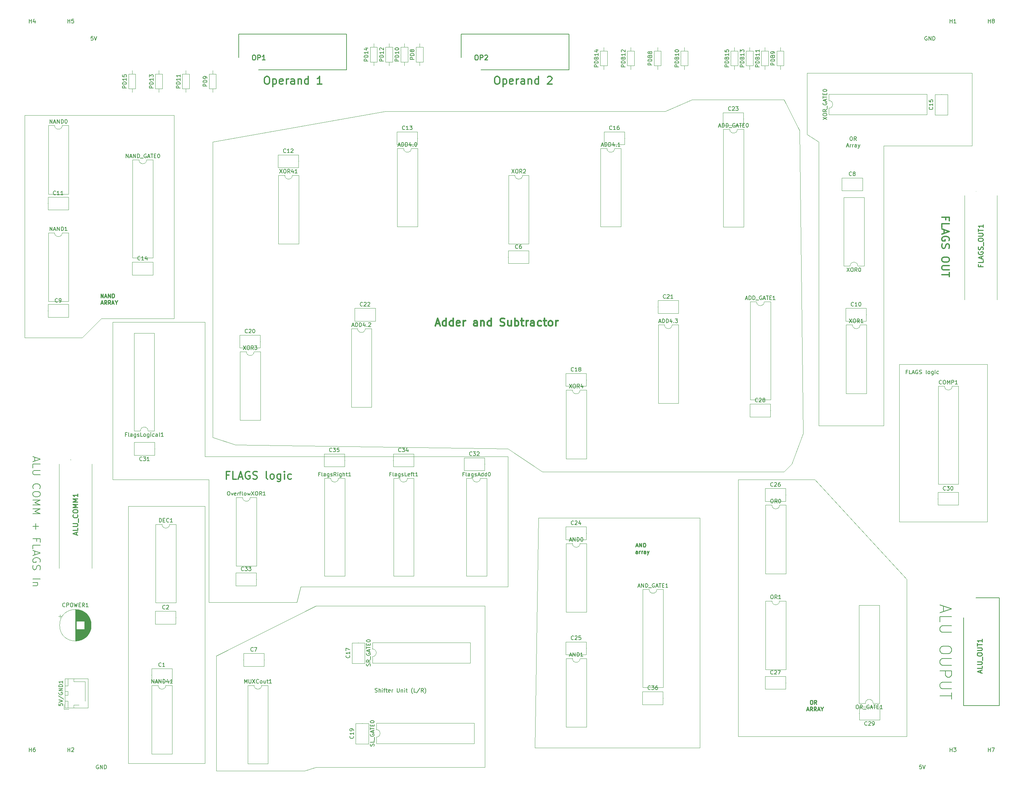
<source format=gbr>
%TF.GenerationSoftware,KiCad,Pcbnew,(5.1.10)-1*%
%TF.CreationDate,2021-10-27T21:30:29+02:00*%
%TF.ProjectId,ALU,414c552e-6b69-4636-9164-5f7063625858,rev1.0*%
%TF.SameCoordinates,Original*%
%TF.FileFunction,Legend,Top*%
%TF.FilePolarity,Positive*%
%FSLAX46Y46*%
G04 Gerber Fmt 4.6, Leading zero omitted, Abs format (unit mm)*
G04 Created by KiCad (PCBNEW (5.1.10)-1) date 2021-10-27 21:30:29*
%MOMM*%
%LPD*%
G01*
G04 APERTURE LIST*
%ADD10C,0.150000*%
%ADD11C,0.120000*%
%ADD12C,0.200000*%
%ADD13C,0.250000*%
%ADD14C,0.300000*%
%ADD15C,0.400000*%
%ADD16C,0.100000*%
%ADD17C,0.050000*%
%ADD18C,0.254000*%
G04 APERTURE END LIST*
D10*
X313119047Y-121928571D02*
X312785714Y-121928571D01*
X312785714Y-122452380D02*
X312785714Y-121452380D01*
X313261904Y-121452380D01*
X314119047Y-122452380D02*
X313642857Y-122452380D01*
X313642857Y-121452380D01*
X314404761Y-122166666D02*
X314880952Y-122166666D01*
X314309523Y-122452380D02*
X314642857Y-121452380D01*
X314976190Y-122452380D01*
X315833333Y-121500000D02*
X315738095Y-121452380D01*
X315595238Y-121452380D01*
X315452380Y-121500000D01*
X315357142Y-121595238D01*
X315309523Y-121690476D01*
X315261904Y-121880952D01*
X315261904Y-122023809D01*
X315309523Y-122214285D01*
X315357142Y-122309523D01*
X315452380Y-122404761D01*
X315595238Y-122452380D01*
X315690476Y-122452380D01*
X315833333Y-122404761D01*
X315880952Y-122357142D01*
X315880952Y-122023809D01*
X315690476Y-122023809D01*
X316261904Y-122404761D02*
X316404761Y-122452380D01*
X316642857Y-122452380D01*
X316738095Y-122404761D01*
X316785714Y-122357142D01*
X316833333Y-122261904D01*
X316833333Y-122166666D01*
X316785714Y-122071428D01*
X316738095Y-122023809D01*
X316642857Y-121976190D01*
X316452380Y-121928571D01*
X316357142Y-121880952D01*
X316309523Y-121833333D01*
X316261904Y-121738095D01*
X316261904Y-121642857D01*
X316309523Y-121547619D01*
X316357142Y-121500000D01*
X316452380Y-121452380D01*
X316690476Y-121452380D01*
X316833333Y-121500000D01*
X318166666Y-122452380D02*
X318071428Y-122404761D01*
X318023809Y-122309523D01*
X318023809Y-121452380D01*
X318690476Y-122452380D02*
X318595238Y-122404761D01*
X318547619Y-122357142D01*
X318500000Y-122261904D01*
X318500000Y-121976190D01*
X318547619Y-121880952D01*
X318595238Y-121833333D01*
X318690476Y-121785714D01*
X318833333Y-121785714D01*
X318928571Y-121833333D01*
X318976190Y-121880952D01*
X319023809Y-121976190D01*
X319023809Y-122261904D01*
X318976190Y-122357142D01*
X318928571Y-122404761D01*
X318833333Y-122452380D01*
X318690476Y-122452380D01*
X319880952Y-121785714D02*
X319880952Y-122595238D01*
X319833333Y-122690476D01*
X319785714Y-122738095D01*
X319690476Y-122785714D01*
X319547619Y-122785714D01*
X319452380Y-122738095D01*
X319880952Y-122404761D02*
X319785714Y-122452380D01*
X319595238Y-122452380D01*
X319500000Y-122404761D01*
X319452380Y-122357142D01*
X319404761Y-122261904D01*
X319404761Y-121976190D01*
X319452380Y-121880952D01*
X319500000Y-121833333D01*
X319595238Y-121785714D01*
X319785714Y-121785714D01*
X319880952Y-121833333D01*
X320357142Y-122452380D02*
X320357142Y-121785714D01*
X320357142Y-121452380D02*
X320309523Y-121500000D01*
X320357142Y-121547619D01*
X320404761Y-121500000D01*
X320357142Y-121452380D01*
X320357142Y-121547619D01*
X321261904Y-122404761D02*
X321166666Y-122452380D01*
X320976190Y-122452380D01*
X320880952Y-122404761D01*
X320833333Y-122357142D01*
X320785714Y-122261904D01*
X320785714Y-121976190D01*
X320833333Y-121880952D01*
X320880952Y-121833333D01*
X320976190Y-121785714D01*
X321166666Y-121785714D01*
X321261904Y-121833333D01*
D11*
X312000000Y-161000000D02*
X311000000Y-161000000D01*
X311000000Y-120000000D02*
X311000000Y-161000000D01*
X334000000Y-120000000D02*
X311000000Y-120000000D01*
X334000000Y-161000000D02*
X334000000Y-120000000D01*
X312000000Y-161000000D02*
X334000000Y-161000000D01*
D12*
X298404761Y-60602380D02*
X298595238Y-60602380D01*
X298690476Y-60650000D01*
X298785714Y-60745238D01*
X298833333Y-60935714D01*
X298833333Y-61269047D01*
X298785714Y-61459523D01*
X298690476Y-61554761D01*
X298595238Y-61602380D01*
X298404761Y-61602380D01*
X298309523Y-61554761D01*
X298214285Y-61459523D01*
X298166666Y-61269047D01*
X298166666Y-60935714D01*
X298214285Y-60745238D01*
X298309523Y-60650000D01*
X298404761Y-60602380D01*
X299833333Y-61602380D02*
X299500000Y-61126190D01*
X299261904Y-61602380D02*
X299261904Y-60602380D01*
X299642857Y-60602380D01*
X299738095Y-60650000D01*
X299785714Y-60697619D01*
X299833333Y-60792857D01*
X299833333Y-60935714D01*
X299785714Y-61030952D01*
X299738095Y-61078571D01*
X299642857Y-61126190D01*
X299261904Y-61126190D01*
X297309523Y-63016666D02*
X297785714Y-63016666D01*
X297214285Y-63302380D02*
X297547619Y-62302380D01*
X297880952Y-63302380D01*
X298214285Y-63302380D02*
X298214285Y-62635714D01*
X298214285Y-62826190D02*
X298261904Y-62730952D01*
X298309523Y-62683333D01*
X298404761Y-62635714D01*
X298500000Y-62635714D01*
X298833333Y-63302380D02*
X298833333Y-62635714D01*
X298833333Y-62826190D02*
X298880952Y-62730952D01*
X298928571Y-62683333D01*
X299023809Y-62635714D01*
X299119047Y-62635714D01*
X299880952Y-63302380D02*
X299880952Y-62778571D01*
X299833333Y-62683333D01*
X299738095Y-62635714D01*
X299547619Y-62635714D01*
X299452380Y-62683333D01*
X299880952Y-63254761D02*
X299785714Y-63302380D01*
X299547619Y-63302380D01*
X299452380Y-63254761D01*
X299404761Y-63159523D01*
X299404761Y-63064285D01*
X299452380Y-62969047D01*
X299547619Y-62921428D01*
X299785714Y-62921428D01*
X299880952Y-62873809D01*
X300261904Y-62635714D02*
X300500000Y-63302380D01*
X300738095Y-62635714D02*
X300500000Y-63302380D01*
X300404761Y-63540476D01*
X300357142Y-63588095D01*
X300261904Y-63635714D01*
D11*
X290000000Y-62000000D02*
X290000000Y-136000000D01*
X287000000Y-60000000D02*
X290000000Y-62000000D01*
X287000000Y-44000000D02*
X287000000Y-60000000D01*
X330000000Y-44000000D02*
X287000000Y-44000000D01*
X330000000Y-63000000D02*
X330000000Y-44000000D01*
X307000000Y-63000000D02*
X330000000Y-63000000D01*
X307000000Y-136000000D02*
X307000000Y-63000000D01*
X290000000Y-136000000D02*
X307000000Y-136000000D01*
D13*
X242357142Y-167291666D02*
X242833333Y-167291666D01*
X242261904Y-167577380D02*
X242595238Y-166577380D01*
X242928571Y-167577380D01*
X243261904Y-167577380D02*
X243261904Y-166577380D01*
X243833333Y-167577380D01*
X243833333Y-166577380D01*
X244309523Y-167577380D02*
X244309523Y-166577380D01*
X244547619Y-166577380D01*
X244690476Y-166625000D01*
X244785714Y-166720238D01*
X244833333Y-166815476D01*
X244880952Y-167005952D01*
X244880952Y-167148809D01*
X244833333Y-167339285D01*
X244785714Y-167434523D01*
X244690476Y-167529761D01*
X244547619Y-167577380D01*
X244309523Y-167577380D01*
X242761904Y-169327380D02*
X242761904Y-168803571D01*
X242714285Y-168708333D01*
X242619047Y-168660714D01*
X242428571Y-168660714D01*
X242333333Y-168708333D01*
X242761904Y-169279761D02*
X242666666Y-169327380D01*
X242428571Y-169327380D01*
X242333333Y-169279761D01*
X242285714Y-169184523D01*
X242285714Y-169089285D01*
X242333333Y-168994047D01*
X242428571Y-168946428D01*
X242666666Y-168946428D01*
X242761904Y-168898809D01*
X243238095Y-169327380D02*
X243238095Y-168660714D01*
X243238095Y-168851190D02*
X243285714Y-168755952D01*
X243333333Y-168708333D01*
X243428571Y-168660714D01*
X243523809Y-168660714D01*
X243857142Y-169327380D02*
X243857142Y-168660714D01*
X243857142Y-168851190D02*
X243904761Y-168755952D01*
X243952380Y-168708333D01*
X244047619Y-168660714D01*
X244142857Y-168660714D01*
X244904761Y-169327380D02*
X244904761Y-168803571D01*
X244857142Y-168708333D01*
X244761904Y-168660714D01*
X244571428Y-168660714D01*
X244476190Y-168708333D01*
X244904761Y-169279761D02*
X244809523Y-169327380D01*
X244571428Y-169327380D01*
X244476190Y-169279761D01*
X244428571Y-169184523D01*
X244428571Y-169089285D01*
X244476190Y-168994047D01*
X244571428Y-168946428D01*
X244809523Y-168946428D01*
X244904761Y-168898809D01*
X245285714Y-168660714D02*
X245523809Y-169327380D01*
X245761904Y-168660714D02*
X245523809Y-169327380D01*
X245428571Y-169565476D01*
X245380952Y-169613095D01*
X245285714Y-169660714D01*
D11*
X259000000Y-160000000D02*
X259000000Y-220000000D01*
X217000000Y-160000000D02*
X259000000Y-160000000D01*
X216000000Y-220000000D02*
X217000000Y-160000000D01*
X259000000Y-220000000D02*
X216000000Y-220000000D01*
D14*
X136238095Y-148857142D02*
X135571428Y-148857142D01*
X135571428Y-149904761D02*
X135571428Y-147904761D01*
X136523809Y-147904761D01*
X138238095Y-149904761D02*
X137285714Y-149904761D01*
X137285714Y-147904761D01*
X138809523Y-149333333D02*
X139761904Y-149333333D01*
X138619047Y-149904761D02*
X139285714Y-147904761D01*
X139952380Y-149904761D01*
X141666666Y-148000000D02*
X141476190Y-147904761D01*
X141190476Y-147904761D01*
X140904761Y-148000000D01*
X140714285Y-148190476D01*
X140619047Y-148380952D01*
X140523809Y-148761904D01*
X140523809Y-149047619D01*
X140619047Y-149428571D01*
X140714285Y-149619047D01*
X140904761Y-149809523D01*
X141190476Y-149904761D01*
X141380952Y-149904761D01*
X141666666Y-149809523D01*
X141761904Y-149714285D01*
X141761904Y-149047619D01*
X141380952Y-149047619D01*
X142523809Y-149809523D02*
X142809523Y-149904761D01*
X143285714Y-149904761D01*
X143476190Y-149809523D01*
X143571428Y-149714285D01*
X143666666Y-149523809D01*
X143666666Y-149333333D01*
X143571428Y-149142857D01*
X143476190Y-149047619D01*
X143285714Y-148952380D01*
X142904761Y-148857142D01*
X142714285Y-148761904D01*
X142619047Y-148666666D01*
X142523809Y-148476190D01*
X142523809Y-148285714D01*
X142619047Y-148095238D01*
X142714285Y-148000000D01*
X142904761Y-147904761D01*
X143380952Y-147904761D01*
X143666666Y-148000000D01*
X146333333Y-149904761D02*
X146142857Y-149809523D01*
X146047619Y-149619047D01*
X146047619Y-147904761D01*
X147380952Y-149904761D02*
X147190476Y-149809523D01*
X147095238Y-149714285D01*
X147000000Y-149523809D01*
X147000000Y-148952380D01*
X147095238Y-148761904D01*
X147190476Y-148666666D01*
X147380952Y-148571428D01*
X147666666Y-148571428D01*
X147857142Y-148666666D01*
X147952380Y-148761904D01*
X148047619Y-148952380D01*
X148047619Y-149523809D01*
X147952380Y-149714285D01*
X147857142Y-149809523D01*
X147666666Y-149904761D01*
X147380952Y-149904761D01*
X149761904Y-148571428D02*
X149761904Y-150190476D01*
X149666666Y-150380952D01*
X149571428Y-150476190D01*
X149380952Y-150571428D01*
X149095238Y-150571428D01*
X148904761Y-150476190D01*
X149761904Y-149809523D02*
X149571428Y-149904761D01*
X149190476Y-149904761D01*
X149000000Y-149809523D01*
X148904761Y-149714285D01*
X148809523Y-149523809D01*
X148809523Y-148952380D01*
X148904761Y-148761904D01*
X149000000Y-148666666D01*
X149190476Y-148571428D01*
X149571428Y-148571428D01*
X149761904Y-148666666D01*
X150714285Y-149904761D02*
X150714285Y-148571428D01*
X150714285Y-147904761D02*
X150619047Y-148000000D01*
X150714285Y-148095238D01*
X150809523Y-148000000D01*
X150714285Y-147904761D01*
X150714285Y-148095238D01*
X152523809Y-149809523D02*
X152333333Y-149904761D01*
X151952380Y-149904761D01*
X151761904Y-149809523D01*
X151666666Y-149714285D01*
X151571428Y-149523809D01*
X151571428Y-148952380D01*
X151666666Y-148761904D01*
X151761904Y-148666666D01*
X151952380Y-148571428D01*
X152333333Y-148571428D01*
X152523809Y-148666666D01*
D11*
X130000000Y-109000000D02*
X122000000Y-109000000D01*
X130000000Y-110000000D02*
X130000000Y-109000000D01*
X130000000Y-144000000D02*
X130000000Y-110000000D01*
X209000000Y-144000000D02*
X130000000Y-144000000D01*
X209000000Y-178000000D02*
X209000000Y-144000000D01*
X155000000Y-178000000D02*
X209000000Y-178000000D01*
X154000000Y-182000000D02*
X155000000Y-178000000D01*
X131000000Y-182000000D02*
X154000000Y-182000000D01*
X131000000Y-150000000D02*
X131000000Y-182000000D01*
X106000000Y-150000000D02*
X131000000Y-150000000D01*
X106000000Y-109000000D02*
X106000000Y-150000000D01*
X106000000Y-109000000D02*
X122000000Y-109000000D01*
X156000000Y-226000000D02*
X159000000Y-225000000D01*
X133000000Y-226000000D02*
X156000000Y-226000000D01*
X133000000Y-196000000D02*
X133000000Y-226000000D01*
X159000000Y-183000000D02*
X133000000Y-196000000D01*
X110000000Y-224000000D02*
X110000000Y-192000000D01*
X130000000Y-224000000D02*
X110000000Y-224000000D01*
X130000000Y-157000000D02*
X130000000Y-224000000D01*
X110000000Y-157000000D02*
X130000000Y-157000000D01*
X110000000Y-192000000D02*
X110000000Y-157000000D01*
D13*
X288023809Y-207577380D02*
X288214285Y-207577380D01*
X288309523Y-207625000D01*
X288404761Y-207720238D01*
X288452380Y-207910714D01*
X288452380Y-208244047D01*
X288404761Y-208434523D01*
X288309523Y-208529761D01*
X288214285Y-208577380D01*
X288023809Y-208577380D01*
X287928571Y-208529761D01*
X287833333Y-208434523D01*
X287785714Y-208244047D01*
X287785714Y-207910714D01*
X287833333Y-207720238D01*
X287928571Y-207625000D01*
X288023809Y-207577380D01*
X289452380Y-208577380D02*
X289119047Y-208101190D01*
X288880952Y-208577380D02*
X288880952Y-207577380D01*
X289261904Y-207577380D01*
X289357142Y-207625000D01*
X289404761Y-207672619D01*
X289452380Y-207767857D01*
X289452380Y-207910714D01*
X289404761Y-208005952D01*
X289357142Y-208053571D01*
X289261904Y-208101190D01*
X288880952Y-208101190D01*
X286904761Y-210041666D02*
X287380952Y-210041666D01*
X286809523Y-210327380D02*
X287142857Y-209327380D01*
X287476190Y-210327380D01*
X288380952Y-210327380D02*
X288047619Y-209851190D01*
X287809523Y-210327380D02*
X287809523Y-209327380D01*
X288190476Y-209327380D01*
X288285714Y-209375000D01*
X288333333Y-209422619D01*
X288380952Y-209517857D01*
X288380952Y-209660714D01*
X288333333Y-209755952D01*
X288285714Y-209803571D01*
X288190476Y-209851190D01*
X287809523Y-209851190D01*
X289380952Y-210327380D02*
X289047619Y-209851190D01*
X288809523Y-210327380D02*
X288809523Y-209327380D01*
X289190476Y-209327380D01*
X289285714Y-209375000D01*
X289333333Y-209422619D01*
X289380952Y-209517857D01*
X289380952Y-209660714D01*
X289333333Y-209755952D01*
X289285714Y-209803571D01*
X289190476Y-209851190D01*
X288809523Y-209851190D01*
X289761904Y-210041666D02*
X290238095Y-210041666D01*
X289666666Y-210327380D02*
X290000000Y-209327380D01*
X290333333Y-210327380D01*
X290857142Y-209851190D02*
X290857142Y-210327380D01*
X290523809Y-209327380D02*
X290857142Y-209851190D01*
X291190476Y-209327380D01*
D11*
X269000000Y-150000000D02*
X269000000Y-217000000D01*
X272000000Y-150000000D02*
X269000000Y-150000000D01*
X289000000Y-150000000D02*
X272000000Y-150000000D01*
X313000000Y-176000000D02*
X289000000Y-150000000D01*
X313000000Y-217000000D02*
X313000000Y-176000000D01*
X269000000Y-217000000D02*
X313000000Y-217000000D01*
D10*
X174357142Y-205404761D02*
X174500000Y-205452380D01*
X174738095Y-205452380D01*
X174833333Y-205404761D01*
X174880952Y-205357142D01*
X174928571Y-205261904D01*
X174928571Y-205166666D01*
X174880952Y-205071428D01*
X174833333Y-205023809D01*
X174738095Y-204976190D01*
X174547619Y-204928571D01*
X174452380Y-204880952D01*
X174404761Y-204833333D01*
X174357142Y-204738095D01*
X174357142Y-204642857D01*
X174404761Y-204547619D01*
X174452380Y-204500000D01*
X174547619Y-204452380D01*
X174785714Y-204452380D01*
X174928571Y-204500000D01*
X175357142Y-205452380D02*
X175357142Y-204452380D01*
X175785714Y-205452380D02*
X175785714Y-204928571D01*
X175738095Y-204833333D01*
X175642857Y-204785714D01*
X175500000Y-204785714D01*
X175404761Y-204833333D01*
X175357142Y-204880952D01*
X176261904Y-205452380D02*
X176261904Y-204785714D01*
X176261904Y-204452380D02*
X176214285Y-204500000D01*
X176261904Y-204547619D01*
X176309523Y-204500000D01*
X176261904Y-204452380D01*
X176261904Y-204547619D01*
X176595238Y-204785714D02*
X176976190Y-204785714D01*
X176738095Y-205452380D02*
X176738095Y-204595238D01*
X176785714Y-204500000D01*
X176880952Y-204452380D01*
X176976190Y-204452380D01*
X177166666Y-204785714D02*
X177547619Y-204785714D01*
X177309523Y-204452380D02*
X177309523Y-205309523D01*
X177357142Y-205404761D01*
X177452380Y-205452380D01*
X177547619Y-205452380D01*
X178261904Y-205404761D02*
X178166666Y-205452380D01*
X177976190Y-205452380D01*
X177880952Y-205404761D01*
X177833333Y-205309523D01*
X177833333Y-204928571D01*
X177880952Y-204833333D01*
X177976190Y-204785714D01*
X178166666Y-204785714D01*
X178261904Y-204833333D01*
X178309523Y-204928571D01*
X178309523Y-205023809D01*
X177833333Y-205119047D01*
X178738095Y-205452380D02*
X178738095Y-204785714D01*
X178738095Y-204976190D02*
X178785714Y-204880952D01*
X178833333Y-204833333D01*
X178928571Y-204785714D01*
X179023809Y-204785714D01*
X180119047Y-204452380D02*
X180119047Y-205261904D01*
X180166666Y-205357142D01*
X180214285Y-205404761D01*
X180309523Y-205452380D01*
X180500000Y-205452380D01*
X180595238Y-205404761D01*
X180642857Y-205357142D01*
X180690476Y-205261904D01*
X180690476Y-204452380D01*
X181166666Y-204785714D02*
X181166666Y-205452380D01*
X181166666Y-204880952D02*
X181214285Y-204833333D01*
X181309523Y-204785714D01*
X181452380Y-204785714D01*
X181547619Y-204833333D01*
X181595238Y-204928571D01*
X181595238Y-205452380D01*
X182071428Y-205452380D02*
X182071428Y-204785714D01*
X182071428Y-204452380D02*
X182023809Y-204500000D01*
X182071428Y-204547619D01*
X182119047Y-204500000D01*
X182071428Y-204452380D01*
X182071428Y-204547619D01*
X182404761Y-204785714D02*
X182785714Y-204785714D01*
X182547619Y-204452380D02*
X182547619Y-205309523D01*
X182595238Y-205404761D01*
X182690476Y-205452380D01*
X182785714Y-205452380D01*
X184166666Y-205833333D02*
X184119047Y-205785714D01*
X184023809Y-205642857D01*
X183976190Y-205547619D01*
X183928571Y-205404761D01*
X183880952Y-205166666D01*
X183880952Y-204976190D01*
X183928571Y-204738095D01*
X183976190Y-204595238D01*
X184023809Y-204500000D01*
X184119047Y-204357142D01*
X184166666Y-204309523D01*
X185023809Y-205452380D02*
X184547619Y-205452380D01*
X184547619Y-204452380D01*
X186071428Y-204404761D02*
X185214285Y-205690476D01*
X186976190Y-205452380D02*
X186642857Y-204976190D01*
X186404761Y-205452380D02*
X186404761Y-204452380D01*
X186785714Y-204452380D01*
X186880952Y-204500000D01*
X186928571Y-204547619D01*
X186976190Y-204642857D01*
X186976190Y-204785714D01*
X186928571Y-204880952D01*
X186880952Y-204928571D01*
X186785714Y-204976190D01*
X186404761Y-204976190D01*
X187309523Y-205833333D02*
X187357142Y-205785714D01*
X187452380Y-205642857D01*
X187500000Y-205547619D01*
X187547619Y-205404761D01*
X187595238Y-205166666D01*
X187595238Y-204976190D01*
X187547619Y-204738095D01*
X187500000Y-204595238D01*
X187452380Y-204500000D01*
X187357142Y-204357142D01*
X187309523Y-204309523D01*
D11*
X203000000Y-183000000D02*
X203000000Y-225000000D01*
X159000000Y-183000000D02*
X203000000Y-183000000D01*
X203000000Y-225000000D02*
X159000000Y-225000000D01*
X83000000Y-113000000D02*
X86000000Y-113000000D01*
X83000000Y-55000000D02*
X83000000Y-113000000D01*
X122000000Y-55000000D02*
X83000000Y-55000000D01*
X122000000Y-108000000D02*
X122000000Y-55000000D01*
X103000000Y-108000000D02*
X122000000Y-108000000D01*
X98000000Y-113000000D02*
X103000000Y-108000000D01*
X86000000Y-113000000D02*
X98000000Y-113000000D01*
D13*
X102880952Y-102577380D02*
X102880952Y-101577380D01*
X103452380Y-102577380D01*
X103452380Y-101577380D01*
X103880952Y-102291666D02*
X104357142Y-102291666D01*
X103785714Y-102577380D02*
X104119047Y-101577380D01*
X104452380Y-102577380D01*
X104785714Y-102577380D02*
X104785714Y-101577380D01*
X105357142Y-102577380D01*
X105357142Y-101577380D01*
X105833333Y-102577380D02*
X105833333Y-101577380D01*
X106071428Y-101577380D01*
X106214285Y-101625000D01*
X106309523Y-101720238D01*
X106357142Y-101815476D01*
X106404761Y-102005952D01*
X106404761Y-102148809D01*
X106357142Y-102339285D01*
X106309523Y-102434523D01*
X106214285Y-102529761D01*
X106071428Y-102577380D01*
X105833333Y-102577380D01*
X102904761Y-104041666D02*
X103380952Y-104041666D01*
X102809523Y-104327380D02*
X103142857Y-103327380D01*
X103476190Y-104327380D01*
X104380952Y-104327380D02*
X104047619Y-103851190D01*
X103809523Y-104327380D02*
X103809523Y-103327380D01*
X104190476Y-103327380D01*
X104285714Y-103375000D01*
X104333333Y-103422619D01*
X104380952Y-103517857D01*
X104380952Y-103660714D01*
X104333333Y-103755952D01*
X104285714Y-103803571D01*
X104190476Y-103851190D01*
X103809523Y-103851190D01*
X105380952Y-104327380D02*
X105047619Y-103851190D01*
X104809523Y-104327380D02*
X104809523Y-103327380D01*
X105190476Y-103327380D01*
X105285714Y-103375000D01*
X105333333Y-103422619D01*
X105380952Y-103517857D01*
X105380952Y-103660714D01*
X105333333Y-103755952D01*
X105285714Y-103803571D01*
X105190476Y-103851190D01*
X104809523Y-103851190D01*
X105761904Y-104041666D02*
X106238095Y-104041666D01*
X105666666Y-104327380D02*
X106000000Y-103327380D01*
X106333333Y-104327380D01*
X106857142Y-103851190D02*
X106857142Y-104327380D01*
X106523809Y-103327380D02*
X106857142Y-103851190D01*
X107190476Y-103327380D01*
D15*
X190190476Y-109333333D02*
X191142857Y-109333333D01*
X190000000Y-109904761D02*
X190666666Y-107904761D01*
X191333333Y-109904761D01*
X192857142Y-109904761D02*
X192857142Y-107904761D01*
X192857142Y-109809523D02*
X192666666Y-109904761D01*
X192285714Y-109904761D01*
X192095238Y-109809523D01*
X192000000Y-109714285D01*
X191904761Y-109523809D01*
X191904761Y-108952380D01*
X192000000Y-108761904D01*
X192095238Y-108666666D01*
X192285714Y-108571428D01*
X192666666Y-108571428D01*
X192857142Y-108666666D01*
X194666666Y-109904761D02*
X194666666Y-107904761D01*
X194666666Y-109809523D02*
X194476190Y-109904761D01*
X194095238Y-109904761D01*
X193904761Y-109809523D01*
X193809523Y-109714285D01*
X193714285Y-109523809D01*
X193714285Y-108952380D01*
X193809523Y-108761904D01*
X193904761Y-108666666D01*
X194095238Y-108571428D01*
X194476190Y-108571428D01*
X194666666Y-108666666D01*
X196380952Y-109809523D02*
X196190476Y-109904761D01*
X195809523Y-109904761D01*
X195619047Y-109809523D01*
X195523809Y-109619047D01*
X195523809Y-108857142D01*
X195619047Y-108666666D01*
X195809523Y-108571428D01*
X196190476Y-108571428D01*
X196380952Y-108666666D01*
X196476190Y-108857142D01*
X196476190Y-109047619D01*
X195523809Y-109238095D01*
X197333333Y-109904761D02*
X197333333Y-108571428D01*
X197333333Y-108952380D02*
X197428571Y-108761904D01*
X197523809Y-108666666D01*
X197714285Y-108571428D01*
X197904761Y-108571428D01*
X200952380Y-109904761D02*
X200952380Y-108857142D01*
X200857142Y-108666666D01*
X200666666Y-108571428D01*
X200285714Y-108571428D01*
X200095238Y-108666666D01*
X200952380Y-109809523D02*
X200761904Y-109904761D01*
X200285714Y-109904761D01*
X200095238Y-109809523D01*
X200000000Y-109619047D01*
X200000000Y-109428571D01*
X200095238Y-109238095D01*
X200285714Y-109142857D01*
X200761904Y-109142857D01*
X200952380Y-109047619D01*
X201904761Y-108571428D02*
X201904761Y-109904761D01*
X201904761Y-108761904D02*
X202000000Y-108666666D01*
X202190476Y-108571428D01*
X202476190Y-108571428D01*
X202666666Y-108666666D01*
X202761904Y-108857142D01*
X202761904Y-109904761D01*
X204571428Y-109904761D02*
X204571428Y-107904761D01*
X204571428Y-109809523D02*
X204380952Y-109904761D01*
X204000000Y-109904761D01*
X203809523Y-109809523D01*
X203714285Y-109714285D01*
X203619047Y-109523809D01*
X203619047Y-108952380D01*
X203714285Y-108761904D01*
X203809523Y-108666666D01*
X204000000Y-108571428D01*
X204380952Y-108571428D01*
X204571428Y-108666666D01*
X206952380Y-109809523D02*
X207238095Y-109904761D01*
X207714285Y-109904761D01*
X207904761Y-109809523D01*
X208000000Y-109714285D01*
X208095238Y-109523809D01*
X208095238Y-109333333D01*
X208000000Y-109142857D01*
X207904761Y-109047619D01*
X207714285Y-108952380D01*
X207333333Y-108857142D01*
X207142857Y-108761904D01*
X207047619Y-108666666D01*
X206952380Y-108476190D01*
X206952380Y-108285714D01*
X207047619Y-108095238D01*
X207142857Y-108000000D01*
X207333333Y-107904761D01*
X207809523Y-107904761D01*
X208095238Y-108000000D01*
X209809523Y-108571428D02*
X209809523Y-109904761D01*
X208952380Y-108571428D02*
X208952380Y-109619047D01*
X209047619Y-109809523D01*
X209238095Y-109904761D01*
X209523809Y-109904761D01*
X209714285Y-109809523D01*
X209809523Y-109714285D01*
X210761904Y-109904761D02*
X210761904Y-107904761D01*
X210761904Y-108666666D02*
X210952380Y-108571428D01*
X211333333Y-108571428D01*
X211523809Y-108666666D01*
X211619047Y-108761904D01*
X211714285Y-108952380D01*
X211714285Y-109523809D01*
X211619047Y-109714285D01*
X211523809Y-109809523D01*
X211333333Y-109904761D01*
X210952380Y-109904761D01*
X210761904Y-109809523D01*
X212285714Y-108571428D02*
X213047619Y-108571428D01*
X212571428Y-107904761D02*
X212571428Y-109619047D01*
X212666666Y-109809523D01*
X212857142Y-109904761D01*
X213047619Y-109904761D01*
X213714285Y-109904761D02*
X213714285Y-108571428D01*
X213714285Y-108952380D02*
X213809523Y-108761904D01*
X213904761Y-108666666D01*
X214095238Y-108571428D01*
X214285714Y-108571428D01*
X215809523Y-109904761D02*
X215809523Y-108857142D01*
X215714285Y-108666666D01*
X215523809Y-108571428D01*
X215142857Y-108571428D01*
X214952380Y-108666666D01*
X215809523Y-109809523D02*
X215619047Y-109904761D01*
X215142857Y-109904761D01*
X214952380Y-109809523D01*
X214857142Y-109619047D01*
X214857142Y-109428571D01*
X214952380Y-109238095D01*
X215142857Y-109142857D01*
X215619047Y-109142857D01*
X215809523Y-109047619D01*
X217619047Y-109809523D02*
X217428571Y-109904761D01*
X217047619Y-109904761D01*
X216857142Y-109809523D01*
X216761904Y-109714285D01*
X216666666Y-109523809D01*
X216666666Y-108952380D01*
X216761904Y-108761904D01*
X216857142Y-108666666D01*
X217047619Y-108571428D01*
X217428571Y-108571428D01*
X217619047Y-108666666D01*
X218190476Y-108571428D02*
X218952380Y-108571428D01*
X218476190Y-107904761D02*
X218476190Y-109619047D01*
X218571428Y-109809523D01*
X218761904Y-109904761D01*
X218952380Y-109904761D01*
X219904761Y-109904761D02*
X219714285Y-109809523D01*
X219619047Y-109714285D01*
X219523809Y-109523809D01*
X219523809Y-108952380D01*
X219619047Y-108761904D01*
X219714285Y-108666666D01*
X219904761Y-108571428D01*
X220190476Y-108571428D01*
X220380952Y-108666666D01*
X220476190Y-108761904D01*
X220571428Y-108952380D01*
X220571428Y-109523809D01*
X220476190Y-109714285D01*
X220380952Y-109809523D01*
X220190476Y-109904761D01*
X219904761Y-109904761D01*
X221428571Y-109904761D02*
X221428571Y-108571428D01*
X221428571Y-108952380D02*
X221523809Y-108761904D01*
X221619047Y-108666666D01*
X221809523Y-108571428D01*
X222000000Y-108571428D01*
D11*
X138000000Y-141000000D02*
X132000000Y-139000000D01*
X209000000Y-142000000D02*
X138000000Y-141000000D01*
X218000000Y-148000000D02*
X209000000Y-142000000D01*
X281000000Y-148000000D02*
X218000000Y-148000000D01*
X283000000Y-146000000D02*
X281000000Y-148000000D01*
X286000000Y-138000000D02*
X283000000Y-146000000D01*
X285000000Y-59000000D02*
X286000000Y-138000000D01*
X281000000Y-51000000D02*
X285000000Y-59000000D01*
X257000000Y-51000000D02*
X281000000Y-51000000D01*
X250000000Y-54000000D02*
X257000000Y-51000000D01*
X177000000Y-54000000D02*
X250000000Y-54000000D01*
X132000000Y-62000000D02*
X177000000Y-54000000D01*
X132000000Y-139000000D02*
X132000000Y-62000000D01*
D10*
X102238095Y-224500000D02*
X102142857Y-224452380D01*
X102000000Y-224452380D01*
X101857142Y-224500000D01*
X101761904Y-224595238D01*
X101714285Y-224690476D01*
X101666666Y-224880952D01*
X101666666Y-225023809D01*
X101714285Y-225214285D01*
X101761904Y-225309523D01*
X101857142Y-225404761D01*
X102000000Y-225452380D01*
X102095238Y-225452380D01*
X102238095Y-225404761D01*
X102285714Y-225357142D01*
X102285714Y-225023809D01*
X102095238Y-225023809D01*
X102714285Y-225452380D02*
X102714285Y-224452380D01*
X103285714Y-225452380D01*
X103285714Y-224452380D01*
X103761904Y-225452380D02*
X103761904Y-224452380D01*
X104000000Y-224452380D01*
X104142857Y-224500000D01*
X104238095Y-224595238D01*
X104285714Y-224690476D01*
X104333333Y-224880952D01*
X104333333Y-225023809D01*
X104285714Y-225214285D01*
X104238095Y-225309523D01*
X104142857Y-225404761D01*
X104000000Y-225452380D01*
X103761904Y-225452380D01*
X316809523Y-224452380D02*
X316333333Y-224452380D01*
X316285714Y-224928571D01*
X316333333Y-224880952D01*
X316428571Y-224833333D01*
X316666666Y-224833333D01*
X316761904Y-224880952D01*
X316809523Y-224928571D01*
X316857142Y-225023809D01*
X316857142Y-225261904D01*
X316809523Y-225357142D01*
X316761904Y-225404761D01*
X316666666Y-225452380D01*
X316428571Y-225452380D01*
X316333333Y-225404761D01*
X316285714Y-225357142D01*
X317142857Y-224452380D02*
X317476190Y-225452380D01*
X317809523Y-224452380D01*
X318238095Y-34500000D02*
X318142857Y-34452380D01*
X318000000Y-34452380D01*
X317857142Y-34500000D01*
X317761904Y-34595238D01*
X317714285Y-34690476D01*
X317666666Y-34880952D01*
X317666666Y-35023809D01*
X317714285Y-35214285D01*
X317761904Y-35309523D01*
X317857142Y-35404761D01*
X318000000Y-35452380D01*
X318095238Y-35452380D01*
X318238095Y-35404761D01*
X318285714Y-35357142D01*
X318285714Y-35023809D01*
X318095238Y-35023809D01*
X318714285Y-35452380D02*
X318714285Y-34452380D01*
X319285714Y-35452380D01*
X319285714Y-34452380D01*
X319761904Y-35452380D02*
X319761904Y-34452380D01*
X320000000Y-34452380D01*
X320142857Y-34500000D01*
X320238095Y-34595238D01*
X320285714Y-34690476D01*
X320333333Y-34880952D01*
X320333333Y-35023809D01*
X320285714Y-35214285D01*
X320238095Y-35309523D01*
X320142857Y-35404761D01*
X320000000Y-35452380D01*
X319761904Y-35452380D01*
X100809523Y-34452380D02*
X100333333Y-34452380D01*
X100285714Y-34928571D01*
X100333333Y-34880952D01*
X100428571Y-34833333D01*
X100666666Y-34833333D01*
X100761904Y-34880952D01*
X100809523Y-34928571D01*
X100857142Y-35023809D01*
X100857142Y-35261904D01*
X100809523Y-35357142D01*
X100761904Y-35404761D01*
X100666666Y-35452380D01*
X100428571Y-35452380D01*
X100333333Y-35404761D01*
X100285714Y-35357142D01*
X101142857Y-34452380D02*
X101476190Y-35452380D01*
X101809523Y-34452380D01*
D12*
X322500000Y-183000000D02*
X322500000Y-184428571D01*
X321642857Y-182714285D02*
X324642857Y-183714285D01*
X321642857Y-184714285D01*
X321642857Y-187142857D02*
X321642857Y-185714285D01*
X324642857Y-185714285D01*
X324642857Y-188142857D02*
X322214285Y-188142857D01*
X321928571Y-188285714D01*
X321785714Y-188428571D01*
X321642857Y-188714285D01*
X321642857Y-189285714D01*
X321785714Y-189571428D01*
X321928571Y-189714285D01*
X322214285Y-189857142D01*
X324642857Y-189857142D01*
X324642857Y-194142857D02*
X324642857Y-194714285D01*
X324500000Y-195000000D01*
X324214285Y-195285714D01*
X323642857Y-195428571D01*
X322642857Y-195428571D01*
X322071428Y-195285714D01*
X321785714Y-195000000D01*
X321642857Y-194714285D01*
X321642857Y-194142857D01*
X321785714Y-193857142D01*
X322071428Y-193571428D01*
X322642857Y-193428571D01*
X323642857Y-193428571D01*
X324214285Y-193571428D01*
X324500000Y-193857142D01*
X324642857Y-194142857D01*
X324642857Y-196714285D02*
X322214285Y-196714285D01*
X321928571Y-196857142D01*
X321785714Y-197000000D01*
X321642857Y-197285714D01*
X321642857Y-197857142D01*
X321785714Y-198142857D01*
X321928571Y-198285714D01*
X322214285Y-198428571D01*
X324642857Y-198428571D01*
X321642857Y-199857142D02*
X324642857Y-199857142D01*
X324642857Y-201000000D01*
X324500000Y-201285714D01*
X324357142Y-201428571D01*
X324071428Y-201571428D01*
X323642857Y-201571428D01*
X323357142Y-201428571D01*
X323214285Y-201285714D01*
X323071428Y-201000000D01*
X323071428Y-199857142D01*
X324642857Y-202857142D02*
X322214285Y-202857142D01*
X321928571Y-203000000D01*
X321785714Y-203142857D01*
X321642857Y-203428571D01*
X321642857Y-204000000D01*
X321785714Y-204285714D01*
X321928571Y-204428571D01*
X322214285Y-204571428D01*
X324642857Y-204571428D01*
X324642857Y-205571428D02*
X324642857Y-207285714D01*
X321642857Y-206428571D02*
X324642857Y-206428571D01*
X85666666Y-144190476D02*
X85666666Y-145142857D01*
X85095238Y-144000000D02*
X87095238Y-144666666D01*
X85095238Y-145333333D01*
X85095238Y-146952380D02*
X85095238Y-146000000D01*
X87095238Y-146000000D01*
X87095238Y-147619047D02*
X85476190Y-147619047D01*
X85285714Y-147714285D01*
X85190476Y-147809523D01*
X85095238Y-148000000D01*
X85095238Y-148380952D01*
X85190476Y-148571428D01*
X85285714Y-148666666D01*
X85476190Y-148761904D01*
X87095238Y-148761904D01*
X85285714Y-152380952D02*
X85190476Y-152285714D01*
X85095238Y-152000000D01*
X85095238Y-151809523D01*
X85190476Y-151523809D01*
X85380952Y-151333333D01*
X85571428Y-151238095D01*
X85952380Y-151142857D01*
X86238095Y-151142857D01*
X86619047Y-151238095D01*
X86809523Y-151333333D01*
X87000000Y-151523809D01*
X87095238Y-151809523D01*
X87095238Y-152000000D01*
X87000000Y-152285714D01*
X86904761Y-152380952D01*
X87095238Y-153619047D02*
X87095238Y-154000000D01*
X87000000Y-154190476D01*
X86809523Y-154380952D01*
X86428571Y-154476190D01*
X85761904Y-154476190D01*
X85380952Y-154380952D01*
X85190476Y-154190476D01*
X85095238Y-154000000D01*
X85095238Y-153619047D01*
X85190476Y-153428571D01*
X85380952Y-153238095D01*
X85761904Y-153142857D01*
X86428571Y-153142857D01*
X86809523Y-153238095D01*
X87000000Y-153428571D01*
X87095238Y-153619047D01*
X85095238Y-155333333D02*
X87095238Y-155333333D01*
X85666666Y-156000000D01*
X87095238Y-156666666D01*
X85095238Y-156666666D01*
X85095238Y-157619047D02*
X87095238Y-157619047D01*
X85666666Y-158285714D01*
X87095238Y-158952380D01*
X85095238Y-158952380D01*
X85857142Y-161428571D02*
X85857142Y-162952380D01*
X85095238Y-162190476D02*
X86619047Y-162190476D01*
X86142857Y-166095238D02*
X86142857Y-165428571D01*
X85095238Y-165428571D02*
X87095238Y-165428571D01*
X87095238Y-166380952D01*
X85095238Y-168095238D02*
X85095238Y-167142857D01*
X87095238Y-167142857D01*
X85666666Y-168666666D02*
X85666666Y-169619047D01*
X85095238Y-168476190D02*
X87095238Y-169142857D01*
X85095238Y-169809523D01*
X87000000Y-171523809D02*
X87095238Y-171333333D01*
X87095238Y-171047619D01*
X87000000Y-170761904D01*
X86809523Y-170571428D01*
X86619047Y-170476190D01*
X86238095Y-170380952D01*
X85952380Y-170380952D01*
X85571428Y-170476190D01*
X85380952Y-170571428D01*
X85190476Y-170761904D01*
X85095238Y-171047619D01*
X85095238Y-171238095D01*
X85190476Y-171523809D01*
X85285714Y-171619047D01*
X85952380Y-171619047D01*
X85952380Y-171238095D01*
X85190476Y-172380952D02*
X85095238Y-172666666D01*
X85095238Y-173142857D01*
X85190476Y-173333333D01*
X85285714Y-173428571D01*
X85476190Y-173523809D01*
X85666666Y-173523809D01*
X85857142Y-173428571D01*
X85952380Y-173333333D01*
X86047619Y-173142857D01*
X86142857Y-172761904D01*
X86238095Y-172571428D01*
X86333333Y-172476190D01*
X86523809Y-172380952D01*
X86714285Y-172380952D01*
X86904761Y-172476190D01*
X87000000Y-172571428D01*
X87095238Y-172761904D01*
X87095238Y-173238095D01*
X87000000Y-173523809D01*
X85095238Y-175904761D02*
X87095238Y-175904761D01*
X86428571Y-176857142D02*
X85095238Y-176857142D01*
X86238095Y-176857142D02*
X86333333Y-176952380D01*
X86428571Y-177142857D01*
X86428571Y-177428571D01*
X86333333Y-177619047D01*
X86142857Y-177714285D01*
X85095238Y-177714285D01*
D14*
X323142857Y-82285714D02*
X323142857Y-81619047D01*
X322095238Y-81619047D02*
X324095238Y-81619047D01*
X324095238Y-82571428D01*
X322095238Y-84285714D02*
X322095238Y-83333333D01*
X324095238Y-83333333D01*
X322666666Y-84857142D02*
X322666666Y-85809523D01*
X322095238Y-84666666D02*
X324095238Y-85333333D01*
X322095238Y-86000000D01*
X324000000Y-87714285D02*
X324095238Y-87523809D01*
X324095238Y-87238095D01*
X324000000Y-86952380D01*
X323809523Y-86761904D01*
X323619047Y-86666666D01*
X323238095Y-86571428D01*
X322952380Y-86571428D01*
X322571428Y-86666666D01*
X322380952Y-86761904D01*
X322190476Y-86952380D01*
X322095238Y-87238095D01*
X322095238Y-87428571D01*
X322190476Y-87714285D01*
X322285714Y-87809523D01*
X322952380Y-87809523D01*
X322952380Y-87428571D01*
X322190476Y-88571428D02*
X322095238Y-88857142D01*
X322095238Y-89333333D01*
X322190476Y-89523809D01*
X322285714Y-89619047D01*
X322476190Y-89714285D01*
X322666666Y-89714285D01*
X322857142Y-89619047D01*
X322952380Y-89523809D01*
X323047619Y-89333333D01*
X323142857Y-88952380D01*
X323238095Y-88761904D01*
X323333333Y-88666666D01*
X323523809Y-88571428D01*
X323714285Y-88571428D01*
X323904761Y-88666666D01*
X324000000Y-88761904D01*
X324095238Y-88952380D01*
X324095238Y-89428571D01*
X324000000Y-89714285D01*
X324095238Y-92476190D02*
X324095238Y-92857142D01*
X324000000Y-93047619D01*
X323809523Y-93238095D01*
X323428571Y-93333333D01*
X322761904Y-93333333D01*
X322380952Y-93238095D01*
X322190476Y-93047619D01*
X322095238Y-92857142D01*
X322095238Y-92476190D01*
X322190476Y-92285714D01*
X322380952Y-92095238D01*
X322761904Y-92000000D01*
X323428571Y-92000000D01*
X323809523Y-92095238D01*
X324000000Y-92285714D01*
X324095238Y-92476190D01*
X324095238Y-94190476D02*
X322476190Y-94190476D01*
X322285714Y-94285714D01*
X322190476Y-94380952D01*
X322095238Y-94571428D01*
X322095238Y-94952380D01*
X322190476Y-95142857D01*
X322285714Y-95238095D01*
X322476190Y-95333333D01*
X324095238Y-95333333D01*
X324095238Y-96000000D02*
X324095238Y-97142857D01*
X322095238Y-96571428D02*
X324095238Y-96571428D01*
X206000000Y-44904761D02*
X206380952Y-44904761D01*
X206571428Y-45000000D01*
X206761904Y-45190476D01*
X206857142Y-45571428D01*
X206857142Y-46238095D01*
X206761904Y-46619047D01*
X206571428Y-46809523D01*
X206380952Y-46904761D01*
X206000000Y-46904761D01*
X205809523Y-46809523D01*
X205619047Y-46619047D01*
X205523809Y-46238095D01*
X205523809Y-45571428D01*
X205619047Y-45190476D01*
X205809523Y-45000000D01*
X206000000Y-44904761D01*
X207714285Y-45571428D02*
X207714285Y-47571428D01*
X207714285Y-45666666D02*
X207904761Y-45571428D01*
X208285714Y-45571428D01*
X208476190Y-45666666D01*
X208571428Y-45761904D01*
X208666666Y-45952380D01*
X208666666Y-46523809D01*
X208571428Y-46714285D01*
X208476190Y-46809523D01*
X208285714Y-46904761D01*
X207904761Y-46904761D01*
X207714285Y-46809523D01*
X210285714Y-46809523D02*
X210095238Y-46904761D01*
X209714285Y-46904761D01*
X209523809Y-46809523D01*
X209428571Y-46619047D01*
X209428571Y-45857142D01*
X209523809Y-45666666D01*
X209714285Y-45571428D01*
X210095238Y-45571428D01*
X210285714Y-45666666D01*
X210380952Y-45857142D01*
X210380952Y-46047619D01*
X209428571Y-46238095D01*
X211238095Y-46904761D02*
X211238095Y-45571428D01*
X211238095Y-45952380D02*
X211333333Y-45761904D01*
X211428571Y-45666666D01*
X211619047Y-45571428D01*
X211809523Y-45571428D01*
X213333333Y-46904761D02*
X213333333Y-45857142D01*
X213238095Y-45666666D01*
X213047619Y-45571428D01*
X212666666Y-45571428D01*
X212476190Y-45666666D01*
X213333333Y-46809523D02*
X213142857Y-46904761D01*
X212666666Y-46904761D01*
X212476190Y-46809523D01*
X212380952Y-46619047D01*
X212380952Y-46428571D01*
X212476190Y-46238095D01*
X212666666Y-46142857D01*
X213142857Y-46142857D01*
X213333333Y-46047619D01*
X214285714Y-45571428D02*
X214285714Y-46904761D01*
X214285714Y-45761904D02*
X214380952Y-45666666D01*
X214571428Y-45571428D01*
X214857142Y-45571428D01*
X215047619Y-45666666D01*
X215142857Y-45857142D01*
X215142857Y-46904761D01*
X216952380Y-46904761D02*
X216952380Y-44904761D01*
X216952380Y-46809523D02*
X216761904Y-46904761D01*
X216380952Y-46904761D01*
X216190476Y-46809523D01*
X216095238Y-46714285D01*
X216000000Y-46523809D01*
X216000000Y-45952380D01*
X216095238Y-45761904D01*
X216190476Y-45666666D01*
X216380952Y-45571428D01*
X216761904Y-45571428D01*
X216952380Y-45666666D01*
X219333333Y-45095238D02*
X219428571Y-45000000D01*
X219619047Y-44904761D01*
X220095238Y-44904761D01*
X220285714Y-45000000D01*
X220380952Y-45095238D01*
X220476190Y-45285714D01*
X220476190Y-45476190D01*
X220380952Y-45761904D01*
X219238095Y-46904761D01*
X220476190Y-46904761D01*
X146000000Y-44904761D02*
X146380952Y-44904761D01*
X146571428Y-45000000D01*
X146761904Y-45190476D01*
X146857142Y-45571428D01*
X146857142Y-46238095D01*
X146761904Y-46619047D01*
X146571428Y-46809523D01*
X146380952Y-46904761D01*
X146000000Y-46904761D01*
X145809523Y-46809523D01*
X145619047Y-46619047D01*
X145523809Y-46238095D01*
X145523809Y-45571428D01*
X145619047Y-45190476D01*
X145809523Y-45000000D01*
X146000000Y-44904761D01*
X147714285Y-45571428D02*
X147714285Y-47571428D01*
X147714285Y-45666666D02*
X147904761Y-45571428D01*
X148285714Y-45571428D01*
X148476190Y-45666666D01*
X148571428Y-45761904D01*
X148666666Y-45952380D01*
X148666666Y-46523809D01*
X148571428Y-46714285D01*
X148476190Y-46809523D01*
X148285714Y-46904761D01*
X147904761Y-46904761D01*
X147714285Y-46809523D01*
X150285714Y-46809523D02*
X150095238Y-46904761D01*
X149714285Y-46904761D01*
X149523809Y-46809523D01*
X149428571Y-46619047D01*
X149428571Y-45857142D01*
X149523809Y-45666666D01*
X149714285Y-45571428D01*
X150095238Y-45571428D01*
X150285714Y-45666666D01*
X150380952Y-45857142D01*
X150380952Y-46047619D01*
X149428571Y-46238095D01*
X151238095Y-46904761D02*
X151238095Y-45571428D01*
X151238095Y-45952380D02*
X151333333Y-45761904D01*
X151428571Y-45666666D01*
X151619047Y-45571428D01*
X151809523Y-45571428D01*
X153333333Y-46904761D02*
X153333333Y-45857142D01*
X153238095Y-45666666D01*
X153047619Y-45571428D01*
X152666666Y-45571428D01*
X152476190Y-45666666D01*
X153333333Y-46809523D02*
X153142857Y-46904761D01*
X152666666Y-46904761D01*
X152476190Y-46809523D01*
X152380952Y-46619047D01*
X152380952Y-46428571D01*
X152476190Y-46238095D01*
X152666666Y-46142857D01*
X153142857Y-46142857D01*
X153333333Y-46047619D01*
X154285714Y-45571428D02*
X154285714Y-46904761D01*
X154285714Y-45761904D02*
X154380952Y-45666666D01*
X154571428Y-45571428D01*
X154857142Y-45571428D01*
X155047619Y-45666666D01*
X155142857Y-45857142D01*
X155142857Y-46904761D01*
X156952380Y-46904761D02*
X156952380Y-44904761D01*
X156952380Y-46809523D02*
X156761904Y-46904761D01*
X156380952Y-46904761D01*
X156190476Y-46809523D01*
X156095238Y-46714285D01*
X156000000Y-46523809D01*
X156000000Y-45952380D01*
X156095238Y-45761904D01*
X156190476Y-45666666D01*
X156380952Y-45571428D01*
X156761904Y-45571428D01*
X156952380Y-45666666D01*
X160476190Y-46904761D02*
X159333333Y-46904761D01*
X159904761Y-46904761D02*
X159904761Y-44904761D01*
X159714285Y-45190476D01*
X159523809Y-45380952D01*
X159333333Y-45476190D01*
D11*
%TO.C,5V/GND1*%
X93540000Y-209560000D02*
X99510000Y-209560000D01*
X99510000Y-209560000D02*
X99510000Y-201940000D01*
X99510000Y-201940000D02*
X93540000Y-201940000D01*
X93540000Y-201940000D02*
X93540000Y-209560000D01*
X93550000Y-206250000D02*
X94300000Y-206250000D01*
X94300000Y-206250000D02*
X94300000Y-205250000D01*
X94300000Y-205250000D02*
X93550000Y-205250000D01*
X93550000Y-205250000D02*
X93550000Y-206250000D01*
X93550000Y-209550000D02*
X94300000Y-209550000D01*
X94300000Y-209550000D02*
X94300000Y-207750000D01*
X94300000Y-207750000D02*
X93550000Y-207750000D01*
X93550000Y-207750000D02*
X93550000Y-209550000D01*
X93550000Y-203750000D02*
X94300000Y-203750000D01*
X94300000Y-203750000D02*
X94300000Y-201950000D01*
X94300000Y-201950000D02*
X93550000Y-201950000D01*
X93550000Y-201950000D02*
X93550000Y-203750000D01*
X95800000Y-209550000D02*
X95800000Y-208800000D01*
X95800000Y-208800000D02*
X97140000Y-208800000D01*
X98750000Y-205750000D02*
X98750000Y-207740000D01*
X95800000Y-201950000D02*
X95800000Y-202700000D01*
X95800000Y-202700000D02*
X98750000Y-202700000D01*
X98750000Y-202700000D02*
X98750000Y-205750000D01*
X93250000Y-208600000D02*
X93250000Y-209850000D01*
X93250000Y-209850000D02*
X94500000Y-209850000D01*
%TO.C,ADD4.3*%
X249810000Y-109670000D02*
X248160000Y-109670000D01*
X248160000Y-109670000D02*
X248160000Y-130110000D01*
X248160000Y-130110000D02*
X253460000Y-130110000D01*
X253460000Y-130110000D02*
X253460000Y-109670000D01*
X253460000Y-109670000D02*
X251810000Y-109670000D01*
X251810000Y-109670000D02*
G75*
G02*
X249810000Y-109670000I-1000000J0D01*
G01*
%TO.C,ADD4.2*%
X173460000Y-110670000D02*
X171810000Y-110670000D01*
X173460000Y-131110000D02*
X173460000Y-110670000D01*
X168160000Y-131110000D02*
X173460000Y-131110000D01*
X168160000Y-110670000D02*
X168160000Y-131110000D01*
X169810000Y-110670000D02*
X168160000Y-110670000D01*
X171810000Y-110670000D02*
G75*
G02*
X169810000Y-110670000I-1000000J0D01*
G01*
%TO.C,ADD4.1*%
X234810000Y-63670000D02*
X233160000Y-63670000D01*
X233160000Y-63670000D02*
X233160000Y-84110000D01*
X233160000Y-84110000D02*
X238460000Y-84110000D01*
X238460000Y-84110000D02*
X238460000Y-63670000D01*
X238460000Y-63670000D02*
X236810000Y-63670000D01*
X236810000Y-63670000D02*
G75*
G02*
X234810000Y-63670000I-1000000J0D01*
G01*
%TO.C,ADD4.0*%
X185460000Y-63670000D02*
X183810000Y-63670000D01*
X185460000Y-84110000D02*
X185460000Y-63670000D01*
X180160000Y-84110000D02*
X185460000Y-84110000D01*
X180160000Y-63670000D02*
X180160000Y-84110000D01*
X181810000Y-63670000D02*
X180160000Y-63670000D01*
X183810000Y-63670000D02*
G75*
G02*
X181810000Y-63670000I-1000000J0D01*
G01*
%TO.C,ADD_GATE0*%
X270460000Y-58670000D02*
X268810000Y-58670000D01*
X270460000Y-84190000D02*
X270460000Y-58670000D01*
X265160000Y-84190000D02*
X270460000Y-84190000D01*
X265160000Y-58670000D02*
X265160000Y-84190000D01*
X266810000Y-58670000D02*
X265160000Y-58670000D01*
X268810000Y-58670000D02*
G75*
G02*
X266810000Y-58670000I-1000000J0D01*
G01*
%TO.C,ADD_GATE1*%
X273810000Y-103670000D02*
X272160000Y-103670000D01*
X272160000Y-103670000D02*
X272160000Y-129190000D01*
X272160000Y-129190000D02*
X277460000Y-129190000D01*
X277460000Y-129190000D02*
X277460000Y-103670000D01*
X277460000Y-103670000D02*
X275810000Y-103670000D01*
X275810000Y-103670000D02*
G75*
G02*
X273810000Y-103670000I-1000000J0D01*
G01*
D16*
%TO.C,ALU_COMM1*%
X92020000Y-173140000D02*
X92020000Y-145940000D01*
X100520000Y-145940000D02*
X100520000Y-173140000D01*
D17*
X95000000Y-144875000D02*
X95000000Y-144875000D01*
X95000000Y-144825000D02*
X95000000Y-144825000D01*
X95000000Y-144825000D02*
G75*
G02*
X95000000Y-144875000I0J-25000D01*
G01*
X95000000Y-144875000D02*
G75*
G02*
X95000000Y-144825000I0J25000D01*
G01*
D12*
%TO.C,ALU_OUT1*%
X327820000Y-186000000D02*
X327820000Y-208940000D01*
X327820000Y-208940000D02*
X337120000Y-208940000D01*
X337120000Y-208940000D02*
X337120000Y-180840000D01*
X337120000Y-180840000D02*
X331000000Y-180840000D01*
D11*
%TO.C,AND0*%
X225810000Y-166670000D02*
X224160000Y-166670000D01*
X224160000Y-166670000D02*
X224160000Y-184570000D01*
X224160000Y-184570000D02*
X229460000Y-184570000D01*
X229460000Y-184570000D02*
X229460000Y-166670000D01*
X229460000Y-166670000D02*
X227810000Y-166670000D01*
X227810000Y-166670000D02*
G75*
G02*
X225810000Y-166670000I-1000000J0D01*
G01*
%TO.C,AND1*%
X229460000Y-196670000D02*
X227810000Y-196670000D01*
X229460000Y-214570000D02*
X229460000Y-196670000D01*
X224160000Y-214570000D02*
X229460000Y-214570000D01*
X224160000Y-196670000D02*
X224160000Y-214570000D01*
X225810000Y-196670000D02*
X224160000Y-196670000D01*
X227810000Y-196670000D02*
G75*
G02*
X225810000Y-196670000I-1000000J0D01*
G01*
%TO.C,AND_GATE1*%
X249460000Y-178670000D02*
X247810000Y-178670000D01*
X249460000Y-204190000D02*
X249460000Y-178670000D01*
X244160000Y-204190000D02*
X249460000Y-204190000D01*
X244160000Y-178670000D02*
X244160000Y-204190000D01*
X245810000Y-178670000D02*
X244160000Y-178670000D01*
X247810000Y-178670000D02*
G75*
G02*
X245810000Y-178670000I-1000000J0D01*
G01*
%TO.C,C1*%
X116080000Y-199330000D02*
X116080000Y-202670000D01*
X116080000Y-202670000D02*
X121420000Y-202670000D01*
X121420000Y-202670000D02*
X121420000Y-199330000D01*
X121420000Y-199330000D02*
X116080000Y-199330000D01*
X116040000Y-201000000D02*
X116080000Y-201000000D01*
X121460000Y-201000000D02*
X121420000Y-201000000D01*
%TO.C,C2*%
X122460000Y-186000000D02*
X122420000Y-186000000D01*
X117040000Y-186000000D02*
X117080000Y-186000000D01*
X122420000Y-184330000D02*
X117080000Y-184330000D01*
X122420000Y-187670000D02*
X122420000Y-184330000D01*
X117080000Y-187670000D02*
X122420000Y-187670000D01*
X117080000Y-184330000D02*
X117080000Y-187670000D01*
%TO.C,C6*%
X209080000Y-90330000D02*
X209080000Y-93670000D01*
X209080000Y-93670000D02*
X214420000Y-93670000D01*
X214420000Y-93670000D02*
X214420000Y-90330000D01*
X214420000Y-90330000D02*
X209080000Y-90330000D01*
X209040000Y-92000000D02*
X209080000Y-92000000D01*
X214460000Y-92000000D02*
X214420000Y-92000000D01*
%TO.C,C7*%
X145460000Y-197000000D02*
X145420000Y-197000000D01*
X140040000Y-197000000D02*
X140080000Y-197000000D01*
X145420000Y-195330000D02*
X140080000Y-195330000D01*
X145420000Y-198670000D02*
X145420000Y-195330000D01*
X140080000Y-198670000D02*
X145420000Y-198670000D01*
X140080000Y-195330000D02*
X140080000Y-198670000D01*
%TO.C,C8*%
X296080000Y-71330000D02*
X296080000Y-74670000D01*
X296080000Y-74670000D02*
X301420000Y-74670000D01*
X301420000Y-74670000D02*
X301420000Y-71330000D01*
X301420000Y-71330000D02*
X296080000Y-71330000D01*
X296040000Y-73000000D02*
X296080000Y-73000000D01*
X301460000Y-73000000D02*
X301420000Y-73000000D01*
%TO.C,C9*%
X89080000Y-104330000D02*
X89080000Y-107670000D01*
X89080000Y-107670000D02*
X94420000Y-107670000D01*
X94420000Y-107670000D02*
X94420000Y-104330000D01*
X94420000Y-104330000D02*
X89080000Y-104330000D01*
X89040000Y-106000000D02*
X89080000Y-106000000D01*
X94460000Y-106000000D02*
X94420000Y-106000000D01*
%TO.C,C10*%
X302460000Y-107000000D02*
X302420000Y-107000000D01*
X297040000Y-107000000D02*
X297080000Y-107000000D01*
X302420000Y-105330000D02*
X297080000Y-105330000D01*
X302420000Y-108670000D02*
X302420000Y-105330000D01*
X297080000Y-108670000D02*
X302420000Y-108670000D01*
X297080000Y-105330000D02*
X297080000Y-108670000D01*
%TO.C,C11*%
X94460000Y-78000000D02*
X94420000Y-78000000D01*
X89040000Y-78000000D02*
X89080000Y-78000000D01*
X94420000Y-76330000D02*
X89080000Y-76330000D01*
X94420000Y-79670000D02*
X94420000Y-76330000D01*
X89080000Y-79670000D02*
X94420000Y-79670000D01*
X89080000Y-76330000D02*
X89080000Y-79670000D01*
%TO.C,C12*%
X149080000Y-65330000D02*
X149080000Y-68670000D01*
X149080000Y-68670000D02*
X154420000Y-68670000D01*
X154420000Y-68670000D02*
X154420000Y-65330000D01*
X154420000Y-65330000D02*
X149080000Y-65330000D01*
X149040000Y-67000000D02*
X149080000Y-67000000D01*
X154460000Y-67000000D02*
X154420000Y-67000000D01*
%TO.C,C13*%
X180080000Y-59330000D02*
X180080000Y-62670000D01*
X180080000Y-62670000D02*
X185420000Y-62670000D01*
X185420000Y-62670000D02*
X185420000Y-59330000D01*
X185420000Y-59330000D02*
X180080000Y-59330000D01*
X180040000Y-61000000D02*
X180080000Y-61000000D01*
X185460000Y-61000000D02*
X185420000Y-61000000D01*
%TO.C,C14*%
X111080000Y-93330000D02*
X111080000Y-96670000D01*
X111080000Y-96670000D02*
X116420000Y-96670000D01*
X116420000Y-96670000D02*
X116420000Y-93330000D01*
X116420000Y-93330000D02*
X111080000Y-93330000D01*
X111040000Y-95000000D02*
X111080000Y-95000000D01*
X116460000Y-95000000D02*
X116420000Y-95000000D01*
%TO.C,C15*%
X322000000Y-49540000D02*
X322000000Y-49580000D01*
X322000000Y-54960000D02*
X322000000Y-54920000D01*
X320330000Y-49580000D02*
X320330000Y-54920000D01*
X323670000Y-49580000D02*
X320330000Y-49580000D01*
X323670000Y-54920000D02*
X323670000Y-49580000D01*
X320330000Y-54920000D02*
X323670000Y-54920000D01*
%TO.C,C16*%
X239460000Y-61000000D02*
X239420000Y-61000000D01*
X234040000Y-61000000D02*
X234080000Y-61000000D01*
X239420000Y-59330000D02*
X234080000Y-59330000D01*
X239420000Y-62670000D02*
X239420000Y-59330000D01*
X234080000Y-62670000D02*
X239420000Y-62670000D01*
X234080000Y-59330000D02*
X234080000Y-62670000D01*
%TO.C,C17*%
X168330000Y-197920000D02*
X171670000Y-197920000D01*
X171670000Y-197920000D02*
X171670000Y-192580000D01*
X171670000Y-192580000D02*
X168330000Y-192580000D01*
X168330000Y-192580000D02*
X168330000Y-197920000D01*
X170000000Y-197960000D02*
X170000000Y-197920000D01*
X170000000Y-192540000D02*
X170000000Y-192580000D01*
%TO.C,C18*%
X229460000Y-124000000D02*
X229420000Y-124000000D01*
X224040000Y-124000000D02*
X224080000Y-124000000D01*
X229420000Y-122330000D02*
X224080000Y-122330000D01*
X229420000Y-125670000D02*
X229420000Y-122330000D01*
X224080000Y-125670000D02*
X229420000Y-125670000D01*
X224080000Y-122330000D02*
X224080000Y-125670000D01*
%TO.C,C19*%
X169330000Y-218920000D02*
X172670000Y-218920000D01*
X172670000Y-218920000D02*
X172670000Y-213580000D01*
X172670000Y-213580000D02*
X169330000Y-213580000D01*
X169330000Y-213580000D02*
X169330000Y-218920000D01*
X171000000Y-218960000D02*
X171000000Y-218920000D01*
X171000000Y-213540000D02*
X171000000Y-213580000D01*
%TO.C,C20*%
X144460000Y-114000000D02*
X144420000Y-114000000D01*
X139040000Y-114000000D02*
X139080000Y-114000000D01*
X144420000Y-112330000D02*
X139080000Y-112330000D01*
X144420000Y-115670000D02*
X144420000Y-112330000D01*
X139080000Y-115670000D02*
X144420000Y-115670000D01*
X139080000Y-112330000D02*
X139080000Y-115670000D01*
%TO.C,C21*%
X248080000Y-103330000D02*
X248080000Y-106670000D01*
X248080000Y-106670000D02*
X253420000Y-106670000D01*
X253420000Y-106670000D02*
X253420000Y-103330000D01*
X253420000Y-103330000D02*
X248080000Y-103330000D01*
X248040000Y-105000000D02*
X248080000Y-105000000D01*
X253460000Y-105000000D02*
X253420000Y-105000000D01*
%TO.C,C22*%
X174460000Y-107000000D02*
X174420000Y-107000000D01*
X169040000Y-107000000D02*
X169080000Y-107000000D01*
X174420000Y-105330000D02*
X169080000Y-105330000D01*
X174420000Y-108670000D02*
X174420000Y-105330000D01*
X169080000Y-108670000D02*
X174420000Y-108670000D01*
X169080000Y-105330000D02*
X169080000Y-108670000D01*
%TO.C,C23*%
X270460000Y-56000000D02*
X270420000Y-56000000D01*
X265040000Y-56000000D02*
X265080000Y-56000000D01*
X270420000Y-54330000D02*
X265080000Y-54330000D01*
X270420000Y-57670000D02*
X270420000Y-54330000D01*
X265080000Y-57670000D02*
X270420000Y-57670000D01*
X265080000Y-54330000D02*
X265080000Y-57670000D01*
%TO.C,C24*%
X224080000Y-162330000D02*
X224080000Y-165670000D01*
X224080000Y-165670000D02*
X229420000Y-165670000D01*
X229420000Y-165670000D02*
X229420000Y-162330000D01*
X229420000Y-162330000D02*
X224080000Y-162330000D01*
X224040000Y-164000000D02*
X224080000Y-164000000D01*
X229460000Y-164000000D02*
X229420000Y-164000000D01*
%TO.C,C25*%
X229460000Y-194000000D02*
X229420000Y-194000000D01*
X224040000Y-194000000D02*
X224080000Y-194000000D01*
X229420000Y-192330000D02*
X224080000Y-192330000D01*
X229420000Y-195670000D02*
X229420000Y-192330000D01*
X224080000Y-195670000D02*
X229420000Y-195670000D01*
X224080000Y-192330000D02*
X224080000Y-195670000D01*
%TO.C,C26*%
X281460000Y-154000000D02*
X281420000Y-154000000D01*
X276040000Y-154000000D02*
X276080000Y-154000000D01*
X281420000Y-152330000D02*
X276080000Y-152330000D01*
X281420000Y-155670000D02*
X281420000Y-152330000D01*
X276080000Y-155670000D02*
X281420000Y-155670000D01*
X276080000Y-152330000D02*
X276080000Y-155670000D01*
%TO.C,C27*%
X281460000Y-203000000D02*
X281420000Y-203000000D01*
X276040000Y-203000000D02*
X276080000Y-203000000D01*
X281420000Y-201330000D02*
X276080000Y-201330000D01*
X281420000Y-204670000D02*
X281420000Y-201330000D01*
X276080000Y-204670000D02*
X281420000Y-204670000D01*
X276080000Y-201330000D02*
X276080000Y-204670000D01*
%TO.C,C28*%
X272080000Y-130330000D02*
X272080000Y-133670000D01*
X272080000Y-133670000D02*
X277420000Y-133670000D01*
X277420000Y-133670000D02*
X277420000Y-130330000D01*
X277420000Y-130330000D02*
X272080000Y-130330000D01*
X272040000Y-132000000D02*
X272080000Y-132000000D01*
X277460000Y-132000000D02*
X277420000Y-132000000D01*
%TO.C,C29*%
X305920000Y-212670000D02*
X305920000Y-209330000D01*
X305920000Y-209330000D02*
X300580000Y-209330000D01*
X300580000Y-209330000D02*
X300580000Y-212670000D01*
X300580000Y-212670000D02*
X305920000Y-212670000D01*
X305960000Y-211000000D02*
X305920000Y-211000000D01*
X300540000Y-211000000D02*
X300580000Y-211000000D01*
%TO.C,C30*%
X321080000Y-153330000D02*
X321080000Y-156670000D01*
X321080000Y-156670000D02*
X326420000Y-156670000D01*
X326420000Y-156670000D02*
X326420000Y-153330000D01*
X326420000Y-153330000D02*
X321080000Y-153330000D01*
X321040000Y-155000000D02*
X321080000Y-155000000D01*
X326460000Y-155000000D02*
X326420000Y-155000000D01*
%TO.C,C31*%
X116920000Y-143670000D02*
X116920000Y-140330000D01*
X116920000Y-140330000D02*
X111580000Y-140330000D01*
X111580000Y-140330000D02*
X111580000Y-143670000D01*
X111580000Y-143670000D02*
X116920000Y-143670000D01*
X116960000Y-142000000D02*
X116920000Y-142000000D01*
X111540000Y-142000000D02*
X111580000Y-142000000D01*
%TO.C,C32*%
X202960000Y-146000000D02*
X202920000Y-146000000D01*
X197540000Y-146000000D02*
X197580000Y-146000000D01*
X202920000Y-144330000D02*
X197580000Y-144330000D01*
X202920000Y-147670000D02*
X202920000Y-144330000D01*
X197580000Y-147670000D02*
X202920000Y-147670000D01*
X197580000Y-144330000D02*
X197580000Y-147670000D01*
%TO.C,C33*%
X138080000Y-174330000D02*
X138080000Y-177670000D01*
X138080000Y-177670000D02*
X143420000Y-177670000D01*
X143420000Y-177670000D02*
X143420000Y-174330000D01*
X143420000Y-174330000D02*
X138080000Y-174330000D01*
X138040000Y-176000000D02*
X138080000Y-176000000D01*
X143460000Y-176000000D02*
X143420000Y-176000000D01*
%TO.C,C34*%
X179080000Y-143330000D02*
X179080000Y-146670000D01*
X179080000Y-146670000D02*
X184420000Y-146670000D01*
X184420000Y-146670000D02*
X184420000Y-143330000D01*
X184420000Y-143330000D02*
X179080000Y-143330000D01*
X179040000Y-145000000D02*
X179080000Y-145000000D01*
X184460000Y-145000000D02*
X184420000Y-145000000D01*
%TO.C,C35*%
X166460000Y-145000000D02*
X166420000Y-145000000D01*
X161040000Y-145000000D02*
X161080000Y-145000000D01*
X166420000Y-143330000D02*
X161080000Y-143330000D01*
X166420000Y-146670000D02*
X166420000Y-143330000D01*
X161080000Y-146670000D02*
X166420000Y-146670000D01*
X161080000Y-143330000D02*
X161080000Y-146670000D01*
%TO.C,C36*%
X249460000Y-207000000D02*
X249420000Y-207000000D01*
X244040000Y-207000000D02*
X244080000Y-207000000D01*
X249420000Y-205330000D02*
X244080000Y-205330000D01*
X249420000Y-208670000D02*
X249420000Y-205330000D01*
X244080000Y-208670000D02*
X249420000Y-208670000D01*
X244080000Y-205330000D02*
X244080000Y-208670000D01*
%TO.C,COMP1*%
X322810000Y-125670000D02*
X321160000Y-125670000D01*
X321160000Y-125670000D02*
X321160000Y-151190000D01*
X321160000Y-151190000D02*
X326460000Y-151190000D01*
X326460000Y-151190000D02*
X326460000Y-125670000D01*
X326460000Y-125670000D02*
X324810000Y-125670000D01*
X324810000Y-125670000D02*
G75*
G02*
X322810000Y-125670000I-1000000J0D01*
G01*
%TO.C,CPOWER1*%
X100370000Y-188000000D02*
G75*
G03*
X100370000Y-188000000I-4120000J0D01*
G01*
X96250000Y-183920000D02*
X96250000Y-192080000D01*
X96290000Y-183920000D02*
X96290000Y-192080000D01*
X96330000Y-183920000D02*
X96330000Y-192080000D01*
X96370000Y-183921000D02*
X96370000Y-192079000D01*
X96410000Y-183923000D02*
X96410000Y-192077000D01*
X96450000Y-183924000D02*
X96450000Y-192076000D01*
X96490000Y-183926000D02*
X96490000Y-186960000D01*
X96490000Y-189040000D02*
X96490000Y-192074000D01*
X96530000Y-183929000D02*
X96530000Y-186960000D01*
X96530000Y-189040000D02*
X96530000Y-192071000D01*
X96570000Y-183932000D02*
X96570000Y-186960000D01*
X96570000Y-189040000D02*
X96570000Y-192068000D01*
X96610000Y-183935000D02*
X96610000Y-186960000D01*
X96610000Y-189040000D02*
X96610000Y-192065000D01*
X96650000Y-183939000D02*
X96650000Y-186960000D01*
X96650000Y-189040000D02*
X96650000Y-192061000D01*
X96690000Y-183943000D02*
X96690000Y-186960000D01*
X96690000Y-189040000D02*
X96690000Y-192057000D01*
X96730000Y-183948000D02*
X96730000Y-186960000D01*
X96730000Y-189040000D02*
X96730000Y-192052000D01*
X96770000Y-183952000D02*
X96770000Y-186960000D01*
X96770000Y-189040000D02*
X96770000Y-192048000D01*
X96810000Y-183958000D02*
X96810000Y-186960000D01*
X96810000Y-189040000D02*
X96810000Y-192042000D01*
X96850000Y-183963000D02*
X96850000Y-186960000D01*
X96850000Y-189040000D02*
X96850000Y-192037000D01*
X96890000Y-183970000D02*
X96890000Y-186960000D01*
X96890000Y-189040000D02*
X96890000Y-192030000D01*
X96930000Y-183976000D02*
X96930000Y-186960000D01*
X96930000Y-189040000D02*
X96930000Y-192024000D01*
X96971000Y-183983000D02*
X96971000Y-186960000D01*
X96971000Y-189040000D02*
X96971000Y-192017000D01*
X97011000Y-183990000D02*
X97011000Y-186960000D01*
X97011000Y-189040000D02*
X97011000Y-192010000D01*
X97051000Y-183998000D02*
X97051000Y-186960000D01*
X97051000Y-189040000D02*
X97051000Y-192002000D01*
X97091000Y-184006000D02*
X97091000Y-186960000D01*
X97091000Y-189040000D02*
X97091000Y-191994000D01*
X97131000Y-184015000D02*
X97131000Y-186960000D01*
X97131000Y-189040000D02*
X97131000Y-191985000D01*
X97171000Y-184024000D02*
X97171000Y-186960000D01*
X97171000Y-189040000D02*
X97171000Y-191976000D01*
X97211000Y-184033000D02*
X97211000Y-186960000D01*
X97211000Y-189040000D02*
X97211000Y-191967000D01*
X97251000Y-184043000D02*
X97251000Y-186960000D01*
X97251000Y-189040000D02*
X97251000Y-191957000D01*
X97291000Y-184053000D02*
X97291000Y-186960000D01*
X97291000Y-189040000D02*
X97291000Y-191947000D01*
X97331000Y-184064000D02*
X97331000Y-186960000D01*
X97331000Y-189040000D02*
X97331000Y-191936000D01*
X97371000Y-184075000D02*
X97371000Y-186960000D01*
X97371000Y-189040000D02*
X97371000Y-191925000D01*
X97411000Y-184086000D02*
X97411000Y-186960000D01*
X97411000Y-189040000D02*
X97411000Y-191914000D01*
X97451000Y-184098000D02*
X97451000Y-186960000D01*
X97451000Y-189040000D02*
X97451000Y-191902000D01*
X97491000Y-184111000D02*
X97491000Y-186960000D01*
X97491000Y-189040000D02*
X97491000Y-191889000D01*
X97531000Y-184123000D02*
X97531000Y-186960000D01*
X97531000Y-189040000D02*
X97531000Y-191877000D01*
X97571000Y-184137000D02*
X97571000Y-186960000D01*
X97571000Y-189040000D02*
X97571000Y-191863000D01*
X97611000Y-184150000D02*
X97611000Y-186960000D01*
X97611000Y-189040000D02*
X97611000Y-191850000D01*
X97651000Y-184165000D02*
X97651000Y-186960000D01*
X97651000Y-189040000D02*
X97651000Y-191835000D01*
X97691000Y-184179000D02*
X97691000Y-186960000D01*
X97691000Y-189040000D02*
X97691000Y-191821000D01*
X97731000Y-184195000D02*
X97731000Y-186960000D01*
X97731000Y-189040000D02*
X97731000Y-191805000D01*
X97771000Y-184210000D02*
X97771000Y-186960000D01*
X97771000Y-189040000D02*
X97771000Y-191790000D01*
X97811000Y-184226000D02*
X97811000Y-186960000D01*
X97811000Y-189040000D02*
X97811000Y-191774000D01*
X97851000Y-184243000D02*
X97851000Y-186960000D01*
X97851000Y-189040000D02*
X97851000Y-191757000D01*
X97891000Y-184260000D02*
X97891000Y-186960000D01*
X97891000Y-189040000D02*
X97891000Y-191740000D01*
X97931000Y-184278000D02*
X97931000Y-186960000D01*
X97931000Y-189040000D02*
X97931000Y-191722000D01*
X97971000Y-184296000D02*
X97971000Y-186960000D01*
X97971000Y-189040000D02*
X97971000Y-191704000D01*
X98011000Y-184314000D02*
X98011000Y-186960000D01*
X98011000Y-189040000D02*
X98011000Y-191686000D01*
X98051000Y-184334000D02*
X98051000Y-186960000D01*
X98051000Y-189040000D02*
X98051000Y-191666000D01*
X98091000Y-184353000D02*
X98091000Y-186960000D01*
X98091000Y-189040000D02*
X98091000Y-191647000D01*
X98131000Y-184373000D02*
X98131000Y-186960000D01*
X98131000Y-189040000D02*
X98131000Y-191627000D01*
X98171000Y-184394000D02*
X98171000Y-186960000D01*
X98171000Y-189040000D02*
X98171000Y-191606000D01*
X98211000Y-184416000D02*
X98211000Y-186960000D01*
X98211000Y-189040000D02*
X98211000Y-191584000D01*
X98251000Y-184438000D02*
X98251000Y-186960000D01*
X98251000Y-189040000D02*
X98251000Y-191562000D01*
X98291000Y-184460000D02*
X98291000Y-186960000D01*
X98291000Y-189040000D02*
X98291000Y-191540000D01*
X98331000Y-184483000D02*
X98331000Y-186960000D01*
X98331000Y-189040000D02*
X98331000Y-191517000D01*
X98371000Y-184507000D02*
X98371000Y-186960000D01*
X98371000Y-189040000D02*
X98371000Y-191493000D01*
X98411000Y-184531000D02*
X98411000Y-186960000D01*
X98411000Y-189040000D02*
X98411000Y-191469000D01*
X98451000Y-184556000D02*
X98451000Y-186960000D01*
X98451000Y-189040000D02*
X98451000Y-191444000D01*
X98491000Y-184582000D02*
X98491000Y-186960000D01*
X98491000Y-189040000D02*
X98491000Y-191418000D01*
X98531000Y-184608000D02*
X98531000Y-186960000D01*
X98531000Y-189040000D02*
X98531000Y-191392000D01*
X98571000Y-184635000D02*
X98571000Y-191365000D01*
X98611000Y-184662000D02*
X98611000Y-191338000D01*
X98651000Y-184691000D02*
X98651000Y-191309000D01*
X98691000Y-184720000D02*
X98691000Y-191280000D01*
X98731000Y-184750000D02*
X98731000Y-191250000D01*
X98771000Y-184780000D02*
X98771000Y-191220000D01*
X98811000Y-184811000D02*
X98811000Y-191189000D01*
X98851000Y-184844000D02*
X98851000Y-191156000D01*
X98891000Y-184876000D02*
X98891000Y-191124000D01*
X98931000Y-184910000D02*
X98931000Y-191090000D01*
X98971000Y-184945000D02*
X98971000Y-191055000D01*
X99011000Y-184981000D02*
X99011000Y-191019000D01*
X99051000Y-185017000D02*
X99051000Y-190983000D01*
X99091000Y-185055000D02*
X99091000Y-190945000D01*
X99131000Y-185093000D02*
X99131000Y-190907000D01*
X99171000Y-185133000D02*
X99171000Y-190867000D01*
X99211000Y-185174000D02*
X99211000Y-190826000D01*
X99251000Y-185216000D02*
X99251000Y-190784000D01*
X99291000Y-185259000D02*
X99291000Y-190741000D01*
X99331000Y-185303000D02*
X99331000Y-190697000D01*
X99371000Y-185349000D02*
X99371000Y-190651000D01*
X99411000Y-185396000D02*
X99411000Y-190604000D01*
X99451000Y-185444000D02*
X99451000Y-190556000D01*
X99491000Y-185495000D02*
X99491000Y-190505000D01*
X99531000Y-185546000D02*
X99531000Y-190454000D01*
X99571000Y-185600000D02*
X99571000Y-190400000D01*
X99611000Y-185655000D02*
X99611000Y-190345000D01*
X99651000Y-185713000D02*
X99651000Y-190287000D01*
X99691000Y-185772000D02*
X99691000Y-190228000D01*
X99731000Y-185834000D02*
X99731000Y-190166000D01*
X99771000Y-185898000D02*
X99771000Y-190102000D01*
X99811000Y-185966000D02*
X99811000Y-190034000D01*
X99851000Y-186036000D02*
X99851000Y-189964000D01*
X99891000Y-186110000D02*
X99891000Y-189890000D01*
X99931000Y-186187000D02*
X99931000Y-189813000D01*
X99971000Y-186269000D02*
X99971000Y-189731000D01*
X100011000Y-186355000D02*
X100011000Y-189645000D01*
X100051000Y-186448000D02*
X100051000Y-189552000D01*
X100091000Y-186547000D02*
X100091000Y-189453000D01*
X100131000Y-186654000D02*
X100131000Y-189346000D01*
X100171000Y-186771000D02*
X100171000Y-189229000D01*
X100211000Y-186902000D02*
X100211000Y-189098000D01*
X100251000Y-187052000D02*
X100251000Y-188948000D01*
X100291000Y-187232000D02*
X100291000Y-188768000D01*
X100331000Y-187467000D02*
X100331000Y-188533000D01*
X91840302Y-185685000D02*
X92640302Y-185685000D01*
X92240302Y-185285000D02*
X92240302Y-186085000D01*
%TO.C,DEC1*%
X118810000Y-161670000D02*
X117160000Y-161670000D01*
X117160000Y-161670000D02*
X117160000Y-182110000D01*
X117160000Y-182110000D02*
X122460000Y-182110000D01*
X122460000Y-182110000D02*
X122460000Y-161670000D01*
X122460000Y-161670000D02*
X120810000Y-161670000D01*
X120810000Y-161670000D02*
G75*
G02*
X118810000Y-161670000I-1000000J0D01*
G01*
D17*
%TO.C,FLAGS_OUT1*%
X331000000Y-74825000D02*
X331000000Y-74825000D01*
X331000000Y-74875000D02*
X331000000Y-74875000D01*
D16*
X336520000Y-75940000D02*
X336520000Y-103140000D01*
X328020000Y-103140000D02*
X328020000Y-75940000D01*
D17*
X331000000Y-74875000D02*
G75*
G02*
X331000000Y-74825000I0J25000D01*
G01*
X331000000Y-74825000D02*
G75*
G02*
X331000000Y-74875000I0J-25000D01*
G01*
D11*
%TO.C,FlagsAdd0*%
X203460000Y-149670000D02*
X201810000Y-149670000D01*
X203460000Y-175190000D02*
X203460000Y-149670000D01*
X198160000Y-175190000D02*
X203460000Y-175190000D01*
X198160000Y-149670000D02*
X198160000Y-175190000D01*
X199810000Y-149670000D02*
X198160000Y-149670000D01*
X201810000Y-149670000D02*
G75*
G02*
X199810000Y-149670000I-1000000J0D01*
G01*
%TO.C,FlagsLeft1*%
X180810000Y-149670000D02*
X179160000Y-149670000D01*
X179160000Y-149670000D02*
X179160000Y-175190000D01*
X179160000Y-175190000D02*
X184460000Y-175190000D01*
X184460000Y-175190000D02*
X184460000Y-149670000D01*
X184460000Y-149670000D02*
X182810000Y-149670000D01*
X182810000Y-149670000D02*
G75*
G02*
X180810000Y-149670000I-1000000J0D01*
G01*
%TO.C,FlagsLogical1*%
X111540000Y-137330000D02*
X113190000Y-137330000D01*
X111540000Y-111810000D02*
X111540000Y-137330000D01*
X116840000Y-111810000D02*
X111540000Y-111810000D01*
X116840000Y-137330000D02*
X116840000Y-111810000D01*
X115190000Y-137330000D02*
X116840000Y-137330000D01*
X113190000Y-137330000D02*
G75*
G02*
X115190000Y-137330000I1000000J0D01*
G01*
%TO.C,FlagsRight1*%
X166460000Y-149670000D02*
X164810000Y-149670000D01*
X166460000Y-175190000D02*
X166460000Y-149670000D01*
X161160000Y-175190000D02*
X166460000Y-175190000D01*
X161160000Y-149670000D02*
X161160000Y-175190000D01*
X162810000Y-149670000D02*
X161160000Y-149670000D01*
X164810000Y-149670000D02*
G75*
G02*
X162810000Y-149670000I-1000000J0D01*
G01*
%TO.C,MUXCout1*%
X146460000Y-203670000D02*
X144810000Y-203670000D01*
X146460000Y-224110000D02*
X146460000Y-203670000D01*
X141160000Y-224110000D02*
X146460000Y-224110000D01*
X141160000Y-203670000D02*
X141160000Y-224110000D01*
X142810000Y-203670000D02*
X141160000Y-203670000D01*
X144810000Y-203670000D02*
G75*
G02*
X142810000Y-203670000I-1000000J0D01*
G01*
%TO.C,NAND0*%
X94460000Y-57670000D02*
X92810000Y-57670000D01*
X94460000Y-75570000D02*
X94460000Y-57670000D01*
X89160000Y-75570000D02*
X94460000Y-75570000D01*
X89160000Y-57670000D02*
X89160000Y-75570000D01*
X90810000Y-57670000D02*
X89160000Y-57670000D01*
X92810000Y-57670000D02*
G75*
G02*
X90810000Y-57670000I-1000000J0D01*
G01*
%TO.C,NAND1*%
X90810000Y-85670000D02*
X89160000Y-85670000D01*
X89160000Y-85670000D02*
X89160000Y-103570000D01*
X89160000Y-103570000D02*
X94460000Y-103570000D01*
X94460000Y-103570000D02*
X94460000Y-85670000D01*
X94460000Y-85670000D02*
X92810000Y-85670000D01*
X92810000Y-85670000D02*
G75*
G02*
X90810000Y-85670000I-1000000J0D01*
G01*
%TO.C,NAND41*%
X121460000Y-203670000D02*
X119810000Y-203670000D01*
X121460000Y-221570000D02*
X121460000Y-203670000D01*
X116160000Y-221570000D02*
X121460000Y-221570000D01*
X116160000Y-203670000D02*
X116160000Y-221570000D01*
X117810000Y-203670000D02*
X116160000Y-203670000D01*
X119810000Y-203670000D02*
G75*
G02*
X117810000Y-203670000I-1000000J0D01*
G01*
%TO.C,NAND_GATE0*%
X112810000Y-66670000D02*
X111160000Y-66670000D01*
X111160000Y-66670000D02*
X111160000Y-92190000D01*
X111160000Y-92190000D02*
X116460000Y-92190000D01*
X116460000Y-92190000D02*
X116460000Y-66670000D01*
X116460000Y-66670000D02*
X114810000Y-66670000D01*
X114810000Y-66670000D02*
G75*
G02*
X112810000Y-66670000I-1000000J0D01*
G01*
D12*
%TO.C,OP1*%
X138840000Y-33880000D02*
X138840000Y-40000000D01*
X166940000Y-33880000D02*
X138840000Y-33880000D01*
X166940000Y-43180000D02*
X166940000Y-33880000D01*
X144000000Y-43180000D02*
X166940000Y-43180000D01*
%TO.C,OP2*%
X202000000Y-43180000D02*
X224940000Y-43180000D01*
X224940000Y-43180000D02*
X224940000Y-33880000D01*
X224940000Y-33880000D02*
X196840000Y-33880000D01*
X196840000Y-33880000D02*
X196840000Y-40000000D01*
D11*
%TO.C,OR0*%
X277810000Y-156670000D02*
X276160000Y-156670000D01*
X276160000Y-156670000D02*
X276160000Y-174570000D01*
X276160000Y-174570000D02*
X281460000Y-174570000D01*
X281460000Y-174570000D02*
X281460000Y-156670000D01*
X281460000Y-156670000D02*
X279810000Y-156670000D01*
X279810000Y-156670000D02*
G75*
G02*
X277810000Y-156670000I-1000000J0D01*
G01*
%TO.C,OR1*%
X277810000Y-181670000D02*
X276160000Y-181670000D01*
X276160000Y-181670000D02*
X276160000Y-199570000D01*
X276160000Y-199570000D02*
X281460000Y-199570000D01*
X281460000Y-199570000D02*
X281460000Y-181670000D01*
X281460000Y-181670000D02*
X279810000Y-181670000D01*
X279810000Y-181670000D02*
G75*
G02*
X277810000Y-181670000I-1000000J0D01*
G01*
%TO.C,OR_GATE1*%
X304190000Y-208330000D02*
X305840000Y-208330000D01*
X305840000Y-208330000D02*
X305840000Y-182810000D01*
X305840000Y-182810000D02*
X300540000Y-182810000D01*
X300540000Y-182810000D02*
X300540000Y-208330000D01*
X300540000Y-208330000D02*
X302190000Y-208330000D01*
X302190000Y-208330000D02*
G75*
G02*
X304190000Y-208330000I1000000J0D01*
G01*
%TO.C,OverflowXOR1*%
X143460000Y-154670000D02*
X141810000Y-154670000D01*
X143460000Y-172570000D02*
X143460000Y-154670000D01*
X138160000Y-172570000D02*
X143460000Y-172570000D01*
X138160000Y-154670000D02*
X138160000Y-172570000D01*
X139810000Y-154670000D02*
X138160000Y-154670000D01*
X141810000Y-154670000D02*
G75*
G02*
X139810000Y-154670000I-1000000J0D01*
G01*
%TO.C,PD8*%
X186000000Y-36320000D02*
X186000000Y-37270000D01*
X186000000Y-42060000D02*
X186000000Y-41110000D01*
X185080000Y-37270000D02*
X185080000Y-41110000D01*
X186920000Y-37270000D02*
X185080000Y-37270000D01*
X186920000Y-41110000D02*
X186920000Y-37270000D01*
X185080000Y-41110000D02*
X186920000Y-41110000D01*
%TO.C,PD9*%
X131080000Y-48110000D02*
X132920000Y-48110000D01*
X132920000Y-48110000D02*
X132920000Y-44270000D01*
X132920000Y-44270000D02*
X131080000Y-44270000D01*
X131080000Y-44270000D02*
X131080000Y-48110000D01*
X132000000Y-49060000D02*
X132000000Y-48110000D01*
X132000000Y-43320000D02*
X132000000Y-44270000D01*
%TO.C,PD10*%
X182000000Y-36320000D02*
X182000000Y-37270000D01*
X182000000Y-42060000D02*
X182000000Y-41110000D01*
X181080000Y-37270000D02*
X181080000Y-41110000D01*
X182920000Y-37270000D02*
X181080000Y-37270000D01*
X182920000Y-41110000D02*
X182920000Y-37270000D01*
X181080000Y-41110000D02*
X182920000Y-41110000D01*
%TO.C,PD11*%
X124080000Y-48110000D02*
X125920000Y-48110000D01*
X125920000Y-48110000D02*
X125920000Y-44270000D01*
X125920000Y-44270000D02*
X124080000Y-44270000D01*
X124080000Y-44270000D02*
X124080000Y-48110000D01*
X125000000Y-49060000D02*
X125000000Y-48110000D01*
X125000000Y-43320000D02*
X125000000Y-44270000D01*
%TO.C,PD12*%
X178000000Y-36320000D02*
X178000000Y-37270000D01*
X178000000Y-42060000D02*
X178000000Y-41110000D01*
X177080000Y-37270000D02*
X177080000Y-41110000D01*
X178920000Y-37270000D02*
X177080000Y-37270000D01*
X178920000Y-41110000D02*
X178920000Y-37270000D01*
X177080000Y-41110000D02*
X178920000Y-41110000D01*
%TO.C,PD13*%
X117080000Y-48110000D02*
X118920000Y-48110000D01*
X118920000Y-48110000D02*
X118920000Y-44270000D01*
X118920000Y-44270000D02*
X117080000Y-44270000D01*
X117080000Y-44270000D02*
X117080000Y-48110000D01*
X118000000Y-49060000D02*
X118000000Y-48110000D01*
X118000000Y-43320000D02*
X118000000Y-44270000D01*
%TO.C,PD14*%
X174000000Y-36320000D02*
X174000000Y-37270000D01*
X174000000Y-42060000D02*
X174000000Y-41110000D01*
X173080000Y-37270000D02*
X173080000Y-41110000D01*
X174920000Y-37270000D02*
X173080000Y-37270000D01*
X174920000Y-41110000D02*
X174920000Y-37270000D01*
X173080000Y-41110000D02*
X174920000Y-41110000D01*
%TO.C,PD15*%
X110080000Y-48110000D02*
X111920000Y-48110000D01*
X111920000Y-48110000D02*
X111920000Y-44270000D01*
X111920000Y-44270000D02*
X110080000Y-44270000D01*
X110080000Y-44270000D02*
X110080000Y-48110000D01*
X111000000Y-49060000D02*
X111000000Y-48110000D01*
X111000000Y-43320000D02*
X111000000Y-44270000D01*
%TO.C,PDB8*%
X247080000Y-42110000D02*
X248920000Y-42110000D01*
X248920000Y-42110000D02*
X248920000Y-38270000D01*
X248920000Y-38270000D02*
X247080000Y-38270000D01*
X247080000Y-38270000D02*
X247080000Y-42110000D01*
X248000000Y-43060000D02*
X248000000Y-42110000D01*
X248000000Y-37320000D02*
X248000000Y-38270000D01*
%TO.C,PDB9*%
X280000000Y-37320000D02*
X280000000Y-38270000D01*
X280000000Y-43060000D02*
X280000000Y-42110000D01*
X279080000Y-38270000D02*
X279080000Y-42110000D01*
X280920000Y-38270000D02*
X279080000Y-38270000D01*
X280920000Y-42110000D02*
X280920000Y-38270000D01*
X279080000Y-42110000D02*
X280920000Y-42110000D01*
%TO.C,PDB10*%
X254080000Y-42110000D02*
X255920000Y-42110000D01*
X255920000Y-42110000D02*
X255920000Y-38270000D01*
X255920000Y-38270000D02*
X254080000Y-38270000D01*
X254080000Y-38270000D02*
X254080000Y-42110000D01*
X255000000Y-43060000D02*
X255000000Y-42110000D01*
X255000000Y-37320000D02*
X255000000Y-38270000D01*
%TO.C,PDB11*%
X276000000Y-37320000D02*
X276000000Y-38270000D01*
X276000000Y-43060000D02*
X276000000Y-42110000D01*
X275080000Y-38270000D02*
X275080000Y-42110000D01*
X276920000Y-38270000D02*
X275080000Y-38270000D01*
X276920000Y-42110000D02*
X276920000Y-38270000D01*
X275080000Y-42110000D02*
X276920000Y-42110000D01*
%TO.C,PDB12*%
X240080000Y-42110000D02*
X241920000Y-42110000D01*
X241920000Y-42110000D02*
X241920000Y-38270000D01*
X241920000Y-38270000D02*
X240080000Y-38270000D01*
X240080000Y-38270000D02*
X240080000Y-42110000D01*
X241000000Y-43060000D02*
X241000000Y-42110000D01*
X241000000Y-37320000D02*
X241000000Y-38270000D01*
%TO.C,PDB13*%
X272000000Y-37320000D02*
X272000000Y-38270000D01*
X272000000Y-43060000D02*
X272000000Y-42110000D01*
X271080000Y-38270000D02*
X271080000Y-42110000D01*
X272920000Y-38270000D02*
X271080000Y-38270000D01*
X272920000Y-42110000D02*
X272920000Y-38270000D01*
X271080000Y-42110000D02*
X272920000Y-42110000D01*
%TO.C,PDB14*%
X234000000Y-37320000D02*
X234000000Y-38270000D01*
X234000000Y-43060000D02*
X234000000Y-42110000D01*
X233080000Y-38270000D02*
X233080000Y-42110000D01*
X234920000Y-38270000D02*
X233080000Y-38270000D01*
X234920000Y-42110000D02*
X234920000Y-38270000D01*
X233080000Y-42110000D02*
X234920000Y-42110000D01*
%TO.C,PDB15*%
X267080000Y-42110000D02*
X268920000Y-42110000D01*
X268920000Y-42110000D02*
X268920000Y-38270000D01*
X268920000Y-38270000D02*
X267080000Y-38270000D01*
X267080000Y-38270000D02*
X267080000Y-42110000D01*
X268000000Y-43060000D02*
X268000000Y-42110000D01*
X268000000Y-37320000D02*
X268000000Y-38270000D01*
%TO.C,SL_GATE0*%
X174670000Y-217190000D02*
X174670000Y-218840000D01*
X174670000Y-218840000D02*
X200190000Y-218840000D01*
X200190000Y-218840000D02*
X200190000Y-213540000D01*
X200190000Y-213540000D02*
X174670000Y-213540000D01*
X174670000Y-213540000D02*
X174670000Y-215190000D01*
X174670000Y-215190000D02*
G75*
G02*
X174670000Y-217190000I0J-1000000D01*
G01*
%TO.C,SR_GATE0*%
X173670000Y-196190000D02*
X173670000Y-197840000D01*
X173670000Y-197840000D02*
X199190000Y-197840000D01*
X199190000Y-197840000D02*
X199190000Y-192540000D01*
X199190000Y-192540000D02*
X173670000Y-192540000D01*
X173670000Y-192540000D02*
X173670000Y-194190000D01*
X173670000Y-194190000D02*
G75*
G02*
X173670000Y-196190000I0J-1000000D01*
G01*
%TO.C,XOR0*%
X300190000Y-94330000D02*
X301840000Y-94330000D01*
X301840000Y-94330000D02*
X301840000Y-76430000D01*
X301840000Y-76430000D02*
X296540000Y-76430000D01*
X296540000Y-76430000D02*
X296540000Y-94330000D01*
X296540000Y-94330000D02*
X298190000Y-94330000D01*
X298190000Y-94330000D02*
G75*
G02*
X300190000Y-94330000I1000000J0D01*
G01*
%TO.C,XOR1*%
X302460000Y-109670000D02*
X300810000Y-109670000D01*
X302460000Y-127570000D02*
X302460000Y-109670000D01*
X297160000Y-127570000D02*
X302460000Y-127570000D01*
X297160000Y-109670000D02*
X297160000Y-127570000D01*
X298810000Y-109670000D02*
X297160000Y-109670000D01*
X300810000Y-109670000D02*
G75*
G02*
X298810000Y-109670000I-1000000J0D01*
G01*
%TO.C,XOR2*%
X214460000Y-70670000D02*
X212810000Y-70670000D01*
X214460000Y-88570000D02*
X214460000Y-70670000D01*
X209160000Y-88570000D02*
X214460000Y-88570000D01*
X209160000Y-70670000D02*
X209160000Y-88570000D01*
X210810000Y-70670000D02*
X209160000Y-70670000D01*
X212810000Y-70670000D02*
G75*
G02*
X210810000Y-70670000I-1000000J0D01*
G01*
%TO.C,XOR3*%
X140810000Y-116670000D02*
X139160000Y-116670000D01*
X139160000Y-116670000D02*
X139160000Y-134570000D01*
X139160000Y-134570000D02*
X144460000Y-134570000D01*
X144460000Y-134570000D02*
X144460000Y-116670000D01*
X144460000Y-116670000D02*
X142810000Y-116670000D01*
X142810000Y-116670000D02*
G75*
G02*
X140810000Y-116670000I-1000000J0D01*
G01*
%TO.C,XOR4*%
X229460000Y-126670000D02*
X227810000Y-126670000D01*
X229460000Y-144570000D02*
X229460000Y-126670000D01*
X224160000Y-144570000D02*
X229460000Y-144570000D01*
X224160000Y-126670000D02*
X224160000Y-144570000D01*
X225810000Y-126670000D02*
X224160000Y-126670000D01*
X227810000Y-126670000D02*
G75*
G02*
X225810000Y-126670000I-1000000J0D01*
G01*
%TO.C,XOR41*%
X150810000Y-70670000D02*
X149160000Y-70670000D01*
X149160000Y-70670000D02*
X149160000Y-88570000D01*
X149160000Y-88570000D02*
X154460000Y-88570000D01*
X154460000Y-88570000D02*
X154460000Y-70670000D01*
X154460000Y-70670000D02*
X152810000Y-70670000D01*
X152810000Y-70670000D02*
G75*
G02*
X150810000Y-70670000I-1000000J0D01*
G01*
%TO.C,XOR_GATE0*%
X292670000Y-49540000D02*
X292670000Y-51190000D01*
X318190000Y-49540000D02*
X292670000Y-49540000D01*
X318190000Y-54840000D02*
X318190000Y-49540000D01*
X292670000Y-54840000D02*
X318190000Y-54840000D01*
X292670000Y-53190000D02*
X292670000Y-54840000D01*
X292670000Y-51190000D02*
G75*
G02*
X292670000Y-53190000I0J-1000000D01*
G01*
%TO.C,5V/GND1*%
D10*
X91902380Y-208464285D02*
X91902380Y-208940476D01*
X92378571Y-208988095D01*
X92330952Y-208940476D01*
X92283333Y-208845238D01*
X92283333Y-208607142D01*
X92330952Y-208511904D01*
X92378571Y-208464285D01*
X92473809Y-208416666D01*
X92711904Y-208416666D01*
X92807142Y-208464285D01*
X92854761Y-208511904D01*
X92902380Y-208607142D01*
X92902380Y-208845238D01*
X92854761Y-208940476D01*
X92807142Y-208988095D01*
X91902380Y-208130952D02*
X92902380Y-207797619D01*
X91902380Y-207464285D01*
X91854761Y-206416666D02*
X93140476Y-207273809D01*
X91950000Y-205559523D02*
X91902380Y-205654761D01*
X91902380Y-205797619D01*
X91950000Y-205940476D01*
X92045238Y-206035714D01*
X92140476Y-206083333D01*
X92330952Y-206130952D01*
X92473809Y-206130952D01*
X92664285Y-206083333D01*
X92759523Y-206035714D01*
X92854761Y-205940476D01*
X92902380Y-205797619D01*
X92902380Y-205702380D01*
X92854761Y-205559523D01*
X92807142Y-205511904D01*
X92473809Y-205511904D01*
X92473809Y-205702380D01*
X92902380Y-205083333D02*
X91902380Y-205083333D01*
X92902380Y-204511904D01*
X91902380Y-204511904D01*
X92902380Y-204035714D02*
X91902380Y-204035714D01*
X91902380Y-203797619D01*
X91950000Y-203654761D01*
X92045238Y-203559523D01*
X92140476Y-203511904D01*
X92330952Y-203464285D01*
X92473809Y-203464285D01*
X92664285Y-203511904D01*
X92759523Y-203559523D01*
X92854761Y-203654761D01*
X92902380Y-203797619D01*
X92902380Y-204035714D01*
X92902380Y-202511904D02*
X92902380Y-203083333D01*
X92902380Y-202797619D02*
X91902380Y-202797619D01*
X92045238Y-202892857D01*
X92140476Y-202988095D01*
X92188095Y-203083333D01*
%TO.C,ADD4.3*%
X248381428Y-108836666D02*
X248857619Y-108836666D01*
X248286190Y-109122380D02*
X248619523Y-108122380D01*
X248952857Y-109122380D01*
X249286190Y-109122380D02*
X249286190Y-108122380D01*
X249524285Y-108122380D01*
X249667142Y-108170000D01*
X249762380Y-108265238D01*
X249810000Y-108360476D01*
X249857619Y-108550952D01*
X249857619Y-108693809D01*
X249810000Y-108884285D01*
X249762380Y-108979523D01*
X249667142Y-109074761D01*
X249524285Y-109122380D01*
X249286190Y-109122380D01*
X250286190Y-109122380D02*
X250286190Y-108122380D01*
X250524285Y-108122380D01*
X250667142Y-108170000D01*
X250762380Y-108265238D01*
X250810000Y-108360476D01*
X250857619Y-108550952D01*
X250857619Y-108693809D01*
X250810000Y-108884285D01*
X250762380Y-108979523D01*
X250667142Y-109074761D01*
X250524285Y-109122380D01*
X250286190Y-109122380D01*
X251714761Y-108455714D02*
X251714761Y-109122380D01*
X251476666Y-108074761D02*
X251238571Y-108789047D01*
X251857619Y-108789047D01*
X252238571Y-109027142D02*
X252286190Y-109074761D01*
X252238571Y-109122380D01*
X252190952Y-109074761D01*
X252238571Y-109027142D01*
X252238571Y-109122380D01*
X252619523Y-108122380D02*
X253238571Y-108122380D01*
X252905238Y-108503333D01*
X253048095Y-108503333D01*
X253143333Y-108550952D01*
X253190952Y-108598571D01*
X253238571Y-108693809D01*
X253238571Y-108931904D01*
X253190952Y-109027142D01*
X253143333Y-109074761D01*
X253048095Y-109122380D01*
X252762380Y-109122380D01*
X252667142Y-109074761D01*
X252619523Y-109027142D01*
%TO.C,ADD4.2*%
X168381428Y-109836666D02*
X168857619Y-109836666D01*
X168286190Y-110122380D02*
X168619523Y-109122380D01*
X168952857Y-110122380D01*
X169286190Y-110122380D02*
X169286190Y-109122380D01*
X169524285Y-109122380D01*
X169667142Y-109170000D01*
X169762380Y-109265238D01*
X169810000Y-109360476D01*
X169857619Y-109550952D01*
X169857619Y-109693809D01*
X169810000Y-109884285D01*
X169762380Y-109979523D01*
X169667142Y-110074761D01*
X169524285Y-110122380D01*
X169286190Y-110122380D01*
X170286190Y-110122380D02*
X170286190Y-109122380D01*
X170524285Y-109122380D01*
X170667142Y-109170000D01*
X170762380Y-109265238D01*
X170810000Y-109360476D01*
X170857619Y-109550952D01*
X170857619Y-109693809D01*
X170810000Y-109884285D01*
X170762380Y-109979523D01*
X170667142Y-110074761D01*
X170524285Y-110122380D01*
X170286190Y-110122380D01*
X171714761Y-109455714D02*
X171714761Y-110122380D01*
X171476666Y-109074761D02*
X171238571Y-109789047D01*
X171857619Y-109789047D01*
X172238571Y-110027142D02*
X172286190Y-110074761D01*
X172238571Y-110122380D01*
X172190952Y-110074761D01*
X172238571Y-110027142D01*
X172238571Y-110122380D01*
X172667142Y-109217619D02*
X172714761Y-109170000D01*
X172810000Y-109122380D01*
X173048095Y-109122380D01*
X173143333Y-109170000D01*
X173190952Y-109217619D01*
X173238571Y-109312857D01*
X173238571Y-109408095D01*
X173190952Y-109550952D01*
X172619523Y-110122380D01*
X173238571Y-110122380D01*
%TO.C,ADD4.1*%
X233381428Y-62836666D02*
X233857619Y-62836666D01*
X233286190Y-63122380D02*
X233619523Y-62122380D01*
X233952857Y-63122380D01*
X234286190Y-63122380D02*
X234286190Y-62122380D01*
X234524285Y-62122380D01*
X234667142Y-62170000D01*
X234762380Y-62265238D01*
X234810000Y-62360476D01*
X234857619Y-62550952D01*
X234857619Y-62693809D01*
X234810000Y-62884285D01*
X234762380Y-62979523D01*
X234667142Y-63074761D01*
X234524285Y-63122380D01*
X234286190Y-63122380D01*
X235286190Y-63122380D02*
X235286190Y-62122380D01*
X235524285Y-62122380D01*
X235667142Y-62170000D01*
X235762380Y-62265238D01*
X235810000Y-62360476D01*
X235857619Y-62550952D01*
X235857619Y-62693809D01*
X235810000Y-62884285D01*
X235762380Y-62979523D01*
X235667142Y-63074761D01*
X235524285Y-63122380D01*
X235286190Y-63122380D01*
X236714761Y-62455714D02*
X236714761Y-63122380D01*
X236476666Y-62074761D02*
X236238571Y-62789047D01*
X236857619Y-62789047D01*
X237238571Y-63027142D02*
X237286190Y-63074761D01*
X237238571Y-63122380D01*
X237190952Y-63074761D01*
X237238571Y-63027142D01*
X237238571Y-63122380D01*
X238238571Y-63122380D02*
X237667142Y-63122380D01*
X237952857Y-63122380D02*
X237952857Y-62122380D01*
X237857619Y-62265238D01*
X237762380Y-62360476D01*
X237667142Y-62408095D01*
%TO.C,ADD4.0*%
X180381428Y-62836666D02*
X180857619Y-62836666D01*
X180286190Y-63122380D02*
X180619523Y-62122380D01*
X180952857Y-63122380D01*
X181286190Y-63122380D02*
X181286190Y-62122380D01*
X181524285Y-62122380D01*
X181667142Y-62170000D01*
X181762380Y-62265238D01*
X181810000Y-62360476D01*
X181857619Y-62550952D01*
X181857619Y-62693809D01*
X181810000Y-62884285D01*
X181762380Y-62979523D01*
X181667142Y-63074761D01*
X181524285Y-63122380D01*
X181286190Y-63122380D01*
X182286190Y-63122380D02*
X182286190Y-62122380D01*
X182524285Y-62122380D01*
X182667142Y-62170000D01*
X182762380Y-62265238D01*
X182810000Y-62360476D01*
X182857619Y-62550952D01*
X182857619Y-62693809D01*
X182810000Y-62884285D01*
X182762380Y-62979523D01*
X182667142Y-63074761D01*
X182524285Y-63122380D01*
X182286190Y-63122380D01*
X183714761Y-62455714D02*
X183714761Y-63122380D01*
X183476666Y-62074761D02*
X183238571Y-62789047D01*
X183857619Y-62789047D01*
X184238571Y-63027142D02*
X184286190Y-63074761D01*
X184238571Y-63122380D01*
X184190952Y-63074761D01*
X184238571Y-63027142D01*
X184238571Y-63122380D01*
X184905238Y-62122380D02*
X185000476Y-62122380D01*
X185095714Y-62170000D01*
X185143333Y-62217619D01*
X185190952Y-62312857D01*
X185238571Y-62503333D01*
X185238571Y-62741428D01*
X185190952Y-62931904D01*
X185143333Y-63027142D01*
X185095714Y-63074761D01*
X185000476Y-63122380D01*
X184905238Y-63122380D01*
X184810000Y-63074761D01*
X184762380Y-63027142D01*
X184714761Y-62931904D01*
X184667142Y-62741428D01*
X184667142Y-62503333D01*
X184714761Y-62312857D01*
X184762380Y-62217619D01*
X184810000Y-62170000D01*
X184905238Y-62122380D01*
%TO.C,ADD_GATE0*%
X263952857Y-57836666D02*
X264429047Y-57836666D01*
X263857619Y-58122380D02*
X264190952Y-57122380D01*
X264524285Y-58122380D01*
X264857619Y-58122380D02*
X264857619Y-57122380D01*
X265095714Y-57122380D01*
X265238571Y-57170000D01*
X265333809Y-57265238D01*
X265381428Y-57360476D01*
X265429047Y-57550952D01*
X265429047Y-57693809D01*
X265381428Y-57884285D01*
X265333809Y-57979523D01*
X265238571Y-58074761D01*
X265095714Y-58122380D01*
X264857619Y-58122380D01*
X265857619Y-58122380D02*
X265857619Y-57122380D01*
X266095714Y-57122380D01*
X266238571Y-57170000D01*
X266333809Y-57265238D01*
X266381428Y-57360476D01*
X266429047Y-57550952D01*
X266429047Y-57693809D01*
X266381428Y-57884285D01*
X266333809Y-57979523D01*
X266238571Y-58074761D01*
X266095714Y-58122380D01*
X265857619Y-58122380D01*
X266619523Y-58217619D02*
X267381428Y-58217619D01*
X268143333Y-57170000D02*
X268048095Y-57122380D01*
X267905238Y-57122380D01*
X267762380Y-57170000D01*
X267667142Y-57265238D01*
X267619523Y-57360476D01*
X267571904Y-57550952D01*
X267571904Y-57693809D01*
X267619523Y-57884285D01*
X267667142Y-57979523D01*
X267762380Y-58074761D01*
X267905238Y-58122380D01*
X268000476Y-58122380D01*
X268143333Y-58074761D01*
X268190952Y-58027142D01*
X268190952Y-57693809D01*
X268000476Y-57693809D01*
X268571904Y-57836666D02*
X269048095Y-57836666D01*
X268476666Y-58122380D02*
X268810000Y-57122380D01*
X269143333Y-58122380D01*
X269333809Y-57122380D02*
X269905238Y-57122380D01*
X269619523Y-58122380D02*
X269619523Y-57122380D01*
X270238571Y-57598571D02*
X270571904Y-57598571D01*
X270714761Y-58122380D02*
X270238571Y-58122380D01*
X270238571Y-57122380D01*
X270714761Y-57122380D01*
X271333809Y-57122380D02*
X271429047Y-57122380D01*
X271524285Y-57170000D01*
X271571904Y-57217619D01*
X271619523Y-57312857D01*
X271667142Y-57503333D01*
X271667142Y-57741428D01*
X271619523Y-57931904D01*
X271571904Y-58027142D01*
X271524285Y-58074761D01*
X271429047Y-58122380D01*
X271333809Y-58122380D01*
X271238571Y-58074761D01*
X271190952Y-58027142D01*
X271143333Y-57931904D01*
X271095714Y-57741428D01*
X271095714Y-57503333D01*
X271143333Y-57312857D01*
X271190952Y-57217619D01*
X271238571Y-57170000D01*
X271333809Y-57122380D01*
%TO.C,ADD_GATE1*%
X270952857Y-102836666D02*
X271429047Y-102836666D01*
X270857619Y-103122380D02*
X271190952Y-102122380D01*
X271524285Y-103122380D01*
X271857619Y-103122380D02*
X271857619Y-102122380D01*
X272095714Y-102122380D01*
X272238571Y-102170000D01*
X272333809Y-102265238D01*
X272381428Y-102360476D01*
X272429047Y-102550952D01*
X272429047Y-102693809D01*
X272381428Y-102884285D01*
X272333809Y-102979523D01*
X272238571Y-103074761D01*
X272095714Y-103122380D01*
X271857619Y-103122380D01*
X272857619Y-103122380D02*
X272857619Y-102122380D01*
X273095714Y-102122380D01*
X273238571Y-102170000D01*
X273333809Y-102265238D01*
X273381428Y-102360476D01*
X273429047Y-102550952D01*
X273429047Y-102693809D01*
X273381428Y-102884285D01*
X273333809Y-102979523D01*
X273238571Y-103074761D01*
X273095714Y-103122380D01*
X272857619Y-103122380D01*
X273619523Y-103217619D02*
X274381428Y-103217619D01*
X275143333Y-102170000D02*
X275048095Y-102122380D01*
X274905238Y-102122380D01*
X274762380Y-102170000D01*
X274667142Y-102265238D01*
X274619523Y-102360476D01*
X274571904Y-102550952D01*
X274571904Y-102693809D01*
X274619523Y-102884285D01*
X274667142Y-102979523D01*
X274762380Y-103074761D01*
X274905238Y-103122380D01*
X275000476Y-103122380D01*
X275143333Y-103074761D01*
X275190952Y-103027142D01*
X275190952Y-102693809D01*
X275000476Y-102693809D01*
X275571904Y-102836666D02*
X276048095Y-102836666D01*
X275476666Y-103122380D02*
X275810000Y-102122380D01*
X276143333Y-103122380D01*
X276333809Y-102122380D02*
X276905238Y-102122380D01*
X276619523Y-103122380D02*
X276619523Y-102122380D01*
X277238571Y-102598571D02*
X277571904Y-102598571D01*
X277714761Y-103122380D02*
X277238571Y-103122380D01*
X277238571Y-102122380D01*
X277714761Y-102122380D01*
X278667142Y-103122380D02*
X278095714Y-103122380D01*
X278381428Y-103122380D02*
X278381428Y-102122380D01*
X278286190Y-102265238D01*
X278190952Y-102360476D01*
X278095714Y-102408095D01*
%TO.C,ALU_COMM1*%
D18*
X96481666Y-164366904D02*
X96481666Y-163762142D01*
X96844523Y-164487857D02*
X95574523Y-164064523D01*
X96844523Y-163641190D01*
X96844523Y-162613095D02*
X96844523Y-163217857D01*
X95574523Y-163217857D01*
X95574523Y-162189761D02*
X96602619Y-162189761D01*
X96723571Y-162129285D01*
X96784047Y-162068809D01*
X96844523Y-161947857D01*
X96844523Y-161705952D01*
X96784047Y-161585000D01*
X96723571Y-161524523D01*
X96602619Y-161464047D01*
X95574523Y-161464047D01*
X96965476Y-161161666D02*
X96965476Y-160194047D01*
X96723571Y-159165952D02*
X96784047Y-159226428D01*
X96844523Y-159407857D01*
X96844523Y-159528809D01*
X96784047Y-159710238D01*
X96663095Y-159831190D01*
X96542142Y-159891666D01*
X96300238Y-159952142D01*
X96118809Y-159952142D01*
X95876904Y-159891666D01*
X95755952Y-159831190D01*
X95635000Y-159710238D01*
X95574523Y-159528809D01*
X95574523Y-159407857D01*
X95635000Y-159226428D01*
X95695476Y-159165952D01*
X95574523Y-158379761D02*
X95574523Y-158137857D01*
X95635000Y-158016904D01*
X95755952Y-157895952D01*
X95997857Y-157835476D01*
X96421190Y-157835476D01*
X96663095Y-157895952D01*
X96784047Y-158016904D01*
X96844523Y-158137857D01*
X96844523Y-158379761D01*
X96784047Y-158500714D01*
X96663095Y-158621666D01*
X96421190Y-158682142D01*
X95997857Y-158682142D01*
X95755952Y-158621666D01*
X95635000Y-158500714D01*
X95574523Y-158379761D01*
X96844523Y-157291190D02*
X95574523Y-157291190D01*
X96481666Y-156867857D01*
X95574523Y-156444523D01*
X96844523Y-156444523D01*
X96844523Y-155839761D02*
X95574523Y-155839761D01*
X96481666Y-155416428D01*
X95574523Y-154993095D01*
X96844523Y-154993095D01*
X96844523Y-153723095D02*
X96844523Y-154448809D01*
X96844523Y-154085952D02*
X95574523Y-154085952D01*
X95755952Y-154206904D01*
X95876904Y-154327857D01*
X95937380Y-154448809D01*
%TO.C,ALU_OUT1*%
X332211666Y-200384523D02*
X332211666Y-199779761D01*
X332574523Y-200505476D02*
X331304523Y-200082142D01*
X332574523Y-199658809D01*
X332574523Y-198630714D02*
X332574523Y-199235476D01*
X331304523Y-199235476D01*
X331304523Y-198207380D02*
X332332619Y-198207380D01*
X332453571Y-198146904D01*
X332514047Y-198086428D01*
X332574523Y-197965476D01*
X332574523Y-197723571D01*
X332514047Y-197602619D01*
X332453571Y-197542142D01*
X332332619Y-197481666D01*
X331304523Y-197481666D01*
X332695476Y-197179285D02*
X332695476Y-196211666D01*
X331304523Y-195667380D02*
X331304523Y-195425476D01*
X331365000Y-195304523D01*
X331485952Y-195183571D01*
X331727857Y-195123095D01*
X332151190Y-195123095D01*
X332393095Y-195183571D01*
X332514047Y-195304523D01*
X332574523Y-195425476D01*
X332574523Y-195667380D01*
X332514047Y-195788333D01*
X332393095Y-195909285D01*
X332151190Y-195969761D01*
X331727857Y-195969761D01*
X331485952Y-195909285D01*
X331365000Y-195788333D01*
X331304523Y-195667380D01*
X331304523Y-194578809D02*
X332332619Y-194578809D01*
X332453571Y-194518333D01*
X332514047Y-194457857D01*
X332574523Y-194336904D01*
X332574523Y-194095000D01*
X332514047Y-193974047D01*
X332453571Y-193913571D01*
X332332619Y-193853095D01*
X331304523Y-193853095D01*
X331304523Y-193429761D02*
X331304523Y-192704047D01*
X332574523Y-193066904D02*
X331304523Y-193066904D01*
X332574523Y-191615476D02*
X332574523Y-192341190D01*
X332574523Y-191978333D02*
X331304523Y-191978333D01*
X331485952Y-192099285D01*
X331606904Y-192220238D01*
X331667380Y-192341190D01*
%TO.C,AND0*%
D10*
X225071904Y-165836666D02*
X225548095Y-165836666D01*
X224976666Y-166122380D02*
X225310000Y-165122380D01*
X225643333Y-166122380D01*
X225976666Y-166122380D02*
X225976666Y-165122380D01*
X226548095Y-166122380D01*
X226548095Y-165122380D01*
X227024285Y-166122380D02*
X227024285Y-165122380D01*
X227262380Y-165122380D01*
X227405238Y-165170000D01*
X227500476Y-165265238D01*
X227548095Y-165360476D01*
X227595714Y-165550952D01*
X227595714Y-165693809D01*
X227548095Y-165884285D01*
X227500476Y-165979523D01*
X227405238Y-166074761D01*
X227262380Y-166122380D01*
X227024285Y-166122380D01*
X228214761Y-165122380D02*
X228310000Y-165122380D01*
X228405238Y-165170000D01*
X228452857Y-165217619D01*
X228500476Y-165312857D01*
X228548095Y-165503333D01*
X228548095Y-165741428D01*
X228500476Y-165931904D01*
X228452857Y-166027142D01*
X228405238Y-166074761D01*
X228310000Y-166122380D01*
X228214761Y-166122380D01*
X228119523Y-166074761D01*
X228071904Y-166027142D01*
X228024285Y-165931904D01*
X227976666Y-165741428D01*
X227976666Y-165503333D01*
X228024285Y-165312857D01*
X228071904Y-165217619D01*
X228119523Y-165170000D01*
X228214761Y-165122380D01*
%TO.C,AND1*%
X225071904Y-195836666D02*
X225548095Y-195836666D01*
X224976666Y-196122380D02*
X225310000Y-195122380D01*
X225643333Y-196122380D01*
X225976666Y-196122380D02*
X225976666Y-195122380D01*
X226548095Y-196122380D01*
X226548095Y-195122380D01*
X227024285Y-196122380D02*
X227024285Y-195122380D01*
X227262380Y-195122380D01*
X227405238Y-195170000D01*
X227500476Y-195265238D01*
X227548095Y-195360476D01*
X227595714Y-195550952D01*
X227595714Y-195693809D01*
X227548095Y-195884285D01*
X227500476Y-195979523D01*
X227405238Y-196074761D01*
X227262380Y-196122380D01*
X227024285Y-196122380D01*
X228548095Y-196122380D02*
X227976666Y-196122380D01*
X228262380Y-196122380D02*
X228262380Y-195122380D01*
X228167142Y-195265238D01*
X228071904Y-195360476D01*
X227976666Y-195408095D01*
%TO.C,AND_GATE1*%
X242929047Y-177836666D02*
X243405238Y-177836666D01*
X242833809Y-178122380D02*
X243167142Y-177122380D01*
X243500476Y-178122380D01*
X243833809Y-178122380D02*
X243833809Y-177122380D01*
X244405238Y-178122380D01*
X244405238Y-177122380D01*
X244881428Y-178122380D02*
X244881428Y-177122380D01*
X245119523Y-177122380D01*
X245262380Y-177170000D01*
X245357619Y-177265238D01*
X245405238Y-177360476D01*
X245452857Y-177550952D01*
X245452857Y-177693809D01*
X245405238Y-177884285D01*
X245357619Y-177979523D01*
X245262380Y-178074761D01*
X245119523Y-178122380D01*
X244881428Y-178122380D01*
X245643333Y-178217619D02*
X246405238Y-178217619D01*
X247167142Y-177170000D02*
X247071904Y-177122380D01*
X246929047Y-177122380D01*
X246786190Y-177170000D01*
X246690952Y-177265238D01*
X246643333Y-177360476D01*
X246595714Y-177550952D01*
X246595714Y-177693809D01*
X246643333Y-177884285D01*
X246690952Y-177979523D01*
X246786190Y-178074761D01*
X246929047Y-178122380D01*
X247024285Y-178122380D01*
X247167142Y-178074761D01*
X247214761Y-178027142D01*
X247214761Y-177693809D01*
X247024285Y-177693809D01*
X247595714Y-177836666D02*
X248071904Y-177836666D01*
X247500476Y-178122380D02*
X247833809Y-177122380D01*
X248167142Y-178122380D01*
X248357619Y-177122380D02*
X248929047Y-177122380D01*
X248643333Y-178122380D02*
X248643333Y-177122380D01*
X249262380Y-177598571D02*
X249595714Y-177598571D01*
X249738571Y-178122380D02*
X249262380Y-178122380D01*
X249262380Y-177122380D01*
X249738571Y-177122380D01*
X250690952Y-178122380D02*
X250119523Y-178122380D01*
X250405238Y-178122380D02*
X250405238Y-177122380D01*
X250310000Y-177265238D01*
X250214761Y-177360476D01*
X250119523Y-177408095D01*
%TO.C,C1*%
X118583333Y-198687142D02*
X118535714Y-198734761D01*
X118392857Y-198782380D01*
X118297619Y-198782380D01*
X118154761Y-198734761D01*
X118059523Y-198639523D01*
X118011904Y-198544285D01*
X117964285Y-198353809D01*
X117964285Y-198210952D01*
X118011904Y-198020476D01*
X118059523Y-197925238D01*
X118154761Y-197830000D01*
X118297619Y-197782380D01*
X118392857Y-197782380D01*
X118535714Y-197830000D01*
X118583333Y-197877619D01*
X119535714Y-198782380D02*
X118964285Y-198782380D01*
X119250000Y-198782380D02*
X119250000Y-197782380D01*
X119154761Y-197925238D01*
X119059523Y-198020476D01*
X118964285Y-198068095D01*
%TO.C,C2*%
X119583333Y-183687142D02*
X119535714Y-183734761D01*
X119392857Y-183782380D01*
X119297619Y-183782380D01*
X119154761Y-183734761D01*
X119059523Y-183639523D01*
X119011904Y-183544285D01*
X118964285Y-183353809D01*
X118964285Y-183210952D01*
X119011904Y-183020476D01*
X119059523Y-182925238D01*
X119154761Y-182830000D01*
X119297619Y-182782380D01*
X119392857Y-182782380D01*
X119535714Y-182830000D01*
X119583333Y-182877619D01*
X119964285Y-182877619D02*
X120011904Y-182830000D01*
X120107142Y-182782380D01*
X120345238Y-182782380D01*
X120440476Y-182830000D01*
X120488095Y-182877619D01*
X120535714Y-182972857D01*
X120535714Y-183068095D01*
X120488095Y-183210952D01*
X119916666Y-183782380D01*
X120535714Y-183782380D01*
%TO.C,C6*%
X211583333Y-89687142D02*
X211535714Y-89734761D01*
X211392857Y-89782380D01*
X211297619Y-89782380D01*
X211154761Y-89734761D01*
X211059523Y-89639523D01*
X211011904Y-89544285D01*
X210964285Y-89353809D01*
X210964285Y-89210952D01*
X211011904Y-89020476D01*
X211059523Y-88925238D01*
X211154761Y-88830000D01*
X211297619Y-88782380D01*
X211392857Y-88782380D01*
X211535714Y-88830000D01*
X211583333Y-88877619D01*
X212440476Y-88782380D02*
X212250000Y-88782380D01*
X212154761Y-88830000D01*
X212107142Y-88877619D01*
X212011904Y-89020476D01*
X211964285Y-89210952D01*
X211964285Y-89591904D01*
X212011904Y-89687142D01*
X212059523Y-89734761D01*
X212154761Y-89782380D01*
X212345238Y-89782380D01*
X212440476Y-89734761D01*
X212488095Y-89687142D01*
X212535714Y-89591904D01*
X212535714Y-89353809D01*
X212488095Y-89258571D01*
X212440476Y-89210952D01*
X212345238Y-89163333D01*
X212154761Y-89163333D01*
X212059523Y-89210952D01*
X212011904Y-89258571D01*
X211964285Y-89353809D01*
%TO.C,C7*%
X142583333Y-194687142D02*
X142535714Y-194734761D01*
X142392857Y-194782380D01*
X142297619Y-194782380D01*
X142154761Y-194734761D01*
X142059523Y-194639523D01*
X142011904Y-194544285D01*
X141964285Y-194353809D01*
X141964285Y-194210952D01*
X142011904Y-194020476D01*
X142059523Y-193925238D01*
X142154761Y-193830000D01*
X142297619Y-193782380D01*
X142392857Y-193782380D01*
X142535714Y-193830000D01*
X142583333Y-193877619D01*
X142916666Y-193782380D02*
X143583333Y-193782380D01*
X143154761Y-194782380D01*
%TO.C,C8*%
X298583333Y-70687142D02*
X298535714Y-70734761D01*
X298392857Y-70782380D01*
X298297619Y-70782380D01*
X298154761Y-70734761D01*
X298059523Y-70639523D01*
X298011904Y-70544285D01*
X297964285Y-70353809D01*
X297964285Y-70210952D01*
X298011904Y-70020476D01*
X298059523Y-69925238D01*
X298154761Y-69830000D01*
X298297619Y-69782380D01*
X298392857Y-69782380D01*
X298535714Y-69830000D01*
X298583333Y-69877619D01*
X299154761Y-70210952D02*
X299059523Y-70163333D01*
X299011904Y-70115714D01*
X298964285Y-70020476D01*
X298964285Y-69972857D01*
X299011904Y-69877619D01*
X299059523Y-69830000D01*
X299154761Y-69782380D01*
X299345238Y-69782380D01*
X299440476Y-69830000D01*
X299488095Y-69877619D01*
X299535714Y-69972857D01*
X299535714Y-70020476D01*
X299488095Y-70115714D01*
X299440476Y-70163333D01*
X299345238Y-70210952D01*
X299154761Y-70210952D01*
X299059523Y-70258571D01*
X299011904Y-70306190D01*
X298964285Y-70401428D01*
X298964285Y-70591904D01*
X299011904Y-70687142D01*
X299059523Y-70734761D01*
X299154761Y-70782380D01*
X299345238Y-70782380D01*
X299440476Y-70734761D01*
X299488095Y-70687142D01*
X299535714Y-70591904D01*
X299535714Y-70401428D01*
X299488095Y-70306190D01*
X299440476Y-70258571D01*
X299345238Y-70210952D01*
%TO.C,C9*%
X91583333Y-103687142D02*
X91535714Y-103734761D01*
X91392857Y-103782380D01*
X91297619Y-103782380D01*
X91154761Y-103734761D01*
X91059523Y-103639523D01*
X91011904Y-103544285D01*
X90964285Y-103353809D01*
X90964285Y-103210952D01*
X91011904Y-103020476D01*
X91059523Y-102925238D01*
X91154761Y-102830000D01*
X91297619Y-102782380D01*
X91392857Y-102782380D01*
X91535714Y-102830000D01*
X91583333Y-102877619D01*
X92059523Y-103782380D02*
X92250000Y-103782380D01*
X92345238Y-103734761D01*
X92392857Y-103687142D01*
X92488095Y-103544285D01*
X92535714Y-103353809D01*
X92535714Y-102972857D01*
X92488095Y-102877619D01*
X92440476Y-102830000D01*
X92345238Y-102782380D01*
X92154761Y-102782380D01*
X92059523Y-102830000D01*
X92011904Y-102877619D01*
X91964285Y-102972857D01*
X91964285Y-103210952D01*
X92011904Y-103306190D01*
X92059523Y-103353809D01*
X92154761Y-103401428D01*
X92345238Y-103401428D01*
X92440476Y-103353809D01*
X92488095Y-103306190D01*
X92535714Y-103210952D01*
%TO.C,C10*%
X299107142Y-104687142D02*
X299059523Y-104734761D01*
X298916666Y-104782380D01*
X298821428Y-104782380D01*
X298678571Y-104734761D01*
X298583333Y-104639523D01*
X298535714Y-104544285D01*
X298488095Y-104353809D01*
X298488095Y-104210952D01*
X298535714Y-104020476D01*
X298583333Y-103925238D01*
X298678571Y-103830000D01*
X298821428Y-103782380D01*
X298916666Y-103782380D01*
X299059523Y-103830000D01*
X299107142Y-103877619D01*
X300059523Y-104782380D02*
X299488095Y-104782380D01*
X299773809Y-104782380D02*
X299773809Y-103782380D01*
X299678571Y-103925238D01*
X299583333Y-104020476D01*
X299488095Y-104068095D01*
X300678571Y-103782380D02*
X300773809Y-103782380D01*
X300869047Y-103830000D01*
X300916666Y-103877619D01*
X300964285Y-103972857D01*
X301011904Y-104163333D01*
X301011904Y-104401428D01*
X300964285Y-104591904D01*
X300916666Y-104687142D01*
X300869047Y-104734761D01*
X300773809Y-104782380D01*
X300678571Y-104782380D01*
X300583333Y-104734761D01*
X300535714Y-104687142D01*
X300488095Y-104591904D01*
X300440476Y-104401428D01*
X300440476Y-104163333D01*
X300488095Y-103972857D01*
X300535714Y-103877619D01*
X300583333Y-103830000D01*
X300678571Y-103782380D01*
%TO.C,C11*%
X91107142Y-75687142D02*
X91059523Y-75734761D01*
X90916666Y-75782380D01*
X90821428Y-75782380D01*
X90678571Y-75734761D01*
X90583333Y-75639523D01*
X90535714Y-75544285D01*
X90488095Y-75353809D01*
X90488095Y-75210952D01*
X90535714Y-75020476D01*
X90583333Y-74925238D01*
X90678571Y-74830000D01*
X90821428Y-74782380D01*
X90916666Y-74782380D01*
X91059523Y-74830000D01*
X91107142Y-74877619D01*
X92059523Y-75782380D02*
X91488095Y-75782380D01*
X91773809Y-75782380D02*
X91773809Y-74782380D01*
X91678571Y-74925238D01*
X91583333Y-75020476D01*
X91488095Y-75068095D01*
X93011904Y-75782380D02*
X92440476Y-75782380D01*
X92726190Y-75782380D02*
X92726190Y-74782380D01*
X92630952Y-74925238D01*
X92535714Y-75020476D01*
X92440476Y-75068095D01*
%TO.C,C12*%
X151107142Y-64687142D02*
X151059523Y-64734761D01*
X150916666Y-64782380D01*
X150821428Y-64782380D01*
X150678571Y-64734761D01*
X150583333Y-64639523D01*
X150535714Y-64544285D01*
X150488095Y-64353809D01*
X150488095Y-64210952D01*
X150535714Y-64020476D01*
X150583333Y-63925238D01*
X150678571Y-63830000D01*
X150821428Y-63782380D01*
X150916666Y-63782380D01*
X151059523Y-63830000D01*
X151107142Y-63877619D01*
X152059523Y-64782380D02*
X151488095Y-64782380D01*
X151773809Y-64782380D02*
X151773809Y-63782380D01*
X151678571Y-63925238D01*
X151583333Y-64020476D01*
X151488095Y-64068095D01*
X152440476Y-63877619D02*
X152488095Y-63830000D01*
X152583333Y-63782380D01*
X152821428Y-63782380D01*
X152916666Y-63830000D01*
X152964285Y-63877619D01*
X153011904Y-63972857D01*
X153011904Y-64068095D01*
X152964285Y-64210952D01*
X152392857Y-64782380D01*
X153011904Y-64782380D01*
%TO.C,C13*%
X182107142Y-58687142D02*
X182059523Y-58734761D01*
X181916666Y-58782380D01*
X181821428Y-58782380D01*
X181678571Y-58734761D01*
X181583333Y-58639523D01*
X181535714Y-58544285D01*
X181488095Y-58353809D01*
X181488095Y-58210952D01*
X181535714Y-58020476D01*
X181583333Y-57925238D01*
X181678571Y-57830000D01*
X181821428Y-57782380D01*
X181916666Y-57782380D01*
X182059523Y-57830000D01*
X182107142Y-57877619D01*
X183059523Y-58782380D02*
X182488095Y-58782380D01*
X182773809Y-58782380D02*
X182773809Y-57782380D01*
X182678571Y-57925238D01*
X182583333Y-58020476D01*
X182488095Y-58068095D01*
X183392857Y-57782380D02*
X184011904Y-57782380D01*
X183678571Y-58163333D01*
X183821428Y-58163333D01*
X183916666Y-58210952D01*
X183964285Y-58258571D01*
X184011904Y-58353809D01*
X184011904Y-58591904D01*
X183964285Y-58687142D01*
X183916666Y-58734761D01*
X183821428Y-58782380D01*
X183535714Y-58782380D01*
X183440476Y-58734761D01*
X183392857Y-58687142D01*
%TO.C,C14*%
X113107142Y-92687142D02*
X113059523Y-92734761D01*
X112916666Y-92782380D01*
X112821428Y-92782380D01*
X112678571Y-92734761D01*
X112583333Y-92639523D01*
X112535714Y-92544285D01*
X112488095Y-92353809D01*
X112488095Y-92210952D01*
X112535714Y-92020476D01*
X112583333Y-91925238D01*
X112678571Y-91830000D01*
X112821428Y-91782380D01*
X112916666Y-91782380D01*
X113059523Y-91830000D01*
X113107142Y-91877619D01*
X114059523Y-92782380D02*
X113488095Y-92782380D01*
X113773809Y-92782380D02*
X113773809Y-91782380D01*
X113678571Y-91925238D01*
X113583333Y-92020476D01*
X113488095Y-92068095D01*
X114916666Y-92115714D02*
X114916666Y-92782380D01*
X114678571Y-91734761D02*
X114440476Y-92449047D01*
X115059523Y-92449047D01*
%TO.C,C15*%
X319687142Y-52892857D02*
X319734761Y-52940476D01*
X319782380Y-53083333D01*
X319782380Y-53178571D01*
X319734761Y-53321428D01*
X319639523Y-53416666D01*
X319544285Y-53464285D01*
X319353809Y-53511904D01*
X319210952Y-53511904D01*
X319020476Y-53464285D01*
X318925238Y-53416666D01*
X318830000Y-53321428D01*
X318782380Y-53178571D01*
X318782380Y-53083333D01*
X318830000Y-52940476D01*
X318877619Y-52892857D01*
X319782380Y-51940476D02*
X319782380Y-52511904D01*
X319782380Y-52226190D02*
X318782380Y-52226190D01*
X318925238Y-52321428D01*
X319020476Y-52416666D01*
X319068095Y-52511904D01*
X318782380Y-51035714D02*
X318782380Y-51511904D01*
X319258571Y-51559523D01*
X319210952Y-51511904D01*
X319163333Y-51416666D01*
X319163333Y-51178571D01*
X319210952Y-51083333D01*
X319258571Y-51035714D01*
X319353809Y-50988095D01*
X319591904Y-50988095D01*
X319687142Y-51035714D01*
X319734761Y-51083333D01*
X319782380Y-51178571D01*
X319782380Y-51416666D01*
X319734761Y-51511904D01*
X319687142Y-51559523D01*
%TO.C,C16*%
X236107142Y-58687142D02*
X236059523Y-58734761D01*
X235916666Y-58782380D01*
X235821428Y-58782380D01*
X235678571Y-58734761D01*
X235583333Y-58639523D01*
X235535714Y-58544285D01*
X235488095Y-58353809D01*
X235488095Y-58210952D01*
X235535714Y-58020476D01*
X235583333Y-57925238D01*
X235678571Y-57830000D01*
X235821428Y-57782380D01*
X235916666Y-57782380D01*
X236059523Y-57830000D01*
X236107142Y-57877619D01*
X237059523Y-58782380D02*
X236488095Y-58782380D01*
X236773809Y-58782380D02*
X236773809Y-57782380D01*
X236678571Y-57925238D01*
X236583333Y-58020476D01*
X236488095Y-58068095D01*
X237916666Y-57782380D02*
X237726190Y-57782380D01*
X237630952Y-57830000D01*
X237583333Y-57877619D01*
X237488095Y-58020476D01*
X237440476Y-58210952D01*
X237440476Y-58591904D01*
X237488095Y-58687142D01*
X237535714Y-58734761D01*
X237630952Y-58782380D01*
X237821428Y-58782380D01*
X237916666Y-58734761D01*
X237964285Y-58687142D01*
X238011904Y-58591904D01*
X238011904Y-58353809D01*
X237964285Y-58258571D01*
X237916666Y-58210952D01*
X237821428Y-58163333D01*
X237630952Y-58163333D01*
X237535714Y-58210952D01*
X237488095Y-58258571D01*
X237440476Y-58353809D01*
%TO.C,C17*%
X167687142Y-195892857D02*
X167734761Y-195940476D01*
X167782380Y-196083333D01*
X167782380Y-196178571D01*
X167734761Y-196321428D01*
X167639523Y-196416666D01*
X167544285Y-196464285D01*
X167353809Y-196511904D01*
X167210952Y-196511904D01*
X167020476Y-196464285D01*
X166925238Y-196416666D01*
X166830000Y-196321428D01*
X166782380Y-196178571D01*
X166782380Y-196083333D01*
X166830000Y-195940476D01*
X166877619Y-195892857D01*
X167782380Y-194940476D02*
X167782380Y-195511904D01*
X167782380Y-195226190D02*
X166782380Y-195226190D01*
X166925238Y-195321428D01*
X167020476Y-195416666D01*
X167068095Y-195511904D01*
X166782380Y-194607142D02*
X166782380Y-193940476D01*
X167782380Y-194369047D01*
%TO.C,C18*%
X226107142Y-121687142D02*
X226059523Y-121734761D01*
X225916666Y-121782380D01*
X225821428Y-121782380D01*
X225678571Y-121734761D01*
X225583333Y-121639523D01*
X225535714Y-121544285D01*
X225488095Y-121353809D01*
X225488095Y-121210952D01*
X225535714Y-121020476D01*
X225583333Y-120925238D01*
X225678571Y-120830000D01*
X225821428Y-120782380D01*
X225916666Y-120782380D01*
X226059523Y-120830000D01*
X226107142Y-120877619D01*
X227059523Y-121782380D02*
X226488095Y-121782380D01*
X226773809Y-121782380D02*
X226773809Y-120782380D01*
X226678571Y-120925238D01*
X226583333Y-121020476D01*
X226488095Y-121068095D01*
X227630952Y-121210952D02*
X227535714Y-121163333D01*
X227488095Y-121115714D01*
X227440476Y-121020476D01*
X227440476Y-120972857D01*
X227488095Y-120877619D01*
X227535714Y-120830000D01*
X227630952Y-120782380D01*
X227821428Y-120782380D01*
X227916666Y-120830000D01*
X227964285Y-120877619D01*
X228011904Y-120972857D01*
X228011904Y-121020476D01*
X227964285Y-121115714D01*
X227916666Y-121163333D01*
X227821428Y-121210952D01*
X227630952Y-121210952D01*
X227535714Y-121258571D01*
X227488095Y-121306190D01*
X227440476Y-121401428D01*
X227440476Y-121591904D01*
X227488095Y-121687142D01*
X227535714Y-121734761D01*
X227630952Y-121782380D01*
X227821428Y-121782380D01*
X227916666Y-121734761D01*
X227964285Y-121687142D01*
X228011904Y-121591904D01*
X228011904Y-121401428D01*
X227964285Y-121306190D01*
X227916666Y-121258571D01*
X227821428Y-121210952D01*
%TO.C,C19*%
X168687142Y-216892857D02*
X168734761Y-216940476D01*
X168782380Y-217083333D01*
X168782380Y-217178571D01*
X168734761Y-217321428D01*
X168639523Y-217416666D01*
X168544285Y-217464285D01*
X168353809Y-217511904D01*
X168210952Y-217511904D01*
X168020476Y-217464285D01*
X167925238Y-217416666D01*
X167830000Y-217321428D01*
X167782380Y-217178571D01*
X167782380Y-217083333D01*
X167830000Y-216940476D01*
X167877619Y-216892857D01*
X168782380Y-215940476D02*
X168782380Y-216511904D01*
X168782380Y-216226190D02*
X167782380Y-216226190D01*
X167925238Y-216321428D01*
X168020476Y-216416666D01*
X168068095Y-216511904D01*
X168782380Y-215464285D02*
X168782380Y-215273809D01*
X168734761Y-215178571D01*
X168687142Y-215130952D01*
X168544285Y-215035714D01*
X168353809Y-214988095D01*
X167972857Y-214988095D01*
X167877619Y-215035714D01*
X167830000Y-215083333D01*
X167782380Y-215178571D01*
X167782380Y-215369047D01*
X167830000Y-215464285D01*
X167877619Y-215511904D01*
X167972857Y-215559523D01*
X168210952Y-215559523D01*
X168306190Y-215511904D01*
X168353809Y-215464285D01*
X168401428Y-215369047D01*
X168401428Y-215178571D01*
X168353809Y-215083333D01*
X168306190Y-215035714D01*
X168210952Y-214988095D01*
%TO.C,C20*%
X141107142Y-111687142D02*
X141059523Y-111734761D01*
X140916666Y-111782380D01*
X140821428Y-111782380D01*
X140678571Y-111734761D01*
X140583333Y-111639523D01*
X140535714Y-111544285D01*
X140488095Y-111353809D01*
X140488095Y-111210952D01*
X140535714Y-111020476D01*
X140583333Y-110925238D01*
X140678571Y-110830000D01*
X140821428Y-110782380D01*
X140916666Y-110782380D01*
X141059523Y-110830000D01*
X141107142Y-110877619D01*
X141488095Y-110877619D02*
X141535714Y-110830000D01*
X141630952Y-110782380D01*
X141869047Y-110782380D01*
X141964285Y-110830000D01*
X142011904Y-110877619D01*
X142059523Y-110972857D01*
X142059523Y-111068095D01*
X142011904Y-111210952D01*
X141440476Y-111782380D01*
X142059523Y-111782380D01*
X142678571Y-110782380D02*
X142773809Y-110782380D01*
X142869047Y-110830000D01*
X142916666Y-110877619D01*
X142964285Y-110972857D01*
X143011904Y-111163333D01*
X143011904Y-111401428D01*
X142964285Y-111591904D01*
X142916666Y-111687142D01*
X142869047Y-111734761D01*
X142773809Y-111782380D01*
X142678571Y-111782380D01*
X142583333Y-111734761D01*
X142535714Y-111687142D01*
X142488095Y-111591904D01*
X142440476Y-111401428D01*
X142440476Y-111163333D01*
X142488095Y-110972857D01*
X142535714Y-110877619D01*
X142583333Y-110830000D01*
X142678571Y-110782380D01*
%TO.C,C21*%
X250107142Y-102687142D02*
X250059523Y-102734761D01*
X249916666Y-102782380D01*
X249821428Y-102782380D01*
X249678571Y-102734761D01*
X249583333Y-102639523D01*
X249535714Y-102544285D01*
X249488095Y-102353809D01*
X249488095Y-102210952D01*
X249535714Y-102020476D01*
X249583333Y-101925238D01*
X249678571Y-101830000D01*
X249821428Y-101782380D01*
X249916666Y-101782380D01*
X250059523Y-101830000D01*
X250107142Y-101877619D01*
X250488095Y-101877619D02*
X250535714Y-101830000D01*
X250630952Y-101782380D01*
X250869047Y-101782380D01*
X250964285Y-101830000D01*
X251011904Y-101877619D01*
X251059523Y-101972857D01*
X251059523Y-102068095D01*
X251011904Y-102210952D01*
X250440476Y-102782380D01*
X251059523Y-102782380D01*
X252011904Y-102782380D02*
X251440476Y-102782380D01*
X251726190Y-102782380D02*
X251726190Y-101782380D01*
X251630952Y-101925238D01*
X251535714Y-102020476D01*
X251440476Y-102068095D01*
%TO.C,C22*%
X171107142Y-104687142D02*
X171059523Y-104734761D01*
X170916666Y-104782380D01*
X170821428Y-104782380D01*
X170678571Y-104734761D01*
X170583333Y-104639523D01*
X170535714Y-104544285D01*
X170488095Y-104353809D01*
X170488095Y-104210952D01*
X170535714Y-104020476D01*
X170583333Y-103925238D01*
X170678571Y-103830000D01*
X170821428Y-103782380D01*
X170916666Y-103782380D01*
X171059523Y-103830000D01*
X171107142Y-103877619D01*
X171488095Y-103877619D02*
X171535714Y-103830000D01*
X171630952Y-103782380D01*
X171869047Y-103782380D01*
X171964285Y-103830000D01*
X172011904Y-103877619D01*
X172059523Y-103972857D01*
X172059523Y-104068095D01*
X172011904Y-104210952D01*
X171440476Y-104782380D01*
X172059523Y-104782380D01*
X172440476Y-103877619D02*
X172488095Y-103830000D01*
X172583333Y-103782380D01*
X172821428Y-103782380D01*
X172916666Y-103830000D01*
X172964285Y-103877619D01*
X173011904Y-103972857D01*
X173011904Y-104068095D01*
X172964285Y-104210952D01*
X172392857Y-104782380D01*
X173011904Y-104782380D01*
%TO.C,C23*%
X267107142Y-53687142D02*
X267059523Y-53734761D01*
X266916666Y-53782380D01*
X266821428Y-53782380D01*
X266678571Y-53734761D01*
X266583333Y-53639523D01*
X266535714Y-53544285D01*
X266488095Y-53353809D01*
X266488095Y-53210952D01*
X266535714Y-53020476D01*
X266583333Y-52925238D01*
X266678571Y-52830000D01*
X266821428Y-52782380D01*
X266916666Y-52782380D01*
X267059523Y-52830000D01*
X267107142Y-52877619D01*
X267488095Y-52877619D02*
X267535714Y-52830000D01*
X267630952Y-52782380D01*
X267869047Y-52782380D01*
X267964285Y-52830000D01*
X268011904Y-52877619D01*
X268059523Y-52972857D01*
X268059523Y-53068095D01*
X268011904Y-53210952D01*
X267440476Y-53782380D01*
X268059523Y-53782380D01*
X268392857Y-52782380D02*
X269011904Y-52782380D01*
X268678571Y-53163333D01*
X268821428Y-53163333D01*
X268916666Y-53210952D01*
X268964285Y-53258571D01*
X269011904Y-53353809D01*
X269011904Y-53591904D01*
X268964285Y-53687142D01*
X268916666Y-53734761D01*
X268821428Y-53782380D01*
X268535714Y-53782380D01*
X268440476Y-53734761D01*
X268392857Y-53687142D01*
%TO.C,C24*%
X226107142Y-161687142D02*
X226059523Y-161734761D01*
X225916666Y-161782380D01*
X225821428Y-161782380D01*
X225678571Y-161734761D01*
X225583333Y-161639523D01*
X225535714Y-161544285D01*
X225488095Y-161353809D01*
X225488095Y-161210952D01*
X225535714Y-161020476D01*
X225583333Y-160925238D01*
X225678571Y-160830000D01*
X225821428Y-160782380D01*
X225916666Y-160782380D01*
X226059523Y-160830000D01*
X226107142Y-160877619D01*
X226488095Y-160877619D02*
X226535714Y-160830000D01*
X226630952Y-160782380D01*
X226869047Y-160782380D01*
X226964285Y-160830000D01*
X227011904Y-160877619D01*
X227059523Y-160972857D01*
X227059523Y-161068095D01*
X227011904Y-161210952D01*
X226440476Y-161782380D01*
X227059523Y-161782380D01*
X227916666Y-161115714D02*
X227916666Y-161782380D01*
X227678571Y-160734761D02*
X227440476Y-161449047D01*
X228059523Y-161449047D01*
%TO.C,C25*%
X226107142Y-191687142D02*
X226059523Y-191734761D01*
X225916666Y-191782380D01*
X225821428Y-191782380D01*
X225678571Y-191734761D01*
X225583333Y-191639523D01*
X225535714Y-191544285D01*
X225488095Y-191353809D01*
X225488095Y-191210952D01*
X225535714Y-191020476D01*
X225583333Y-190925238D01*
X225678571Y-190830000D01*
X225821428Y-190782380D01*
X225916666Y-190782380D01*
X226059523Y-190830000D01*
X226107142Y-190877619D01*
X226488095Y-190877619D02*
X226535714Y-190830000D01*
X226630952Y-190782380D01*
X226869047Y-190782380D01*
X226964285Y-190830000D01*
X227011904Y-190877619D01*
X227059523Y-190972857D01*
X227059523Y-191068095D01*
X227011904Y-191210952D01*
X226440476Y-191782380D01*
X227059523Y-191782380D01*
X227964285Y-190782380D02*
X227488095Y-190782380D01*
X227440476Y-191258571D01*
X227488095Y-191210952D01*
X227583333Y-191163333D01*
X227821428Y-191163333D01*
X227916666Y-191210952D01*
X227964285Y-191258571D01*
X228011904Y-191353809D01*
X228011904Y-191591904D01*
X227964285Y-191687142D01*
X227916666Y-191734761D01*
X227821428Y-191782380D01*
X227583333Y-191782380D01*
X227488095Y-191734761D01*
X227440476Y-191687142D01*
%TO.C,C26*%
X278107142Y-151687142D02*
X278059523Y-151734761D01*
X277916666Y-151782380D01*
X277821428Y-151782380D01*
X277678571Y-151734761D01*
X277583333Y-151639523D01*
X277535714Y-151544285D01*
X277488095Y-151353809D01*
X277488095Y-151210952D01*
X277535714Y-151020476D01*
X277583333Y-150925238D01*
X277678571Y-150830000D01*
X277821428Y-150782380D01*
X277916666Y-150782380D01*
X278059523Y-150830000D01*
X278107142Y-150877619D01*
X278488095Y-150877619D02*
X278535714Y-150830000D01*
X278630952Y-150782380D01*
X278869047Y-150782380D01*
X278964285Y-150830000D01*
X279011904Y-150877619D01*
X279059523Y-150972857D01*
X279059523Y-151068095D01*
X279011904Y-151210952D01*
X278440476Y-151782380D01*
X279059523Y-151782380D01*
X279916666Y-150782380D02*
X279726190Y-150782380D01*
X279630952Y-150830000D01*
X279583333Y-150877619D01*
X279488095Y-151020476D01*
X279440476Y-151210952D01*
X279440476Y-151591904D01*
X279488095Y-151687142D01*
X279535714Y-151734761D01*
X279630952Y-151782380D01*
X279821428Y-151782380D01*
X279916666Y-151734761D01*
X279964285Y-151687142D01*
X280011904Y-151591904D01*
X280011904Y-151353809D01*
X279964285Y-151258571D01*
X279916666Y-151210952D01*
X279821428Y-151163333D01*
X279630952Y-151163333D01*
X279535714Y-151210952D01*
X279488095Y-151258571D01*
X279440476Y-151353809D01*
%TO.C,C27*%
X278107142Y-200687142D02*
X278059523Y-200734761D01*
X277916666Y-200782380D01*
X277821428Y-200782380D01*
X277678571Y-200734761D01*
X277583333Y-200639523D01*
X277535714Y-200544285D01*
X277488095Y-200353809D01*
X277488095Y-200210952D01*
X277535714Y-200020476D01*
X277583333Y-199925238D01*
X277678571Y-199830000D01*
X277821428Y-199782380D01*
X277916666Y-199782380D01*
X278059523Y-199830000D01*
X278107142Y-199877619D01*
X278488095Y-199877619D02*
X278535714Y-199830000D01*
X278630952Y-199782380D01*
X278869047Y-199782380D01*
X278964285Y-199830000D01*
X279011904Y-199877619D01*
X279059523Y-199972857D01*
X279059523Y-200068095D01*
X279011904Y-200210952D01*
X278440476Y-200782380D01*
X279059523Y-200782380D01*
X279392857Y-199782380D02*
X280059523Y-199782380D01*
X279630952Y-200782380D01*
%TO.C,C28*%
X274107142Y-129687142D02*
X274059523Y-129734761D01*
X273916666Y-129782380D01*
X273821428Y-129782380D01*
X273678571Y-129734761D01*
X273583333Y-129639523D01*
X273535714Y-129544285D01*
X273488095Y-129353809D01*
X273488095Y-129210952D01*
X273535714Y-129020476D01*
X273583333Y-128925238D01*
X273678571Y-128830000D01*
X273821428Y-128782380D01*
X273916666Y-128782380D01*
X274059523Y-128830000D01*
X274107142Y-128877619D01*
X274488095Y-128877619D02*
X274535714Y-128830000D01*
X274630952Y-128782380D01*
X274869047Y-128782380D01*
X274964285Y-128830000D01*
X275011904Y-128877619D01*
X275059523Y-128972857D01*
X275059523Y-129068095D01*
X275011904Y-129210952D01*
X274440476Y-129782380D01*
X275059523Y-129782380D01*
X275630952Y-129210952D02*
X275535714Y-129163333D01*
X275488095Y-129115714D01*
X275440476Y-129020476D01*
X275440476Y-128972857D01*
X275488095Y-128877619D01*
X275535714Y-128830000D01*
X275630952Y-128782380D01*
X275821428Y-128782380D01*
X275916666Y-128830000D01*
X275964285Y-128877619D01*
X276011904Y-128972857D01*
X276011904Y-129020476D01*
X275964285Y-129115714D01*
X275916666Y-129163333D01*
X275821428Y-129210952D01*
X275630952Y-129210952D01*
X275535714Y-129258571D01*
X275488095Y-129306190D01*
X275440476Y-129401428D01*
X275440476Y-129591904D01*
X275488095Y-129687142D01*
X275535714Y-129734761D01*
X275630952Y-129782380D01*
X275821428Y-129782380D01*
X275916666Y-129734761D01*
X275964285Y-129687142D01*
X276011904Y-129591904D01*
X276011904Y-129401428D01*
X275964285Y-129306190D01*
X275916666Y-129258571D01*
X275821428Y-129210952D01*
%TO.C,C29*%
X302607142Y-214027142D02*
X302559523Y-214074761D01*
X302416666Y-214122380D01*
X302321428Y-214122380D01*
X302178571Y-214074761D01*
X302083333Y-213979523D01*
X302035714Y-213884285D01*
X301988095Y-213693809D01*
X301988095Y-213550952D01*
X302035714Y-213360476D01*
X302083333Y-213265238D01*
X302178571Y-213170000D01*
X302321428Y-213122380D01*
X302416666Y-213122380D01*
X302559523Y-213170000D01*
X302607142Y-213217619D01*
X302988095Y-213217619D02*
X303035714Y-213170000D01*
X303130952Y-213122380D01*
X303369047Y-213122380D01*
X303464285Y-213170000D01*
X303511904Y-213217619D01*
X303559523Y-213312857D01*
X303559523Y-213408095D01*
X303511904Y-213550952D01*
X302940476Y-214122380D01*
X303559523Y-214122380D01*
X304035714Y-214122380D02*
X304226190Y-214122380D01*
X304321428Y-214074761D01*
X304369047Y-214027142D01*
X304464285Y-213884285D01*
X304511904Y-213693809D01*
X304511904Y-213312857D01*
X304464285Y-213217619D01*
X304416666Y-213170000D01*
X304321428Y-213122380D01*
X304130952Y-213122380D01*
X304035714Y-213170000D01*
X303988095Y-213217619D01*
X303940476Y-213312857D01*
X303940476Y-213550952D01*
X303988095Y-213646190D01*
X304035714Y-213693809D01*
X304130952Y-213741428D01*
X304321428Y-213741428D01*
X304416666Y-213693809D01*
X304464285Y-213646190D01*
X304511904Y-213550952D01*
%TO.C,C30*%
X323107142Y-152687142D02*
X323059523Y-152734761D01*
X322916666Y-152782380D01*
X322821428Y-152782380D01*
X322678571Y-152734761D01*
X322583333Y-152639523D01*
X322535714Y-152544285D01*
X322488095Y-152353809D01*
X322488095Y-152210952D01*
X322535714Y-152020476D01*
X322583333Y-151925238D01*
X322678571Y-151830000D01*
X322821428Y-151782380D01*
X322916666Y-151782380D01*
X323059523Y-151830000D01*
X323107142Y-151877619D01*
X323440476Y-151782380D02*
X324059523Y-151782380D01*
X323726190Y-152163333D01*
X323869047Y-152163333D01*
X323964285Y-152210952D01*
X324011904Y-152258571D01*
X324059523Y-152353809D01*
X324059523Y-152591904D01*
X324011904Y-152687142D01*
X323964285Y-152734761D01*
X323869047Y-152782380D01*
X323583333Y-152782380D01*
X323488095Y-152734761D01*
X323440476Y-152687142D01*
X324678571Y-151782380D02*
X324773809Y-151782380D01*
X324869047Y-151830000D01*
X324916666Y-151877619D01*
X324964285Y-151972857D01*
X325011904Y-152163333D01*
X325011904Y-152401428D01*
X324964285Y-152591904D01*
X324916666Y-152687142D01*
X324869047Y-152734761D01*
X324773809Y-152782380D01*
X324678571Y-152782380D01*
X324583333Y-152734761D01*
X324535714Y-152687142D01*
X324488095Y-152591904D01*
X324440476Y-152401428D01*
X324440476Y-152163333D01*
X324488095Y-151972857D01*
X324535714Y-151877619D01*
X324583333Y-151830000D01*
X324678571Y-151782380D01*
%TO.C,C31*%
X113607142Y-145027142D02*
X113559523Y-145074761D01*
X113416666Y-145122380D01*
X113321428Y-145122380D01*
X113178571Y-145074761D01*
X113083333Y-144979523D01*
X113035714Y-144884285D01*
X112988095Y-144693809D01*
X112988095Y-144550952D01*
X113035714Y-144360476D01*
X113083333Y-144265238D01*
X113178571Y-144170000D01*
X113321428Y-144122380D01*
X113416666Y-144122380D01*
X113559523Y-144170000D01*
X113607142Y-144217619D01*
X113940476Y-144122380D02*
X114559523Y-144122380D01*
X114226190Y-144503333D01*
X114369047Y-144503333D01*
X114464285Y-144550952D01*
X114511904Y-144598571D01*
X114559523Y-144693809D01*
X114559523Y-144931904D01*
X114511904Y-145027142D01*
X114464285Y-145074761D01*
X114369047Y-145122380D01*
X114083333Y-145122380D01*
X113988095Y-145074761D01*
X113940476Y-145027142D01*
X115511904Y-145122380D02*
X114940476Y-145122380D01*
X115226190Y-145122380D02*
X115226190Y-144122380D01*
X115130952Y-144265238D01*
X115035714Y-144360476D01*
X114940476Y-144408095D01*
%TO.C,C32*%
X199607142Y-143687142D02*
X199559523Y-143734761D01*
X199416666Y-143782380D01*
X199321428Y-143782380D01*
X199178571Y-143734761D01*
X199083333Y-143639523D01*
X199035714Y-143544285D01*
X198988095Y-143353809D01*
X198988095Y-143210952D01*
X199035714Y-143020476D01*
X199083333Y-142925238D01*
X199178571Y-142830000D01*
X199321428Y-142782380D01*
X199416666Y-142782380D01*
X199559523Y-142830000D01*
X199607142Y-142877619D01*
X199940476Y-142782380D02*
X200559523Y-142782380D01*
X200226190Y-143163333D01*
X200369047Y-143163333D01*
X200464285Y-143210952D01*
X200511904Y-143258571D01*
X200559523Y-143353809D01*
X200559523Y-143591904D01*
X200511904Y-143687142D01*
X200464285Y-143734761D01*
X200369047Y-143782380D01*
X200083333Y-143782380D01*
X199988095Y-143734761D01*
X199940476Y-143687142D01*
X200940476Y-142877619D02*
X200988095Y-142830000D01*
X201083333Y-142782380D01*
X201321428Y-142782380D01*
X201416666Y-142830000D01*
X201464285Y-142877619D01*
X201511904Y-142972857D01*
X201511904Y-143068095D01*
X201464285Y-143210952D01*
X200892857Y-143782380D01*
X201511904Y-143782380D01*
%TO.C,C33*%
X140107142Y-173687142D02*
X140059523Y-173734761D01*
X139916666Y-173782380D01*
X139821428Y-173782380D01*
X139678571Y-173734761D01*
X139583333Y-173639523D01*
X139535714Y-173544285D01*
X139488095Y-173353809D01*
X139488095Y-173210952D01*
X139535714Y-173020476D01*
X139583333Y-172925238D01*
X139678571Y-172830000D01*
X139821428Y-172782380D01*
X139916666Y-172782380D01*
X140059523Y-172830000D01*
X140107142Y-172877619D01*
X140440476Y-172782380D02*
X141059523Y-172782380D01*
X140726190Y-173163333D01*
X140869047Y-173163333D01*
X140964285Y-173210952D01*
X141011904Y-173258571D01*
X141059523Y-173353809D01*
X141059523Y-173591904D01*
X141011904Y-173687142D01*
X140964285Y-173734761D01*
X140869047Y-173782380D01*
X140583333Y-173782380D01*
X140488095Y-173734761D01*
X140440476Y-173687142D01*
X141392857Y-172782380D02*
X142011904Y-172782380D01*
X141678571Y-173163333D01*
X141821428Y-173163333D01*
X141916666Y-173210952D01*
X141964285Y-173258571D01*
X142011904Y-173353809D01*
X142011904Y-173591904D01*
X141964285Y-173687142D01*
X141916666Y-173734761D01*
X141821428Y-173782380D01*
X141535714Y-173782380D01*
X141440476Y-173734761D01*
X141392857Y-173687142D01*
%TO.C,C34*%
X181107142Y-142687142D02*
X181059523Y-142734761D01*
X180916666Y-142782380D01*
X180821428Y-142782380D01*
X180678571Y-142734761D01*
X180583333Y-142639523D01*
X180535714Y-142544285D01*
X180488095Y-142353809D01*
X180488095Y-142210952D01*
X180535714Y-142020476D01*
X180583333Y-141925238D01*
X180678571Y-141830000D01*
X180821428Y-141782380D01*
X180916666Y-141782380D01*
X181059523Y-141830000D01*
X181107142Y-141877619D01*
X181440476Y-141782380D02*
X182059523Y-141782380D01*
X181726190Y-142163333D01*
X181869047Y-142163333D01*
X181964285Y-142210952D01*
X182011904Y-142258571D01*
X182059523Y-142353809D01*
X182059523Y-142591904D01*
X182011904Y-142687142D01*
X181964285Y-142734761D01*
X181869047Y-142782380D01*
X181583333Y-142782380D01*
X181488095Y-142734761D01*
X181440476Y-142687142D01*
X182916666Y-142115714D02*
X182916666Y-142782380D01*
X182678571Y-141734761D02*
X182440476Y-142449047D01*
X183059523Y-142449047D01*
%TO.C,C35*%
X163107142Y-142687142D02*
X163059523Y-142734761D01*
X162916666Y-142782380D01*
X162821428Y-142782380D01*
X162678571Y-142734761D01*
X162583333Y-142639523D01*
X162535714Y-142544285D01*
X162488095Y-142353809D01*
X162488095Y-142210952D01*
X162535714Y-142020476D01*
X162583333Y-141925238D01*
X162678571Y-141830000D01*
X162821428Y-141782380D01*
X162916666Y-141782380D01*
X163059523Y-141830000D01*
X163107142Y-141877619D01*
X163440476Y-141782380D02*
X164059523Y-141782380D01*
X163726190Y-142163333D01*
X163869047Y-142163333D01*
X163964285Y-142210952D01*
X164011904Y-142258571D01*
X164059523Y-142353809D01*
X164059523Y-142591904D01*
X164011904Y-142687142D01*
X163964285Y-142734761D01*
X163869047Y-142782380D01*
X163583333Y-142782380D01*
X163488095Y-142734761D01*
X163440476Y-142687142D01*
X164964285Y-141782380D02*
X164488095Y-141782380D01*
X164440476Y-142258571D01*
X164488095Y-142210952D01*
X164583333Y-142163333D01*
X164821428Y-142163333D01*
X164916666Y-142210952D01*
X164964285Y-142258571D01*
X165011904Y-142353809D01*
X165011904Y-142591904D01*
X164964285Y-142687142D01*
X164916666Y-142734761D01*
X164821428Y-142782380D01*
X164583333Y-142782380D01*
X164488095Y-142734761D01*
X164440476Y-142687142D01*
%TO.C,C36*%
X246107142Y-204687142D02*
X246059523Y-204734761D01*
X245916666Y-204782380D01*
X245821428Y-204782380D01*
X245678571Y-204734761D01*
X245583333Y-204639523D01*
X245535714Y-204544285D01*
X245488095Y-204353809D01*
X245488095Y-204210952D01*
X245535714Y-204020476D01*
X245583333Y-203925238D01*
X245678571Y-203830000D01*
X245821428Y-203782380D01*
X245916666Y-203782380D01*
X246059523Y-203830000D01*
X246107142Y-203877619D01*
X246440476Y-203782380D02*
X247059523Y-203782380D01*
X246726190Y-204163333D01*
X246869047Y-204163333D01*
X246964285Y-204210952D01*
X247011904Y-204258571D01*
X247059523Y-204353809D01*
X247059523Y-204591904D01*
X247011904Y-204687142D01*
X246964285Y-204734761D01*
X246869047Y-204782380D01*
X246583333Y-204782380D01*
X246488095Y-204734761D01*
X246440476Y-204687142D01*
X247916666Y-203782380D02*
X247726190Y-203782380D01*
X247630952Y-203830000D01*
X247583333Y-203877619D01*
X247488095Y-204020476D01*
X247440476Y-204210952D01*
X247440476Y-204591904D01*
X247488095Y-204687142D01*
X247535714Y-204734761D01*
X247630952Y-204782380D01*
X247821428Y-204782380D01*
X247916666Y-204734761D01*
X247964285Y-204687142D01*
X248011904Y-204591904D01*
X248011904Y-204353809D01*
X247964285Y-204258571D01*
X247916666Y-204210952D01*
X247821428Y-204163333D01*
X247630952Y-204163333D01*
X247535714Y-204210952D01*
X247488095Y-204258571D01*
X247440476Y-204353809D01*
%TO.C,COMP1*%
X322048095Y-125027142D02*
X322000476Y-125074761D01*
X321857619Y-125122380D01*
X321762380Y-125122380D01*
X321619523Y-125074761D01*
X321524285Y-124979523D01*
X321476666Y-124884285D01*
X321429047Y-124693809D01*
X321429047Y-124550952D01*
X321476666Y-124360476D01*
X321524285Y-124265238D01*
X321619523Y-124170000D01*
X321762380Y-124122380D01*
X321857619Y-124122380D01*
X322000476Y-124170000D01*
X322048095Y-124217619D01*
X322667142Y-124122380D02*
X322857619Y-124122380D01*
X322952857Y-124170000D01*
X323048095Y-124265238D01*
X323095714Y-124455714D01*
X323095714Y-124789047D01*
X323048095Y-124979523D01*
X322952857Y-125074761D01*
X322857619Y-125122380D01*
X322667142Y-125122380D01*
X322571904Y-125074761D01*
X322476666Y-124979523D01*
X322429047Y-124789047D01*
X322429047Y-124455714D01*
X322476666Y-124265238D01*
X322571904Y-124170000D01*
X322667142Y-124122380D01*
X323524285Y-125122380D02*
X323524285Y-124122380D01*
X323857619Y-124836666D01*
X324190952Y-124122380D01*
X324190952Y-125122380D01*
X324667142Y-125122380D02*
X324667142Y-124122380D01*
X325048095Y-124122380D01*
X325143333Y-124170000D01*
X325190952Y-124217619D01*
X325238571Y-124312857D01*
X325238571Y-124455714D01*
X325190952Y-124550952D01*
X325143333Y-124598571D01*
X325048095Y-124646190D01*
X324667142Y-124646190D01*
X326190952Y-125122380D02*
X325619523Y-125122380D01*
X325905238Y-125122380D02*
X325905238Y-124122380D01*
X325810000Y-124265238D01*
X325714761Y-124360476D01*
X325619523Y-124408095D01*
%TO.C,CPOWER1*%
X93535714Y-183107142D02*
X93488095Y-183154761D01*
X93345238Y-183202380D01*
X93250000Y-183202380D01*
X93107142Y-183154761D01*
X93011904Y-183059523D01*
X92964285Y-182964285D01*
X92916666Y-182773809D01*
X92916666Y-182630952D01*
X92964285Y-182440476D01*
X93011904Y-182345238D01*
X93107142Y-182250000D01*
X93250000Y-182202380D01*
X93345238Y-182202380D01*
X93488095Y-182250000D01*
X93535714Y-182297619D01*
X93964285Y-183202380D02*
X93964285Y-182202380D01*
X94345238Y-182202380D01*
X94440476Y-182250000D01*
X94488095Y-182297619D01*
X94535714Y-182392857D01*
X94535714Y-182535714D01*
X94488095Y-182630952D01*
X94440476Y-182678571D01*
X94345238Y-182726190D01*
X93964285Y-182726190D01*
X95154761Y-182202380D02*
X95345238Y-182202380D01*
X95440476Y-182250000D01*
X95535714Y-182345238D01*
X95583333Y-182535714D01*
X95583333Y-182869047D01*
X95535714Y-183059523D01*
X95440476Y-183154761D01*
X95345238Y-183202380D01*
X95154761Y-183202380D01*
X95059523Y-183154761D01*
X94964285Y-183059523D01*
X94916666Y-182869047D01*
X94916666Y-182535714D01*
X94964285Y-182345238D01*
X95059523Y-182250000D01*
X95154761Y-182202380D01*
X95916666Y-182202380D02*
X96154761Y-183202380D01*
X96345238Y-182488095D01*
X96535714Y-183202380D01*
X96773809Y-182202380D01*
X97154761Y-182678571D02*
X97488095Y-182678571D01*
X97630952Y-183202380D02*
X97154761Y-183202380D01*
X97154761Y-182202380D01*
X97630952Y-182202380D01*
X98630952Y-183202380D02*
X98297619Y-182726190D01*
X98059523Y-183202380D02*
X98059523Y-182202380D01*
X98440476Y-182202380D01*
X98535714Y-182250000D01*
X98583333Y-182297619D01*
X98630952Y-182392857D01*
X98630952Y-182535714D01*
X98583333Y-182630952D01*
X98535714Y-182678571D01*
X98440476Y-182726190D01*
X98059523Y-182726190D01*
X99583333Y-183202380D02*
X99011904Y-183202380D01*
X99297619Y-183202380D02*
X99297619Y-182202380D01*
X99202380Y-182345238D01*
X99107142Y-182440476D01*
X99011904Y-182488095D01*
%TO.C,DEC1*%
X118119523Y-161122380D02*
X118119523Y-160122380D01*
X118357619Y-160122380D01*
X118500476Y-160170000D01*
X118595714Y-160265238D01*
X118643333Y-160360476D01*
X118690952Y-160550952D01*
X118690952Y-160693809D01*
X118643333Y-160884285D01*
X118595714Y-160979523D01*
X118500476Y-161074761D01*
X118357619Y-161122380D01*
X118119523Y-161122380D01*
X119119523Y-160598571D02*
X119452857Y-160598571D01*
X119595714Y-161122380D02*
X119119523Y-161122380D01*
X119119523Y-160122380D01*
X119595714Y-160122380D01*
X120595714Y-161027142D02*
X120548095Y-161074761D01*
X120405238Y-161122380D01*
X120310000Y-161122380D01*
X120167142Y-161074761D01*
X120071904Y-160979523D01*
X120024285Y-160884285D01*
X119976666Y-160693809D01*
X119976666Y-160550952D01*
X120024285Y-160360476D01*
X120071904Y-160265238D01*
X120167142Y-160170000D01*
X120310000Y-160122380D01*
X120405238Y-160122380D01*
X120548095Y-160170000D01*
X120595714Y-160217619D01*
X121548095Y-161122380D02*
X120976666Y-161122380D01*
X121262380Y-161122380D02*
X121262380Y-160122380D01*
X121167142Y-160265238D01*
X121071904Y-160360476D01*
X120976666Y-160408095D01*
%TO.C,FLAGS_OUT1*%
D18*
X332179285Y-94064523D02*
X332179285Y-94487857D01*
X332844523Y-94487857D02*
X331574523Y-94487857D01*
X331574523Y-93883095D01*
X332844523Y-92794523D02*
X332844523Y-93399285D01*
X331574523Y-93399285D01*
X332481666Y-92431666D02*
X332481666Y-91826904D01*
X332844523Y-92552619D02*
X331574523Y-92129285D01*
X332844523Y-91705952D01*
X331635000Y-90617380D02*
X331574523Y-90738333D01*
X331574523Y-90919761D01*
X331635000Y-91101190D01*
X331755952Y-91222142D01*
X331876904Y-91282619D01*
X332118809Y-91343095D01*
X332300238Y-91343095D01*
X332542142Y-91282619D01*
X332663095Y-91222142D01*
X332784047Y-91101190D01*
X332844523Y-90919761D01*
X332844523Y-90798809D01*
X332784047Y-90617380D01*
X332723571Y-90556904D01*
X332300238Y-90556904D01*
X332300238Y-90798809D01*
X332784047Y-90073095D02*
X332844523Y-89891666D01*
X332844523Y-89589285D01*
X332784047Y-89468333D01*
X332723571Y-89407857D01*
X332602619Y-89347380D01*
X332481666Y-89347380D01*
X332360714Y-89407857D01*
X332300238Y-89468333D01*
X332239761Y-89589285D01*
X332179285Y-89831190D01*
X332118809Y-89952142D01*
X332058333Y-90012619D01*
X331937380Y-90073095D01*
X331816428Y-90073095D01*
X331695476Y-90012619D01*
X331635000Y-89952142D01*
X331574523Y-89831190D01*
X331574523Y-89528809D01*
X331635000Y-89347380D01*
X332965476Y-89105476D02*
X332965476Y-88137857D01*
X331574523Y-87593571D02*
X331574523Y-87351666D01*
X331635000Y-87230714D01*
X331755952Y-87109761D01*
X331997857Y-87049285D01*
X332421190Y-87049285D01*
X332663095Y-87109761D01*
X332784047Y-87230714D01*
X332844523Y-87351666D01*
X332844523Y-87593571D01*
X332784047Y-87714523D01*
X332663095Y-87835476D01*
X332421190Y-87895952D01*
X331997857Y-87895952D01*
X331755952Y-87835476D01*
X331635000Y-87714523D01*
X331574523Y-87593571D01*
X331574523Y-86505000D02*
X332602619Y-86505000D01*
X332723571Y-86444523D01*
X332784047Y-86384047D01*
X332844523Y-86263095D01*
X332844523Y-86021190D01*
X332784047Y-85900238D01*
X332723571Y-85839761D01*
X332602619Y-85779285D01*
X331574523Y-85779285D01*
X331574523Y-85355952D02*
X331574523Y-84630238D01*
X332844523Y-84993095D02*
X331574523Y-84993095D01*
X332844523Y-83541666D02*
X332844523Y-84267380D01*
X332844523Y-83904523D02*
X331574523Y-83904523D01*
X331755952Y-84025476D01*
X331876904Y-84146428D01*
X331937380Y-84267380D01*
%TO.C,FlagsAdd0*%
D10*
X197571904Y-148598571D02*
X197238571Y-148598571D01*
X197238571Y-149122380D02*
X197238571Y-148122380D01*
X197714761Y-148122380D01*
X198238571Y-149122380D02*
X198143333Y-149074761D01*
X198095714Y-148979523D01*
X198095714Y-148122380D01*
X199048095Y-149122380D02*
X199048095Y-148598571D01*
X199000476Y-148503333D01*
X198905238Y-148455714D01*
X198714761Y-148455714D01*
X198619523Y-148503333D01*
X199048095Y-149074761D02*
X198952857Y-149122380D01*
X198714761Y-149122380D01*
X198619523Y-149074761D01*
X198571904Y-148979523D01*
X198571904Y-148884285D01*
X198619523Y-148789047D01*
X198714761Y-148741428D01*
X198952857Y-148741428D01*
X199048095Y-148693809D01*
X199952857Y-148455714D02*
X199952857Y-149265238D01*
X199905238Y-149360476D01*
X199857619Y-149408095D01*
X199762380Y-149455714D01*
X199619523Y-149455714D01*
X199524285Y-149408095D01*
X199952857Y-149074761D02*
X199857619Y-149122380D01*
X199667142Y-149122380D01*
X199571904Y-149074761D01*
X199524285Y-149027142D01*
X199476666Y-148931904D01*
X199476666Y-148646190D01*
X199524285Y-148550952D01*
X199571904Y-148503333D01*
X199667142Y-148455714D01*
X199857619Y-148455714D01*
X199952857Y-148503333D01*
X200381428Y-149074761D02*
X200476666Y-149122380D01*
X200667142Y-149122380D01*
X200762380Y-149074761D01*
X200810000Y-148979523D01*
X200810000Y-148931904D01*
X200762380Y-148836666D01*
X200667142Y-148789047D01*
X200524285Y-148789047D01*
X200429047Y-148741428D01*
X200381428Y-148646190D01*
X200381428Y-148598571D01*
X200429047Y-148503333D01*
X200524285Y-148455714D01*
X200667142Y-148455714D01*
X200762380Y-148503333D01*
X201190952Y-148836666D02*
X201667142Y-148836666D01*
X201095714Y-149122380D02*
X201429047Y-148122380D01*
X201762380Y-149122380D01*
X202524285Y-149122380D02*
X202524285Y-148122380D01*
X202524285Y-149074761D02*
X202429047Y-149122380D01*
X202238571Y-149122380D01*
X202143333Y-149074761D01*
X202095714Y-149027142D01*
X202048095Y-148931904D01*
X202048095Y-148646190D01*
X202095714Y-148550952D01*
X202143333Y-148503333D01*
X202238571Y-148455714D01*
X202429047Y-148455714D01*
X202524285Y-148503333D01*
X203429047Y-149122380D02*
X203429047Y-148122380D01*
X203429047Y-149074761D02*
X203333809Y-149122380D01*
X203143333Y-149122380D01*
X203048095Y-149074761D01*
X203000476Y-149027142D01*
X202952857Y-148931904D01*
X202952857Y-148646190D01*
X203000476Y-148550952D01*
X203048095Y-148503333D01*
X203143333Y-148455714D01*
X203333809Y-148455714D01*
X203429047Y-148503333D01*
X204095714Y-148122380D02*
X204190952Y-148122380D01*
X204286190Y-148170000D01*
X204333809Y-148217619D01*
X204381428Y-148312857D01*
X204429047Y-148503333D01*
X204429047Y-148741428D01*
X204381428Y-148931904D01*
X204333809Y-149027142D01*
X204286190Y-149074761D01*
X204190952Y-149122380D01*
X204095714Y-149122380D01*
X204000476Y-149074761D01*
X203952857Y-149027142D01*
X203905238Y-148931904D01*
X203857619Y-148741428D01*
X203857619Y-148503333D01*
X203905238Y-148312857D01*
X203952857Y-148217619D01*
X204000476Y-148170000D01*
X204095714Y-148122380D01*
%TO.C,FlagsLeft1*%
X178500476Y-148598571D02*
X178167142Y-148598571D01*
X178167142Y-149122380D02*
X178167142Y-148122380D01*
X178643333Y-148122380D01*
X179167142Y-149122380D02*
X179071904Y-149074761D01*
X179024285Y-148979523D01*
X179024285Y-148122380D01*
X179976666Y-149122380D02*
X179976666Y-148598571D01*
X179929047Y-148503333D01*
X179833809Y-148455714D01*
X179643333Y-148455714D01*
X179548095Y-148503333D01*
X179976666Y-149074761D02*
X179881428Y-149122380D01*
X179643333Y-149122380D01*
X179548095Y-149074761D01*
X179500476Y-148979523D01*
X179500476Y-148884285D01*
X179548095Y-148789047D01*
X179643333Y-148741428D01*
X179881428Y-148741428D01*
X179976666Y-148693809D01*
X180881428Y-148455714D02*
X180881428Y-149265238D01*
X180833809Y-149360476D01*
X180786190Y-149408095D01*
X180690952Y-149455714D01*
X180548095Y-149455714D01*
X180452857Y-149408095D01*
X180881428Y-149074761D02*
X180786190Y-149122380D01*
X180595714Y-149122380D01*
X180500476Y-149074761D01*
X180452857Y-149027142D01*
X180405238Y-148931904D01*
X180405238Y-148646190D01*
X180452857Y-148550952D01*
X180500476Y-148503333D01*
X180595714Y-148455714D01*
X180786190Y-148455714D01*
X180881428Y-148503333D01*
X181310000Y-149074761D02*
X181405238Y-149122380D01*
X181595714Y-149122380D01*
X181690952Y-149074761D01*
X181738571Y-148979523D01*
X181738571Y-148931904D01*
X181690952Y-148836666D01*
X181595714Y-148789047D01*
X181452857Y-148789047D01*
X181357619Y-148741428D01*
X181310000Y-148646190D01*
X181310000Y-148598571D01*
X181357619Y-148503333D01*
X181452857Y-148455714D01*
X181595714Y-148455714D01*
X181690952Y-148503333D01*
X182643333Y-149122380D02*
X182167142Y-149122380D01*
X182167142Y-148122380D01*
X183357619Y-149074761D02*
X183262380Y-149122380D01*
X183071904Y-149122380D01*
X182976666Y-149074761D01*
X182929047Y-148979523D01*
X182929047Y-148598571D01*
X182976666Y-148503333D01*
X183071904Y-148455714D01*
X183262380Y-148455714D01*
X183357619Y-148503333D01*
X183405238Y-148598571D01*
X183405238Y-148693809D01*
X182929047Y-148789047D01*
X183690952Y-148455714D02*
X184071904Y-148455714D01*
X183833809Y-149122380D02*
X183833809Y-148265238D01*
X183881428Y-148170000D01*
X183976666Y-148122380D01*
X184071904Y-148122380D01*
X184262380Y-148455714D02*
X184643333Y-148455714D01*
X184405238Y-148122380D02*
X184405238Y-148979523D01*
X184452857Y-149074761D01*
X184548095Y-149122380D01*
X184643333Y-149122380D01*
X185500476Y-149122380D02*
X184929047Y-149122380D01*
X185214761Y-149122380D02*
X185214761Y-148122380D01*
X185119523Y-148265238D01*
X185024285Y-148360476D01*
X184929047Y-148408095D01*
%TO.C,FlagsLogical1*%
X109594761Y-138258571D02*
X109261428Y-138258571D01*
X109261428Y-138782380D02*
X109261428Y-137782380D01*
X109737619Y-137782380D01*
X110261428Y-138782380D02*
X110166190Y-138734761D01*
X110118571Y-138639523D01*
X110118571Y-137782380D01*
X111070952Y-138782380D02*
X111070952Y-138258571D01*
X111023333Y-138163333D01*
X110928095Y-138115714D01*
X110737619Y-138115714D01*
X110642380Y-138163333D01*
X111070952Y-138734761D02*
X110975714Y-138782380D01*
X110737619Y-138782380D01*
X110642380Y-138734761D01*
X110594761Y-138639523D01*
X110594761Y-138544285D01*
X110642380Y-138449047D01*
X110737619Y-138401428D01*
X110975714Y-138401428D01*
X111070952Y-138353809D01*
X111975714Y-138115714D02*
X111975714Y-138925238D01*
X111928095Y-139020476D01*
X111880476Y-139068095D01*
X111785238Y-139115714D01*
X111642380Y-139115714D01*
X111547142Y-139068095D01*
X111975714Y-138734761D02*
X111880476Y-138782380D01*
X111690000Y-138782380D01*
X111594761Y-138734761D01*
X111547142Y-138687142D01*
X111499523Y-138591904D01*
X111499523Y-138306190D01*
X111547142Y-138210952D01*
X111594761Y-138163333D01*
X111690000Y-138115714D01*
X111880476Y-138115714D01*
X111975714Y-138163333D01*
X112404285Y-138734761D02*
X112499523Y-138782380D01*
X112690000Y-138782380D01*
X112785238Y-138734761D01*
X112832857Y-138639523D01*
X112832857Y-138591904D01*
X112785238Y-138496666D01*
X112690000Y-138449047D01*
X112547142Y-138449047D01*
X112451904Y-138401428D01*
X112404285Y-138306190D01*
X112404285Y-138258571D01*
X112451904Y-138163333D01*
X112547142Y-138115714D01*
X112690000Y-138115714D01*
X112785238Y-138163333D01*
X113737619Y-138782380D02*
X113261428Y-138782380D01*
X113261428Y-137782380D01*
X114213809Y-138782380D02*
X114118571Y-138734761D01*
X114070952Y-138687142D01*
X114023333Y-138591904D01*
X114023333Y-138306190D01*
X114070952Y-138210952D01*
X114118571Y-138163333D01*
X114213809Y-138115714D01*
X114356666Y-138115714D01*
X114451904Y-138163333D01*
X114499523Y-138210952D01*
X114547142Y-138306190D01*
X114547142Y-138591904D01*
X114499523Y-138687142D01*
X114451904Y-138734761D01*
X114356666Y-138782380D01*
X114213809Y-138782380D01*
X115404285Y-138115714D02*
X115404285Y-138925238D01*
X115356666Y-139020476D01*
X115309047Y-139068095D01*
X115213809Y-139115714D01*
X115070952Y-139115714D01*
X114975714Y-139068095D01*
X115404285Y-138734761D02*
X115309047Y-138782380D01*
X115118571Y-138782380D01*
X115023333Y-138734761D01*
X114975714Y-138687142D01*
X114928095Y-138591904D01*
X114928095Y-138306190D01*
X114975714Y-138210952D01*
X115023333Y-138163333D01*
X115118571Y-138115714D01*
X115309047Y-138115714D01*
X115404285Y-138163333D01*
X115880476Y-138782380D02*
X115880476Y-138115714D01*
X115880476Y-137782380D02*
X115832857Y-137830000D01*
X115880476Y-137877619D01*
X115928095Y-137830000D01*
X115880476Y-137782380D01*
X115880476Y-137877619D01*
X116785238Y-138734761D02*
X116690000Y-138782380D01*
X116499523Y-138782380D01*
X116404285Y-138734761D01*
X116356666Y-138687142D01*
X116309047Y-138591904D01*
X116309047Y-138306190D01*
X116356666Y-138210952D01*
X116404285Y-138163333D01*
X116499523Y-138115714D01*
X116690000Y-138115714D01*
X116785238Y-138163333D01*
X117642380Y-138782380D02*
X117642380Y-138258571D01*
X117594761Y-138163333D01*
X117499523Y-138115714D01*
X117309047Y-138115714D01*
X117213809Y-138163333D01*
X117642380Y-138734761D02*
X117547142Y-138782380D01*
X117309047Y-138782380D01*
X117213809Y-138734761D01*
X117166190Y-138639523D01*
X117166190Y-138544285D01*
X117213809Y-138449047D01*
X117309047Y-138401428D01*
X117547142Y-138401428D01*
X117642380Y-138353809D01*
X118261428Y-138782380D02*
X118166190Y-138734761D01*
X118118571Y-138639523D01*
X118118571Y-137782380D01*
X119166190Y-138782380D02*
X118594761Y-138782380D01*
X118880476Y-138782380D02*
X118880476Y-137782380D01*
X118785238Y-137925238D01*
X118690000Y-138020476D01*
X118594761Y-138068095D01*
%TO.C,FlagsRight1*%
X159976666Y-148598571D02*
X159643333Y-148598571D01*
X159643333Y-149122380D02*
X159643333Y-148122380D01*
X160119523Y-148122380D01*
X160643333Y-149122380D02*
X160548095Y-149074761D01*
X160500476Y-148979523D01*
X160500476Y-148122380D01*
X161452857Y-149122380D02*
X161452857Y-148598571D01*
X161405238Y-148503333D01*
X161310000Y-148455714D01*
X161119523Y-148455714D01*
X161024285Y-148503333D01*
X161452857Y-149074761D02*
X161357619Y-149122380D01*
X161119523Y-149122380D01*
X161024285Y-149074761D01*
X160976666Y-148979523D01*
X160976666Y-148884285D01*
X161024285Y-148789047D01*
X161119523Y-148741428D01*
X161357619Y-148741428D01*
X161452857Y-148693809D01*
X162357619Y-148455714D02*
X162357619Y-149265238D01*
X162310000Y-149360476D01*
X162262380Y-149408095D01*
X162167142Y-149455714D01*
X162024285Y-149455714D01*
X161929047Y-149408095D01*
X162357619Y-149074761D02*
X162262380Y-149122380D01*
X162071904Y-149122380D01*
X161976666Y-149074761D01*
X161929047Y-149027142D01*
X161881428Y-148931904D01*
X161881428Y-148646190D01*
X161929047Y-148550952D01*
X161976666Y-148503333D01*
X162071904Y-148455714D01*
X162262380Y-148455714D01*
X162357619Y-148503333D01*
X162786190Y-149074761D02*
X162881428Y-149122380D01*
X163071904Y-149122380D01*
X163167142Y-149074761D01*
X163214761Y-148979523D01*
X163214761Y-148931904D01*
X163167142Y-148836666D01*
X163071904Y-148789047D01*
X162929047Y-148789047D01*
X162833809Y-148741428D01*
X162786190Y-148646190D01*
X162786190Y-148598571D01*
X162833809Y-148503333D01*
X162929047Y-148455714D01*
X163071904Y-148455714D01*
X163167142Y-148503333D01*
X164214761Y-149122380D02*
X163881428Y-148646190D01*
X163643333Y-149122380D02*
X163643333Y-148122380D01*
X164024285Y-148122380D01*
X164119523Y-148170000D01*
X164167142Y-148217619D01*
X164214761Y-148312857D01*
X164214761Y-148455714D01*
X164167142Y-148550952D01*
X164119523Y-148598571D01*
X164024285Y-148646190D01*
X163643333Y-148646190D01*
X164643333Y-149122380D02*
X164643333Y-148455714D01*
X164643333Y-148122380D02*
X164595714Y-148170000D01*
X164643333Y-148217619D01*
X164690952Y-148170000D01*
X164643333Y-148122380D01*
X164643333Y-148217619D01*
X165548095Y-148455714D02*
X165548095Y-149265238D01*
X165500476Y-149360476D01*
X165452857Y-149408095D01*
X165357619Y-149455714D01*
X165214761Y-149455714D01*
X165119523Y-149408095D01*
X165548095Y-149074761D02*
X165452857Y-149122380D01*
X165262380Y-149122380D01*
X165167142Y-149074761D01*
X165119523Y-149027142D01*
X165071904Y-148931904D01*
X165071904Y-148646190D01*
X165119523Y-148550952D01*
X165167142Y-148503333D01*
X165262380Y-148455714D01*
X165452857Y-148455714D01*
X165548095Y-148503333D01*
X166024285Y-149122380D02*
X166024285Y-148122380D01*
X166452857Y-149122380D02*
X166452857Y-148598571D01*
X166405238Y-148503333D01*
X166310000Y-148455714D01*
X166167142Y-148455714D01*
X166071904Y-148503333D01*
X166024285Y-148550952D01*
X166786190Y-148455714D02*
X167167142Y-148455714D01*
X166929047Y-148122380D02*
X166929047Y-148979523D01*
X166976666Y-149074761D01*
X167071904Y-149122380D01*
X167167142Y-149122380D01*
X168024285Y-149122380D02*
X167452857Y-149122380D01*
X167738571Y-149122380D02*
X167738571Y-148122380D01*
X167643333Y-148265238D01*
X167548095Y-148360476D01*
X167452857Y-148408095D01*
%TO.C,H1*%
X324238095Y-30952380D02*
X324238095Y-29952380D01*
X324238095Y-30428571D02*
X324809523Y-30428571D01*
X324809523Y-30952380D02*
X324809523Y-29952380D01*
X325809523Y-30952380D02*
X325238095Y-30952380D01*
X325523809Y-30952380D02*
X325523809Y-29952380D01*
X325428571Y-30095238D01*
X325333333Y-30190476D01*
X325238095Y-30238095D01*
%TO.C,H2*%
X94238095Y-220952380D02*
X94238095Y-219952380D01*
X94238095Y-220428571D02*
X94809523Y-220428571D01*
X94809523Y-220952380D02*
X94809523Y-219952380D01*
X95238095Y-220047619D02*
X95285714Y-220000000D01*
X95380952Y-219952380D01*
X95619047Y-219952380D01*
X95714285Y-220000000D01*
X95761904Y-220047619D01*
X95809523Y-220142857D01*
X95809523Y-220238095D01*
X95761904Y-220380952D01*
X95190476Y-220952380D01*
X95809523Y-220952380D01*
%TO.C,H3*%
X324238095Y-220952380D02*
X324238095Y-219952380D01*
X324238095Y-220428571D02*
X324809523Y-220428571D01*
X324809523Y-220952380D02*
X324809523Y-219952380D01*
X325190476Y-219952380D02*
X325809523Y-219952380D01*
X325476190Y-220333333D01*
X325619047Y-220333333D01*
X325714285Y-220380952D01*
X325761904Y-220428571D01*
X325809523Y-220523809D01*
X325809523Y-220761904D01*
X325761904Y-220857142D01*
X325714285Y-220904761D01*
X325619047Y-220952380D01*
X325333333Y-220952380D01*
X325238095Y-220904761D01*
X325190476Y-220857142D01*
%TO.C,H4*%
X84238095Y-30952380D02*
X84238095Y-29952380D01*
X84238095Y-30428571D02*
X84809523Y-30428571D01*
X84809523Y-30952380D02*
X84809523Y-29952380D01*
X85714285Y-30285714D02*
X85714285Y-30952380D01*
X85476190Y-29904761D02*
X85238095Y-30619047D01*
X85857142Y-30619047D01*
%TO.C,H5*%
X94238095Y-30952380D02*
X94238095Y-29952380D01*
X94238095Y-30428571D02*
X94809523Y-30428571D01*
X94809523Y-30952380D02*
X94809523Y-29952380D01*
X95761904Y-29952380D02*
X95285714Y-29952380D01*
X95238095Y-30428571D01*
X95285714Y-30380952D01*
X95380952Y-30333333D01*
X95619047Y-30333333D01*
X95714285Y-30380952D01*
X95761904Y-30428571D01*
X95809523Y-30523809D01*
X95809523Y-30761904D01*
X95761904Y-30857142D01*
X95714285Y-30904761D01*
X95619047Y-30952380D01*
X95380952Y-30952380D01*
X95285714Y-30904761D01*
X95238095Y-30857142D01*
%TO.C,H6*%
X84238095Y-220952380D02*
X84238095Y-219952380D01*
X84238095Y-220428571D02*
X84809523Y-220428571D01*
X84809523Y-220952380D02*
X84809523Y-219952380D01*
X85714285Y-219952380D02*
X85523809Y-219952380D01*
X85428571Y-220000000D01*
X85380952Y-220047619D01*
X85285714Y-220190476D01*
X85238095Y-220380952D01*
X85238095Y-220761904D01*
X85285714Y-220857142D01*
X85333333Y-220904761D01*
X85428571Y-220952380D01*
X85619047Y-220952380D01*
X85714285Y-220904761D01*
X85761904Y-220857142D01*
X85809523Y-220761904D01*
X85809523Y-220523809D01*
X85761904Y-220428571D01*
X85714285Y-220380952D01*
X85619047Y-220333333D01*
X85428571Y-220333333D01*
X85333333Y-220380952D01*
X85285714Y-220428571D01*
X85238095Y-220523809D01*
%TO.C,H7*%
X334238095Y-220952380D02*
X334238095Y-219952380D01*
X334238095Y-220428571D02*
X334809523Y-220428571D01*
X334809523Y-220952380D02*
X334809523Y-219952380D01*
X335190476Y-219952380D02*
X335857142Y-219952380D01*
X335428571Y-220952380D01*
%TO.C,H8*%
X334238095Y-30952380D02*
X334238095Y-29952380D01*
X334238095Y-30428571D02*
X334809523Y-30428571D01*
X334809523Y-30952380D02*
X334809523Y-29952380D01*
X335428571Y-30380952D02*
X335333333Y-30333333D01*
X335285714Y-30285714D01*
X335238095Y-30190476D01*
X335238095Y-30142857D01*
X335285714Y-30047619D01*
X335333333Y-30000000D01*
X335428571Y-29952380D01*
X335619047Y-29952380D01*
X335714285Y-30000000D01*
X335761904Y-30047619D01*
X335809523Y-30142857D01*
X335809523Y-30190476D01*
X335761904Y-30285714D01*
X335714285Y-30333333D01*
X335619047Y-30380952D01*
X335428571Y-30380952D01*
X335333333Y-30428571D01*
X335285714Y-30476190D01*
X335238095Y-30571428D01*
X335238095Y-30761904D01*
X335285714Y-30857142D01*
X335333333Y-30904761D01*
X335428571Y-30952380D01*
X335619047Y-30952380D01*
X335714285Y-30904761D01*
X335761904Y-30857142D01*
X335809523Y-30761904D01*
X335809523Y-30571428D01*
X335761904Y-30476190D01*
X335714285Y-30428571D01*
X335619047Y-30380952D01*
%TO.C,MUXCout1*%
X140310000Y-203122380D02*
X140310000Y-202122380D01*
X140643333Y-202836666D01*
X140976666Y-202122380D01*
X140976666Y-203122380D01*
X141452857Y-202122380D02*
X141452857Y-202931904D01*
X141500476Y-203027142D01*
X141548095Y-203074761D01*
X141643333Y-203122380D01*
X141833809Y-203122380D01*
X141929047Y-203074761D01*
X141976666Y-203027142D01*
X142024285Y-202931904D01*
X142024285Y-202122380D01*
X142405238Y-202122380D02*
X143071904Y-203122380D01*
X143071904Y-202122380D02*
X142405238Y-203122380D01*
X144024285Y-203027142D02*
X143976666Y-203074761D01*
X143833809Y-203122380D01*
X143738571Y-203122380D01*
X143595714Y-203074761D01*
X143500476Y-202979523D01*
X143452857Y-202884285D01*
X143405238Y-202693809D01*
X143405238Y-202550952D01*
X143452857Y-202360476D01*
X143500476Y-202265238D01*
X143595714Y-202170000D01*
X143738571Y-202122380D01*
X143833809Y-202122380D01*
X143976666Y-202170000D01*
X144024285Y-202217619D01*
X144595714Y-203122380D02*
X144500476Y-203074761D01*
X144452857Y-203027142D01*
X144405238Y-202931904D01*
X144405238Y-202646190D01*
X144452857Y-202550952D01*
X144500476Y-202503333D01*
X144595714Y-202455714D01*
X144738571Y-202455714D01*
X144833809Y-202503333D01*
X144881428Y-202550952D01*
X144929047Y-202646190D01*
X144929047Y-202931904D01*
X144881428Y-203027142D01*
X144833809Y-203074761D01*
X144738571Y-203122380D01*
X144595714Y-203122380D01*
X145786190Y-202455714D02*
X145786190Y-203122380D01*
X145357619Y-202455714D02*
X145357619Y-202979523D01*
X145405238Y-203074761D01*
X145500476Y-203122380D01*
X145643333Y-203122380D01*
X145738571Y-203074761D01*
X145786190Y-203027142D01*
X146119523Y-202455714D02*
X146500476Y-202455714D01*
X146262380Y-202122380D02*
X146262380Y-202979523D01*
X146310000Y-203074761D01*
X146405238Y-203122380D01*
X146500476Y-203122380D01*
X147357619Y-203122380D02*
X146786190Y-203122380D01*
X147071904Y-203122380D02*
X147071904Y-202122380D01*
X146976666Y-202265238D01*
X146881428Y-202360476D01*
X146786190Y-202408095D01*
%TO.C,NAND0*%
X89595714Y-57122380D02*
X89595714Y-56122380D01*
X90167142Y-57122380D01*
X90167142Y-56122380D01*
X90595714Y-56836666D02*
X91071904Y-56836666D01*
X90500476Y-57122380D02*
X90833809Y-56122380D01*
X91167142Y-57122380D01*
X91500476Y-57122380D02*
X91500476Y-56122380D01*
X92071904Y-57122380D01*
X92071904Y-56122380D01*
X92548095Y-57122380D02*
X92548095Y-56122380D01*
X92786190Y-56122380D01*
X92929047Y-56170000D01*
X93024285Y-56265238D01*
X93071904Y-56360476D01*
X93119523Y-56550952D01*
X93119523Y-56693809D01*
X93071904Y-56884285D01*
X93024285Y-56979523D01*
X92929047Y-57074761D01*
X92786190Y-57122380D01*
X92548095Y-57122380D01*
X93738571Y-56122380D02*
X93833809Y-56122380D01*
X93929047Y-56170000D01*
X93976666Y-56217619D01*
X94024285Y-56312857D01*
X94071904Y-56503333D01*
X94071904Y-56741428D01*
X94024285Y-56931904D01*
X93976666Y-57027142D01*
X93929047Y-57074761D01*
X93833809Y-57122380D01*
X93738571Y-57122380D01*
X93643333Y-57074761D01*
X93595714Y-57027142D01*
X93548095Y-56931904D01*
X93500476Y-56741428D01*
X93500476Y-56503333D01*
X93548095Y-56312857D01*
X93595714Y-56217619D01*
X93643333Y-56170000D01*
X93738571Y-56122380D01*
%TO.C,NAND1*%
X89595714Y-85122380D02*
X89595714Y-84122380D01*
X90167142Y-85122380D01*
X90167142Y-84122380D01*
X90595714Y-84836666D02*
X91071904Y-84836666D01*
X90500476Y-85122380D02*
X90833809Y-84122380D01*
X91167142Y-85122380D01*
X91500476Y-85122380D02*
X91500476Y-84122380D01*
X92071904Y-85122380D01*
X92071904Y-84122380D01*
X92548095Y-85122380D02*
X92548095Y-84122380D01*
X92786190Y-84122380D01*
X92929047Y-84170000D01*
X93024285Y-84265238D01*
X93071904Y-84360476D01*
X93119523Y-84550952D01*
X93119523Y-84693809D01*
X93071904Y-84884285D01*
X93024285Y-84979523D01*
X92929047Y-85074761D01*
X92786190Y-85122380D01*
X92548095Y-85122380D01*
X94071904Y-85122380D02*
X93500476Y-85122380D01*
X93786190Y-85122380D02*
X93786190Y-84122380D01*
X93690952Y-84265238D01*
X93595714Y-84360476D01*
X93500476Y-84408095D01*
%TO.C,NAND41*%
X116119523Y-203122380D02*
X116119523Y-202122380D01*
X116690952Y-203122380D01*
X116690952Y-202122380D01*
X117119523Y-202836666D02*
X117595714Y-202836666D01*
X117024285Y-203122380D02*
X117357619Y-202122380D01*
X117690952Y-203122380D01*
X118024285Y-203122380D02*
X118024285Y-202122380D01*
X118595714Y-203122380D01*
X118595714Y-202122380D01*
X119071904Y-203122380D02*
X119071904Y-202122380D01*
X119310000Y-202122380D01*
X119452857Y-202170000D01*
X119548095Y-202265238D01*
X119595714Y-202360476D01*
X119643333Y-202550952D01*
X119643333Y-202693809D01*
X119595714Y-202884285D01*
X119548095Y-202979523D01*
X119452857Y-203074761D01*
X119310000Y-203122380D01*
X119071904Y-203122380D01*
X120500476Y-202455714D02*
X120500476Y-203122380D01*
X120262380Y-202074761D02*
X120024285Y-202789047D01*
X120643333Y-202789047D01*
X121548095Y-203122380D02*
X120976666Y-203122380D01*
X121262380Y-203122380D02*
X121262380Y-202122380D01*
X121167142Y-202265238D01*
X121071904Y-202360476D01*
X120976666Y-202408095D01*
%TO.C,NAND_GATE0*%
X109452857Y-66122380D02*
X109452857Y-65122380D01*
X110024285Y-66122380D01*
X110024285Y-65122380D01*
X110452857Y-65836666D02*
X110929047Y-65836666D01*
X110357619Y-66122380D02*
X110690952Y-65122380D01*
X111024285Y-66122380D01*
X111357619Y-66122380D02*
X111357619Y-65122380D01*
X111929047Y-66122380D01*
X111929047Y-65122380D01*
X112405238Y-66122380D02*
X112405238Y-65122380D01*
X112643333Y-65122380D01*
X112786190Y-65170000D01*
X112881428Y-65265238D01*
X112929047Y-65360476D01*
X112976666Y-65550952D01*
X112976666Y-65693809D01*
X112929047Y-65884285D01*
X112881428Y-65979523D01*
X112786190Y-66074761D01*
X112643333Y-66122380D01*
X112405238Y-66122380D01*
X113167142Y-66217619D02*
X113929047Y-66217619D01*
X114690952Y-65170000D02*
X114595714Y-65122380D01*
X114452857Y-65122380D01*
X114310000Y-65170000D01*
X114214761Y-65265238D01*
X114167142Y-65360476D01*
X114119523Y-65550952D01*
X114119523Y-65693809D01*
X114167142Y-65884285D01*
X114214761Y-65979523D01*
X114310000Y-66074761D01*
X114452857Y-66122380D01*
X114548095Y-66122380D01*
X114690952Y-66074761D01*
X114738571Y-66027142D01*
X114738571Y-65693809D01*
X114548095Y-65693809D01*
X115119523Y-65836666D02*
X115595714Y-65836666D01*
X115024285Y-66122380D02*
X115357619Y-65122380D01*
X115690952Y-66122380D01*
X115881428Y-65122380D02*
X116452857Y-65122380D01*
X116167142Y-66122380D02*
X116167142Y-65122380D01*
X116786190Y-65598571D02*
X117119523Y-65598571D01*
X117262380Y-66122380D02*
X116786190Y-66122380D01*
X116786190Y-65122380D01*
X117262380Y-65122380D01*
X117881428Y-65122380D02*
X117976666Y-65122380D01*
X118071904Y-65170000D01*
X118119523Y-65217619D01*
X118167142Y-65312857D01*
X118214761Y-65503333D01*
X118214761Y-65741428D01*
X118167142Y-65931904D01*
X118119523Y-66027142D01*
X118071904Y-66074761D01*
X117976666Y-66122380D01*
X117881428Y-66122380D01*
X117786190Y-66074761D01*
X117738571Y-66027142D01*
X117690952Y-65931904D01*
X117643333Y-65741428D01*
X117643333Y-65503333D01*
X117690952Y-65312857D01*
X117738571Y-65217619D01*
X117786190Y-65170000D01*
X117881428Y-65122380D01*
%TO.C,OP1*%
D18*
X142639285Y-39304523D02*
X142881190Y-39304523D01*
X143002142Y-39365000D01*
X143123095Y-39485952D01*
X143183571Y-39727857D01*
X143183571Y-40151190D01*
X143123095Y-40393095D01*
X143002142Y-40514047D01*
X142881190Y-40574523D01*
X142639285Y-40574523D01*
X142518333Y-40514047D01*
X142397380Y-40393095D01*
X142336904Y-40151190D01*
X142336904Y-39727857D01*
X142397380Y-39485952D01*
X142518333Y-39365000D01*
X142639285Y-39304523D01*
X143727857Y-40574523D02*
X143727857Y-39304523D01*
X144211666Y-39304523D01*
X144332619Y-39365000D01*
X144393095Y-39425476D01*
X144453571Y-39546428D01*
X144453571Y-39727857D01*
X144393095Y-39848809D01*
X144332619Y-39909285D01*
X144211666Y-39969761D01*
X143727857Y-39969761D01*
X145663095Y-40574523D02*
X144937380Y-40574523D01*
X145300238Y-40574523D02*
X145300238Y-39304523D01*
X145179285Y-39485952D01*
X145058333Y-39606904D01*
X144937380Y-39667380D01*
%TO.C,OP2*%
X200639285Y-39304523D02*
X200881190Y-39304523D01*
X201002142Y-39365000D01*
X201123095Y-39485952D01*
X201183571Y-39727857D01*
X201183571Y-40151190D01*
X201123095Y-40393095D01*
X201002142Y-40514047D01*
X200881190Y-40574523D01*
X200639285Y-40574523D01*
X200518333Y-40514047D01*
X200397380Y-40393095D01*
X200336904Y-40151190D01*
X200336904Y-39727857D01*
X200397380Y-39485952D01*
X200518333Y-39365000D01*
X200639285Y-39304523D01*
X201727857Y-40574523D02*
X201727857Y-39304523D01*
X202211666Y-39304523D01*
X202332619Y-39365000D01*
X202393095Y-39425476D01*
X202453571Y-39546428D01*
X202453571Y-39727857D01*
X202393095Y-39848809D01*
X202332619Y-39909285D01*
X202211666Y-39969761D01*
X201727857Y-39969761D01*
X202937380Y-39425476D02*
X202997857Y-39365000D01*
X203118809Y-39304523D01*
X203421190Y-39304523D01*
X203542142Y-39365000D01*
X203602619Y-39425476D01*
X203663095Y-39546428D01*
X203663095Y-39667380D01*
X203602619Y-39848809D01*
X202876904Y-40574523D01*
X203663095Y-40574523D01*
%TO.C,OR0*%
D10*
X277738571Y-155122380D02*
X277929047Y-155122380D01*
X278024285Y-155170000D01*
X278119523Y-155265238D01*
X278167142Y-155455714D01*
X278167142Y-155789047D01*
X278119523Y-155979523D01*
X278024285Y-156074761D01*
X277929047Y-156122380D01*
X277738571Y-156122380D01*
X277643333Y-156074761D01*
X277548095Y-155979523D01*
X277500476Y-155789047D01*
X277500476Y-155455714D01*
X277548095Y-155265238D01*
X277643333Y-155170000D01*
X277738571Y-155122380D01*
X279167142Y-156122380D02*
X278833809Y-155646190D01*
X278595714Y-156122380D02*
X278595714Y-155122380D01*
X278976666Y-155122380D01*
X279071904Y-155170000D01*
X279119523Y-155217619D01*
X279167142Y-155312857D01*
X279167142Y-155455714D01*
X279119523Y-155550952D01*
X279071904Y-155598571D01*
X278976666Y-155646190D01*
X278595714Y-155646190D01*
X279786190Y-155122380D02*
X279881428Y-155122380D01*
X279976666Y-155170000D01*
X280024285Y-155217619D01*
X280071904Y-155312857D01*
X280119523Y-155503333D01*
X280119523Y-155741428D01*
X280071904Y-155931904D01*
X280024285Y-156027142D01*
X279976666Y-156074761D01*
X279881428Y-156122380D01*
X279786190Y-156122380D01*
X279690952Y-156074761D01*
X279643333Y-156027142D01*
X279595714Y-155931904D01*
X279548095Y-155741428D01*
X279548095Y-155503333D01*
X279595714Y-155312857D01*
X279643333Y-155217619D01*
X279690952Y-155170000D01*
X279786190Y-155122380D01*
%TO.C,OR1*%
X277738571Y-180122380D02*
X277929047Y-180122380D01*
X278024285Y-180170000D01*
X278119523Y-180265238D01*
X278167142Y-180455714D01*
X278167142Y-180789047D01*
X278119523Y-180979523D01*
X278024285Y-181074761D01*
X277929047Y-181122380D01*
X277738571Y-181122380D01*
X277643333Y-181074761D01*
X277548095Y-180979523D01*
X277500476Y-180789047D01*
X277500476Y-180455714D01*
X277548095Y-180265238D01*
X277643333Y-180170000D01*
X277738571Y-180122380D01*
X279167142Y-181122380D02*
X278833809Y-180646190D01*
X278595714Y-181122380D02*
X278595714Y-180122380D01*
X278976666Y-180122380D01*
X279071904Y-180170000D01*
X279119523Y-180217619D01*
X279167142Y-180312857D01*
X279167142Y-180455714D01*
X279119523Y-180550952D01*
X279071904Y-180598571D01*
X278976666Y-180646190D01*
X278595714Y-180646190D01*
X280119523Y-181122380D02*
X279548095Y-181122380D01*
X279833809Y-181122380D02*
X279833809Y-180122380D01*
X279738571Y-180265238D01*
X279643333Y-180360476D01*
X279548095Y-180408095D01*
%TO.C,OR_GATE1*%
X299975714Y-208782380D02*
X300166190Y-208782380D01*
X300261428Y-208830000D01*
X300356666Y-208925238D01*
X300404285Y-209115714D01*
X300404285Y-209449047D01*
X300356666Y-209639523D01*
X300261428Y-209734761D01*
X300166190Y-209782380D01*
X299975714Y-209782380D01*
X299880476Y-209734761D01*
X299785238Y-209639523D01*
X299737619Y-209449047D01*
X299737619Y-209115714D01*
X299785238Y-208925238D01*
X299880476Y-208830000D01*
X299975714Y-208782380D01*
X301404285Y-209782380D02*
X301070952Y-209306190D01*
X300832857Y-209782380D02*
X300832857Y-208782380D01*
X301213809Y-208782380D01*
X301309047Y-208830000D01*
X301356666Y-208877619D01*
X301404285Y-208972857D01*
X301404285Y-209115714D01*
X301356666Y-209210952D01*
X301309047Y-209258571D01*
X301213809Y-209306190D01*
X300832857Y-209306190D01*
X301594761Y-209877619D02*
X302356666Y-209877619D01*
X303118571Y-208830000D02*
X303023333Y-208782380D01*
X302880476Y-208782380D01*
X302737619Y-208830000D01*
X302642380Y-208925238D01*
X302594761Y-209020476D01*
X302547142Y-209210952D01*
X302547142Y-209353809D01*
X302594761Y-209544285D01*
X302642380Y-209639523D01*
X302737619Y-209734761D01*
X302880476Y-209782380D01*
X302975714Y-209782380D01*
X303118571Y-209734761D01*
X303166190Y-209687142D01*
X303166190Y-209353809D01*
X302975714Y-209353809D01*
X303547142Y-209496666D02*
X304023333Y-209496666D01*
X303451904Y-209782380D02*
X303785238Y-208782380D01*
X304118571Y-209782380D01*
X304309047Y-208782380D02*
X304880476Y-208782380D01*
X304594761Y-209782380D02*
X304594761Y-208782380D01*
X305213809Y-209258571D02*
X305547142Y-209258571D01*
X305690000Y-209782380D02*
X305213809Y-209782380D01*
X305213809Y-208782380D01*
X305690000Y-208782380D01*
X306642380Y-209782380D02*
X306070952Y-209782380D01*
X306356666Y-209782380D02*
X306356666Y-208782380D01*
X306261428Y-208925238D01*
X306166190Y-209020476D01*
X306070952Y-209068095D01*
%TO.C,OverflowXOR1*%
X136095714Y-153122380D02*
X136286190Y-153122380D01*
X136381428Y-153170000D01*
X136476666Y-153265238D01*
X136524285Y-153455714D01*
X136524285Y-153789047D01*
X136476666Y-153979523D01*
X136381428Y-154074761D01*
X136286190Y-154122380D01*
X136095714Y-154122380D01*
X136000476Y-154074761D01*
X135905238Y-153979523D01*
X135857619Y-153789047D01*
X135857619Y-153455714D01*
X135905238Y-153265238D01*
X136000476Y-153170000D01*
X136095714Y-153122380D01*
X136857619Y-153455714D02*
X137095714Y-154122380D01*
X137333809Y-153455714D01*
X138095714Y-154074761D02*
X138000476Y-154122380D01*
X137810000Y-154122380D01*
X137714761Y-154074761D01*
X137667142Y-153979523D01*
X137667142Y-153598571D01*
X137714761Y-153503333D01*
X137810000Y-153455714D01*
X138000476Y-153455714D01*
X138095714Y-153503333D01*
X138143333Y-153598571D01*
X138143333Y-153693809D01*
X137667142Y-153789047D01*
X138571904Y-154122380D02*
X138571904Y-153455714D01*
X138571904Y-153646190D02*
X138619523Y-153550952D01*
X138667142Y-153503333D01*
X138762380Y-153455714D01*
X138857619Y-153455714D01*
X139048095Y-153455714D02*
X139429047Y-153455714D01*
X139190952Y-154122380D02*
X139190952Y-153265238D01*
X139238571Y-153170000D01*
X139333809Y-153122380D01*
X139429047Y-153122380D01*
X139905238Y-154122380D02*
X139810000Y-154074761D01*
X139762380Y-153979523D01*
X139762380Y-153122380D01*
X140429047Y-154122380D02*
X140333809Y-154074761D01*
X140286190Y-154027142D01*
X140238571Y-153931904D01*
X140238571Y-153646190D01*
X140286190Y-153550952D01*
X140333809Y-153503333D01*
X140429047Y-153455714D01*
X140571904Y-153455714D01*
X140667142Y-153503333D01*
X140714761Y-153550952D01*
X140762380Y-153646190D01*
X140762380Y-153931904D01*
X140714761Y-154027142D01*
X140667142Y-154074761D01*
X140571904Y-154122380D01*
X140429047Y-154122380D01*
X141095714Y-153455714D02*
X141286190Y-154122380D01*
X141476666Y-153646190D01*
X141667142Y-154122380D01*
X141857619Y-153455714D01*
X142143333Y-153122380D02*
X142810000Y-154122380D01*
X142810000Y-153122380D02*
X142143333Y-154122380D01*
X143381428Y-153122380D02*
X143571904Y-153122380D01*
X143667142Y-153170000D01*
X143762380Y-153265238D01*
X143810000Y-153455714D01*
X143810000Y-153789047D01*
X143762380Y-153979523D01*
X143667142Y-154074761D01*
X143571904Y-154122380D01*
X143381428Y-154122380D01*
X143286190Y-154074761D01*
X143190952Y-153979523D01*
X143143333Y-153789047D01*
X143143333Y-153455714D01*
X143190952Y-153265238D01*
X143286190Y-153170000D01*
X143381428Y-153122380D01*
X144810000Y-154122380D02*
X144476666Y-153646190D01*
X144238571Y-154122380D02*
X144238571Y-153122380D01*
X144619523Y-153122380D01*
X144714761Y-153170000D01*
X144762380Y-153217619D01*
X144810000Y-153312857D01*
X144810000Y-153455714D01*
X144762380Y-153550952D01*
X144714761Y-153598571D01*
X144619523Y-153646190D01*
X144238571Y-153646190D01*
X145762380Y-154122380D02*
X145190952Y-154122380D01*
X145476666Y-154122380D02*
X145476666Y-153122380D01*
X145381428Y-153265238D01*
X145286190Y-153360476D01*
X145190952Y-153408095D01*
%TO.C,PD8*%
X184532380Y-40428095D02*
X183532380Y-40428095D01*
X183532380Y-40047142D01*
X183580000Y-39951904D01*
X183627619Y-39904285D01*
X183722857Y-39856666D01*
X183865714Y-39856666D01*
X183960952Y-39904285D01*
X184008571Y-39951904D01*
X184056190Y-40047142D01*
X184056190Y-40428095D01*
X184532380Y-39428095D02*
X183532380Y-39428095D01*
X183532380Y-39190000D01*
X183580000Y-39047142D01*
X183675238Y-38951904D01*
X183770476Y-38904285D01*
X183960952Y-38856666D01*
X184103809Y-38856666D01*
X184294285Y-38904285D01*
X184389523Y-38951904D01*
X184484761Y-39047142D01*
X184532380Y-39190000D01*
X184532380Y-39428095D01*
X183960952Y-38285238D02*
X183913333Y-38380476D01*
X183865714Y-38428095D01*
X183770476Y-38475714D01*
X183722857Y-38475714D01*
X183627619Y-38428095D01*
X183580000Y-38380476D01*
X183532380Y-38285238D01*
X183532380Y-38094761D01*
X183580000Y-37999523D01*
X183627619Y-37951904D01*
X183722857Y-37904285D01*
X183770476Y-37904285D01*
X183865714Y-37951904D01*
X183913333Y-37999523D01*
X183960952Y-38094761D01*
X183960952Y-38285238D01*
X184008571Y-38380476D01*
X184056190Y-38428095D01*
X184151428Y-38475714D01*
X184341904Y-38475714D01*
X184437142Y-38428095D01*
X184484761Y-38380476D01*
X184532380Y-38285238D01*
X184532380Y-38094761D01*
X184484761Y-37999523D01*
X184437142Y-37951904D01*
X184341904Y-37904285D01*
X184151428Y-37904285D01*
X184056190Y-37951904D01*
X184008571Y-37999523D01*
X183960952Y-38094761D01*
%TO.C,PD9*%
X130532380Y-47428095D02*
X129532380Y-47428095D01*
X129532380Y-47047142D01*
X129580000Y-46951904D01*
X129627619Y-46904285D01*
X129722857Y-46856666D01*
X129865714Y-46856666D01*
X129960952Y-46904285D01*
X130008571Y-46951904D01*
X130056190Y-47047142D01*
X130056190Y-47428095D01*
X130532380Y-46428095D02*
X129532380Y-46428095D01*
X129532380Y-46190000D01*
X129580000Y-46047142D01*
X129675238Y-45951904D01*
X129770476Y-45904285D01*
X129960952Y-45856666D01*
X130103809Y-45856666D01*
X130294285Y-45904285D01*
X130389523Y-45951904D01*
X130484761Y-46047142D01*
X130532380Y-46190000D01*
X130532380Y-46428095D01*
X130532380Y-45380476D02*
X130532380Y-45190000D01*
X130484761Y-45094761D01*
X130437142Y-45047142D01*
X130294285Y-44951904D01*
X130103809Y-44904285D01*
X129722857Y-44904285D01*
X129627619Y-44951904D01*
X129580000Y-44999523D01*
X129532380Y-45094761D01*
X129532380Y-45285238D01*
X129580000Y-45380476D01*
X129627619Y-45428095D01*
X129722857Y-45475714D01*
X129960952Y-45475714D01*
X130056190Y-45428095D01*
X130103809Y-45380476D01*
X130151428Y-45285238D01*
X130151428Y-45094761D01*
X130103809Y-44999523D01*
X130056190Y-44951904D01*
X129960952Y-44904285D01*
%TO.C,PD10*%
X180532380Y-40904285D02*
X179532380Y-40904285D01*
X179532380Y-40523333D01*
X179580000Y-40428095D01*
X179627619Y-40380476D01*
X179722857Y-40332857D01*
X179865714Y-40332857D01*
X179960952Y-40380476D01*
X180008571Y-40428095D01*
X180056190Y-40523333D01*
X180056190Y-40904285D01*
X180532380Y-39904285D02*
X179532380Y-39904285D01*
X179532380Y-39666190D01*
X179580000Y-39523333D01*
X179675238Y-39428095D01*
X179770476Y-39380476D01*
X179960952Y-39332857D01*
X180103809Y-39332857D01*
X180294285Y-39380476D01*
X180389523Y-39428095D01*
X180484761Y-39523333D01*
X180532380Y-39666190D01*
X180532380Y-39904285D01*
X180532380Y-38380476D02*
X180532380Y-38951904D01*
X180532380Y-38666190D02*
X179532380Y-38666190D01*
X179675238Y-38761428D01*
X179770476Y-38856666D01*
X179818095Y-38951904D01*
X179532380Y-37761428D02*
X179532380Y-37666190D01*
X179580000Y-37570952D01*
X179627619Y-37523333D01*
X179722857Y-37475714D01*
X179913333Y-37428095D01*
X180151428Y-37428095D01*
X180341904Y-37475714D01*
X180437142Y-37523333D01*
X180484761Y-37570952D01*
X180532380Y-37666190D01*
X180532380Y-37761428D01*
X180484761Y-37856666D01*
X180437142Y-37904285D01*
X180341904Y-37951904D01*
X180151428Y-37999523D01*
X179913333Y-37999523D01*
X179722857Y-37951904D01*
X179627619Y-37904285D01*
X179580000Y-37856666D01*
X179532380Y-37761428D01*
%TO.C,PD11*%
X123532380Y-47904285D02*
X122532380Y-47904285D01*
X122532380Y-47523333D01*
X122580000Y-47428095D01*
X122627619Y-47380476D01*
X122722857Y-47332857D01*
X122865714Y-47332857D01*
X122960952Y-47380476D01*
X123008571Y-47428095D01*
X123056190Y-47523333D01*
X123056190Y-47904285D01*
X123532380Y-46904285D02*
X122532380Y-46904285D01*
X122532380Y-46666190D01*
X122580000Y-46523333D01*
X122675238Y-46428095D01*
X122770476Y-46380476D01*
X122960952Y-46332857D01*
X123103809Y-46332857D01*
X123294285Y-46380476D01*
X123389523Y-46428095D01*
X123484761Y-46523333D01*
X123532380Y-46666190D01*
X123532380Y-46904285D01*
X123532380Y-45380476D02*
X123532380Y-45951904D01*
X123532380Y-45666190D02*
X122532380Y-45666190D01*
X122675238Y-45761428D01*
X122770476Y-45856666D01*
X122818095Y-45951904D01*
X123532380Y-44428095D02*
X123532380Y-44999523D01*
X123532380Y-44713809D02*
X122532380Y-44713809D01*
X122675238Y-44809047D01*
X122770476Y-44904285D01*
X122818095Y-44999523D01*
%TO.C,PD12*%
X176532380Y-40904285D02*
X175532380Y-40904285D01*
X175532380Y-40523333D01*
X175580000Y-40428095D01*
X175627619Y-40380476D01*
X175722857Y-40332857D01*
X175865714Y-40332857D01*
X175960952Y-40380476D01*
X176008571Y-40428095D01*
X176056190Y-40523333D01*
X176056190Y-40904285D01*
X176532380Y-39904285D02*
X175532380Y-39904285D01*
X175532380Y-39666190D01*
X175580000Y-39523333D01*
X175675238Y-39428095D01*
X175770476Y-39380476D01*
X175960952Y-39332857D01*
X176103809Y-39332857D01*
X176294285Y-39380476D01*
X176389523Y-39428095D01*
X176484761Y-39523333D01*
X176532380Y-39666190D01*
X176532380Y-39904285D01*
X176532380Y-38380476D02*
X176532380Y-38951904D01*
X176532380Y-38666190D02*
X175532380Y-38666190D01*
X175675238Y-38761428D01*
X175770476Y-38856666D01*
X175818095Y-38951904D01*
X175627619Y-37999523D02*
X175580000Y-37951904D01*
X175532380Y-37856666D01*
X175532380Y-37618571D01*
X175580000Y-37523333D01*
X175627619Y-37475714D01*
X175722857Y-37428095D01*
X175818095Y-37428095D01*
X175960952Y-37475714D01*
X176532380Y-38047142D01*
X176532380Y-37428095D01*
%TO.C,PD13*%
X116532380Y-47904285D02*
X115532380Y-47904285D01*
X115532380Y-47523333D01*
X115580000Y-47428095D01*
X115627619Y-47380476D01*
X115722857Y-47332857D01*
X115865714Y-47332857D01*
X115960952Y-47380476D01*
X116008571Y-47428095D01*
X116056190Y-47523333D01*
X116056190Y-47904285D01*
X116532380Y-46904285D02*
X115532380Y-46904285D01*
X115532380Y-46666190D01*
X115580000Y-46523333D01*
X115675238Y-46428095D01*
X115770476Y-46380476D01*
X115960952Y-46332857D01*
X116103809Y-46332857D01*
X116294285Y-46380476D01*
X116389523Y-46428095D01*
X116484761Y-46523333D01*
X116532380Y-46666190D01*
X116532380Y-46904285D01*
X116532380Y-45380476D02*
X116532380Y-45951904D01*
X116532380Y-45666190D02*
X115532380Y-45666190D01*
X115675238Y-45761428D01*
X115770476Y-45856666D01*
X115818095Y-45951904D01*
X115532380Y-45047142D02*
X115532380Y-44428095D01*
X115913333Y-44761428D01*
X115913333Y-44618571D01*
X115960952Y-44523333D01*
X116008571Y-44475714D01*
X116103809Y-44428095D01*
X116341904Y-44428095D01*
X116437142Y-44475714D01*
X116484761Y-44523333D01*
X116532380Y-44618571D01*
X116532380Y-44904285D01*
X116484761Y-44999523D01*
X116437142Y-45047142D01*
%TO.C,PD14*%
X172532380Y-40904285D02*
X171532380Y-40904285D01*
X171532380Y-40523333D01*
X171580000Y-40428095D01*
X171627619Y-40380476D01*
X171722857Y-40332857D01*
X171865714Y-40332857D01*
X171960952Y-40380476D01*
X172008571Y-40428095D01*
X172056190Y-40523333D01*
X172056190Y-40904285D01*
X172532380Y-39904285D02*
X171532380Y-39904285D01*
X171532380Y-39666190D01*
X171580000Y-39523333D01*
X171675238Y-39428095D01*
X171770476Y-39380476D01*
X171960952Y-39332857D01*
X172103809Y-39332857D01*
X172294285Y-39380476D01*
X172389523Y-39428095D01*
X172484761Y-39523333D01*
X172532380Y-39666190D01*
X172532380Y-39904285D01*
X172532380Y-38380476D02*
X172532380Y-38951904D01*
X172532380Y-38666190D02*
X171532380Y-38666190D01*
X171675238Y-38761428D01*
X171770476Y-38856666D01*
X171818095Y-38951904D01*
X171865714Y-37523333D02*
X172532380Y-37523333D01*
X171484761Y-37761428D02*
X172199047Y-37999523D01*
X172199047Y-37380476D01*
%TO.C,PD15*%
X109532380Y-47904285D02*
X108532380Y-47904285D01*
X108532380Y-47523333D01*
X108580000Y-47428095D01*
X108627619Y-47380476D01*
X108722857Y-47332857D01*
X108865714Y-47332857D01*
X108960952Y-47380476D01*
X109008571Y-47428095D01*
X109056190Y-47523333D01*
X109056190Y-47904285D01*
X109532380Y-46904285D02*
X108532380Y-46904285D01*
X108532380Y-46666190D01*
X108580000Y-46523333D01*
X108675238Y-46428095D01*
X108770476Y-46380476D01*
X108960952Y-46332857D01*
X109103809Y-46332857D01*
X109294285Y-46380476D01*
X109389523Y-46428095D01*
X109484761Y-46523333D01*
X109532380Y-46666190D01*
X109532380Y-46904285D01*
X109532380Y-45380476D02*
X109532380Y-45951904D01*
X109532380Y-45666190D02*
X108532380Y-45666190D01*
X108675238Y-45761428D01*
X108770476Y-45856666D01*
X108818095Y-45951904D01*
X108532380Y-44475714D02*
X108532380Y-44951904D01*
X109008571Y-44999523D01*
X108960952Y-44951904D01*
X108913333Y-44856666D01*
X108913333Y-44618571D01*
X108960952Y-44523333D01*
X109008571Y-44475714D01*
X109103809Y-44428095D01*
X109341904Y-44428095D01*
X109437142Y-44475714D01*
X109484761Y-44523333D01*
X109532380Y-44618571D01*
X109532380Y-44856666D01*
X109484761Y-44951904D01*
X109437142Y-44999523D01*
%TO.C,PDB8*%
X246532380Y-41928095D02*
X245532380Y-41928095D01*
X245532380Y-41547142D01*
X245580000Y-41451904D01*
X245627619Y-41404285D01*
X245722857Y-41356666D01*
X245865714Y-41356666D01*
X245960952Y-41404285D01*
X246008571Y-41451904D01*
X246056190Y-41547142D01*
X246056190Y-41928095D01*
X246532380Y-40928095D02*
X245532380Y-40928095D01*
X245532380Y-40690000D01*
X245580000Y-40547142D01*
X245675238Y-40451904D01*
X245770476Y-40404285D01*
X245960952Y-40356666D01*
X246103809Y-40356666D01*
X246294285Y-40404285D01*
X246389523Y-40451904D01*
X246484761Y-40547142D01*
X246532380Y-40690000D01*
X246532380Y-40928095D01*
X246008571Y-39594761D02*
X246056190Y-39451904D01*
X246103809Y-39404285D01*
X246199047Y-39356666D01*
X246341904Y-39356666D01*
X246437142Y-39404285D01*
X246484761Y-39451904D01*
X246532380Y-39547142D01*
X246532380Y-39928095D01*
X245532380Y-39928095D01*
X245532380Y-39594761D01*
X245580000Y-39499523D01*
X245627619Y-39451904D01*
X245722857Y-39404285D01*
X245818095Y-39404285D01*
X245913333Y-39451904D01*
X245960952Y-39499523D01*
X246008571Y-39594761D01*
X246008571Y-39928095D01*
X245960952Y-38785238D02*
X245913333Y-38880476D01*
X245865714Y-38928095D01*
X245770476Y-38975714D01*
X245722857Y-38975714D01*
X245627619Y-38928095D01*
X245580000Y-38880476D01*
X245532380Y-38785238D01*
X245532380Y-38594761D01*
X245580000Y-38499523D01*
X245627619Y-38451904D01*
X245722857Y-38404285D01*
X245770476Y-38404285D01*
X245865714Y-38451904D01*
X245913333Y-38499523D01*
X245960952Y-38594761D01*
X245960952Y-38785238D01*
X246008571Y-38880476D01*
X246056190Y-38928095D01*
X246151428Y-38975714D01*
X246341904Y-38975714D01*
X246437142Y-38928095D01*
X246484761Y-38880476D01*
X246532380Y-38785238D01*
X246532380Y-38594761D01*
X246484761Y-38499523D01*
X246437142Y-38451904D01*
X246341904Y-38404285D01*
X246151428Y-38404285D01*
X246056190Y-38451904D01*
X246008571Y-38499523D01*
X245960952Y-38594761D01*
%TO.C,PDB9*%
X278532380Y-41928095D02*
X277532380Y-41928095D01*
X277532380Y-41547142D01*
X277580000Y-41451904D01*
X277627619Y-41404285D01*
X277722857Y-41356666D01*
X277865714Y-41356666D01*
X277960952Y-41404285D01*
X278008571Y-41451904D01*
X278056190Y-41547142D01*
X278056190Y-41928095D01*
X278532380Y-40928095D02*
X277532380Y-40928095D01*
X277532380Y-40690000D01*
X277580000Y-40547142D01*
X277675238Y-40451904D01*
X277770476Y-40404285D01*
X277960952Y-40356666D01*
X278103809Y-40356666D01*
X278294285Y-40404285D01*
X278389523Y-40451904D01*
X278484761Y-40547142D01*
X278532380Y-40690000D01*
X278532380Y-40928095D01*
X278008571Y-39594761D02*
X278056190Y-39451904D01*
X278103809Y-39404285D01*
X278199047Y-39356666D01*
X278341904Y-39356666D01*
X278437142Y-39404285D01*
X278484761Y-39451904D01*
X278532380Y-39547142D01*
X278532380Y-39928095D01*
X277532380Y-39928095D01*
X277532380Y-39594761D01*
X277580000Y-39499523D01*
X277627619Y-39451904D01*
X277722857Y-39404285D01*
X277818095Y-39404285D01*
X277913333Y-39451904D01*
X277960952Y-39499523D01*
X278008571Y-39594761D01*
X278008571Y-39928095D01*
X278532380Y-38880476D02*
X278532380Y-38690000D01*
X278484761Y-38594761D01*
X278437142Y-38547142D01*
X278294285Y-38451904D01*
X278103809Y-38404285D01*
X277722857Y-38404285D01*
X277627619Y-38451904D01*
X277580000Y-38499523D01*
X277532380Y-38594761D01*
X277532380Y-38785238D01*
X277580000Y-38880476D01*
X277627619Y-38928095D01*
X277722857Y-38975714D01*
X277960952Y-38975714D01*
X278056190Y-38928095D01*
X278103809Y-38880476D01*
X278151428Y-38785238D01*
X278151428Y-38594761D01*
X278103809Y-38499523D01*
X278056190Y-38451904D01*
X277960952Y-38404285D01*
%TO.C,PDB10*%
X253532380Y-42404285D02*
X252532380Y-42404285D01*
X252532380Y-42023333D01*
X252580000Y-41928095D01*
X252627619Y-41880476D01*
X252722857Y-41832857D01*
X252865714Y-41832857D01*
X252960952Y-41880476D01*
X253008571Y-41928095D01*
X253056190Y-42023333D01*
X253056190Y-42404285D01*
X253532380Y-41404285D02*
X252532380Y-41404285D01*
X252532380Y-41166190D01*
X252580000Y-41023333D01*
X252675238Y-40928095D01*
X252770476Y-40880476D01*
X252960952Y-40832857D01*
X253103809Y-40832857D01*
X253294285Y-40880476D01*
X253389523Y-40928095D01*
X253484761Y-41023333D01*
X253532380Y-41166190D01*
X253532380Y-41404285D01*
X253008571Y-40070952D02*
X253056190Y-39928095D01*
X253103809Y-39880476D01*
X253199047Y-39832857D01*
X253341904Y-39832857D01*
X253437142Y-39880476D01*
X253484761Y-39928095D01*
X253532380Y-40023333D01*
X253532380Y-40404285D01*
X252532380Y-40404285D01*
X252532380Y-40070952D01*
X252580000Y-39975714D01*
X252627619Y-39928095D01*
X252722857Y-39880476D01*
X252818095Y-39880476D01*
X252913333Y-39928095D01*
X252960952Y-39975714D01*
X253008571Y-40070952D01*
X253008571Y-40404285D01*
X253532380Y-38880476D02*
X253532380Y-39451904D01*
X253532380Y-39166190D02*
X252532380Y-39166190D01*
X252675238Y-39261428D01*
X252770476Y-39356666D01*
X252818095Y-39451904D01*
X252532380Y-38261428D02*
X252532380Y-38166190D01*
X252580000Y-38070952D01*
X252627619Y-38023333D01*
X252722857Y-37975714D01*
X252913333Y-37928095D01*
X253151428Y-37928095D01*
X253341904Y-37975714D01*
X253437142Y-38023333D01*
X253484761Y-38070952D01*
X253532380Y-38166190D01*
X253532380Y-38261428D01*
X253484761Y-38356666D01*
X253437142Y-38404285D01*
X253341904Y-38451904D01*
X253151428Y-38499523D01*
X252913333Y-38499523D01*
X252722857Y-38451904D01*
X252627619Y-38404285D01*
X252580000Y-38356666D01*
X252532380Y-38261428D01*
%TO.C,PDB11*%
X274532380Y-42404285D02*
X273532380Y-42404285D01*
X273532380Y-42023333D01*
X273580000Y-41928095D01*
X273627619Y-41880476D01*
X273722857Y-41832857D01*
X273865714Y-41832857D01*
X273960952Y-41880476D01*
X274008571Y-41928095D01*
X274056190Y-42023333D01*
X274056190Y-42404285D01*
X274532380Y-41404285D02*
X273532380Y-41404285D01*
X273532380Y-41166190D01*
X273580000Y-41023333D01*
X273675238Y-40928095D01*
X273770476Y-40880476D01*
X273960952Y-40832857D01*
X274103809Y-40832857D01*
X274294285Y-40880476D01*
X274389523Y-40928095D01*
X274484761Y-41023333D01*
X274532380Y-41166190D01*
X274532380Y-41404285D01*
X274008571Y-40070952D02*
X274056190Y-39928095D01*
X274103809Y-39880476D01*
X274199047Y-39832857D01*
X274341904Y-39832857D01*
X274437142Y-39880476D01*
X274484761Y-39928095D01*
X274532380Y-40023333D01*
X274532380Y-40404285D01*
X273532380Y-40404285D01*
X273532380Y-40070952D01*
X273580000Y-39975714D01*
X273627619Y-39928095D01*
X273722857Y-39880476D01*
X273818095Y-39880476D01*
X273913333Y-39928095D01*
X273960952Y-39975714D01*
X274008571Y-40070952D01*
X274008571Y-40404285D01*
X274532380Y-38880476D02*
X274532380Y-39451904D01*
X274532380Y-39166190D02*
X273532380Y-39166190D01*
X273675238Y-39261428D01*
X273770476Y-39356666D01*
X273818095Y-39451904D01*
X274532380Y-37928095D02*
X274532380Y-38499523D01*
X274532380Y-38213809D02*
X273532380Y-38213809D01*
X273675238Y-38309047D01*
X273770476Y-38404285D01*
X273818095Y-38499523D01*
%TO.C,PDB12*%
X239532380Y-42404285D02*
X238532380Y-42404285D01*
X238532380Y-42023333D01*
X238580000Y-41928095D01*
X238627619Y-41880476D01*
X238722857Y-41832857D01*
X238865714Y-41832857D01*
X238960952Y-41880476D01*
X239008571Y-41928095D01*
X239056190Y-42023333D01*
X239056190Y-42404285D01*
X239532380Y-41404285D02*
X238532380Y-41404285D01*
X238532380Y-41166190D01*
X238580000Y-41023333D01*
X238675238Y-40928095D01*
X238770476Y-40880476D01*
X238960952Y-40832857D01*
X239103809Y-40832857D01*
X239294285Y-40880476D01*
X239389523Y-40928095D01*
X239484761Y-41023333D01*
X239532380Y-41166190D01*
X239532380Y-41404285D01*
X239008571Y-40070952D02*
X239056190Y-39928095D01*
X239103809Y-39880476D01*
X239199047Y-39832857D01*
X239341904Y-39832857D01*
X239437142Y-39880476D01*
X239484761Y-39928095D01*
X239532380Y-40023333D01*
X239532380Y-40404285D01*
X238532380Y-40404285D01*
X238532380Y-40070952D01*
X238580000Y-39975714D01*
X238627619Y-39928095D01*
X238722857Y-39880476D01*
X238818095Y-39880476D01*
X238913333Y-39928095D01*
X238960952Y-39975714D01*
X239008571Y-40070952D01*
X239008571Y-40404285D01*
X239532380Y-38880476D02*
X239532380Y-39451904D01*
X239532380Y-39166190D02*
X238532380Y-39166190D01*
X238675238Y-39261428D01*
X238770476Y-39356666D01*
X238818095Y-39451904D01*
X238627619Y-38499523D02*
X238580000Y-38451904D01*
X238532380Y-38356666D01*
X238532380Y-38118571D01*
X238580000Y-38023333D01*
X238627619Y-37975714D01*
X238722857Y-37928095D01*
X238818095Y-37928095D01*
X238960952Y-37975714D01*
X239532380Y-38547142D01*
X239532380Y-37928095D01*
%TO.C,PDB13*%
X270532380Y-42404285D02*
X269532380Y-42404285D01*
X269532380Y-42023333D01*
X269580000Y-41928095D01*
X269627619Y-41880476D01*
X269722857Y-41832857D01*
X269865714Y-41832857D01*
X269960952Y-41880476D01*
X270008571Y-41928095D01*
X270056190Y-42023333D01*
X270056190Y-42404285D01*
X270532380Y-41404285D02*
X269532380Y-41404285D01*
X269532380Y-41166190D01*
X269580000Y-41023333D01*
X269675238Y-40928095D01*
X269770476Y-40880476D01*
X269960952Y-40832857D01*
X270103809Y-40832857D01*
X270294285Y-40880476D01*
X270389523Y-40928095D01*
X270484761Y-41023333D01*
X270532380Y-41166190D01*
X270532380Y-41404285D01*
X270008571Y-40070952D02*
X270056190Y-39928095D01*
X270103809Y-39880476D01*
X270199047Y-39832857D01*
X270341904Y-39832857D01*
X270437142Y-39880476D01*
X270484761Y-39928095D01*
X270532380Y-40023333D01*
X270532380Y-40404285D01*
X269532380Y-40404285D01*
X269532380Y-40070952D01*
X269580000Y-39975714D01*
X269627619Y-39928095D01*
X269722857Y-39880476D01*
X269818095Y-39880476D01*
X269913333Y-39928095D01*
X269960952Y-39975714D01*
X270008571Y-40070952D01*
X270008571Y-40404285D01*
X270532380Y-38880476D02*
X270532380Y-39451904D01*
X270532380Y-39166190D02*
X269532380Y-39166190D01*
X269675238Y-39261428D01*
X269770476Y-39356666D01*
X269818095Y-39451904D01*
X269532380Y-38547142D02*
X269532380Y-37928095D01*
X269913333Y-38261428D01*
X269913333Y-38118571D01*
X269960952Y-38023333D01*
X270008571Y-37975714D01*
X270103809Y-37928095D01*
X270341904Y-37928095D01*
X270437142Y-37975714D01*
X270484761Y-38023333D01*
X270532380Y-38118571D01*
X270532380Y-38404285D01*
X270484761Y-38499523D01*
X270437142Y-38547142D01*
%TO.C,PDB14*%
X232532380Y-42404285D02*
X231532380Y-42404285D01*
X231532380Y-42023333D01*
X231580000Y-41928095D01*
X231627619Y-41880476D01*
X231722857Y-41832857D01*
X231865714Y-41832857D01*
X231960952Y-41880476D01*
X232008571Y-41928095D01*
X232056190Y-42023333D01*
X232056190Y-42404285D01*
X232532380Y-41404285D02*
X231532380Y-41404285D01*
X231532380Y-41166190D01*
X231580000Y-41023333D01*
X231675238Y-40928095D01*
X231770476Y-40880476D01*
X231960952Y-40832857D01*
X232103809Y-40832857D01*
X232294285Y-40880476D01*
X232389523Y-40928095D01*
X232484761Y-41023333D01*
X232532380Y-41166190D01*
X232532380Y-41404285D01*
X232008571Y-40070952D02*
X232056190Y-39928095D01*
X232103809Y-39880476D01*
X232199047Y-39832857D01*
X232341904Y-39832857D01*
X232437142Y-39880476D01*
X232484761Y-39928095D01*
X232532380Y-40023333D01*
X232532380Y-40404285D01*
X231532380Y-40404285D01*
X231532380Y-40070952D01*
X231580000Y-39975714D01*
X231627619Y-39928095D01*
X231722857Y-39880476D01*
X231818095Y-39880476D01*
X231913333Y-39928095D01*
X231960952Y-39975714D01*
X232008571Y-40070952D01*
X232008571Y-40404285D01*
X232532380Y-38880476D02*
X232532380Y-39451904D01*
X232532380Y-39166190D02*
X231532380Y-39166190D01*
X231675238Y-39261428D01*
X231770476Y-39356666D01*
X231818095Y-39451904D01*
X231865714Y-38023333D02*
X232532380Y-38023333D01*
X231484761Y-38261428D02*
X232199047Y-38499523D01*
X232199047Y-37880476D01*
%TO.C,PDB15*%
X266532380Y-42404285D02*
X265532380Y-42404285D01*
X265532380Y-42023333D01*
X265580000Y-41928095D01*
X265627619Y-41880476D01*
X265722857Y-41832857D01*
X265865714Y-41832857D01*
X265960952Y-41880476D01*
X266008571Y-41928095D01*
X266056190Y-42023333D01*
X266056190Y-42404285D01*
X266532380Y-41404285D02*
X265532380Y-41404285D01*
X265532380Y-41166190D01*
X265580000Y-41023333D01*
X265675238Y-40928095D01*
X265770476Y-40880476D01*
X265960952Y-40832857D01*
X266103809Y-40832857D01*
X266294285Y-40880476D01*
X266389523Y-40928095D01*
X266484761Y-41023333D01*
X266532380Y-41166190D01*
X266532380Y-41404285D01*
X266008571Y-40070952D02*
X266056190Y-39928095D01*
X266103809Y-39880476D01*
X266199047Y-39832857D01*
X266341904Y-39832857D01*
X266437142Y-39880476D01*
X266484761Y-39928095D01*
X266532380Y-40023333D01*
X266532380Y-40404285D01*
X265532380Y-40404285D01*
X265532380Y-40070952D01*
X265580000Y-39975714D01*
X265627619Y-39928095D01*
X265722857Y-39880476D01*
X265818095Y-39880476D01*
X265913333Y-39928095D01*
X265960952Y-39975714D01*
X266008571Y-40070952D01*
X266008571Y-40404285D01*
X266532380Y-38880476D02*
X266532380Y-39451904D01*
X266532380Y-39166190D02*
X265532380Y-39166190D01*
X265675238Y-39261428D01*
X265770476Y-39356666D01*
X265818095Y-39451904D01*
X265532380Y-37975714D02*
X265532380Y-38451904D01*
X266008571Y-38499523D01*
X265960952Y-38451904D01*
X265913333Y-38356666D01*
X265913333Y-38118571D01*
X265960952Y-38023333D01*
X266008571Y-37975714D01*
X266103809Y-37928095D01*
X266341904Y-37928095D01*
X266437142Y-37975714D01*
X266484761Y-38023333D01*
X266532380Y-38118571D01*
X266532380Y-38356666D01*
X266484761Y-38451904D01*
X266437142Y-38499523D01*
%TO.C,SL_GATE0*%
X174074761Y-219499523D02*
X174122380Y-219356666D01*
X174122380Y-219118571D01*
X174074761Y-219023333D01*
X174027142Y-218975714D01*
X173931904Y-218928095D01*
X173836666Y-218928095D01*
X173741428Y-218975714D01*
X173693809Y-219023333D01*
X173646190Y-219118571D01*
X173598571Y-219309047D01*
X173550952Y-219404285D01*
X173503333Y-219451904D01*
X173408095Y-219499523D01*
X173312857Y-219499523D01*
X173217619Y-219451904D01*
X173170000Y-219404285D01*
X173122380Y-219309047D01*
X173122380Y-219070952D01*
X173170000Y-218928095D01*
X174122380Y-218023333D02*
X174122380Y-218499523D01*
X173122380Y-218499523D01*
X174217619Y-217928095D02*
X174217619Y-217166190D01*
X173170000Y-216404285D02*
X173122380Y-216499523D01*
X173122380Y-216642380D01*
X173170000Y-216785238D01*
X173265238Y-216880476D01*
X173360476Y-216928095D01*
X173550952Y-216975714D01*
X173693809Y-216975714D01*
X173884285Y-216928095D01*
X173979523Y-216880476D01*
X174074761Y-216785238D01*
X174122380Y-216642380D01*
X174122380Y-216547142D01*
X174074761Y-216404285D01*
X174027142Y-216356666D01*
X173693809Y-216356666D01*
X173693809Y-216547142D01*
X173836666Y-215975714D02*
X173836666Y-215499523D01*
X174122380Y-216070952D02*
X173122380Y-215737619D01*
X174122380Y-215404285D01*
X173122380Y-215213809D02*
X173122380Y-214642380D01*
X174122380Y-214928095D02*
X173122380Y-214928095D01*
X173598571Y-214309047D02*
X173598571Y-213975714D01*
X174122380Y-213832857D02*
X174122380Y-214309047D01*
X173122380Y-214309047D01*
X173122380Y-213832857D01*
X173122380Y-213213809D02*
X173122380Y-213118571D01*
X173170000Y-213023333D01*
X173217619Y-212975714D01*
X173312857Y-212928095D01*
X173503333Y-212880476D01*
X173741428Y-212880476D01*
X173931904Y-212928095D01*
X174027142Y-212975714D01*
X174074761Y-213023333D01*
X174122380Y-213118571D01*
X174122380Y-213213809D01*
X174074761Y-213309047D01*
X174027142Y-213356666D01*
X173931904Y-213404285D01*
X173741428Y-213451904D01*
X173503333Y-213451904D01*
X173312857Y-213404285D01*
X173217619Y-213356666D01*
X173170000Y-213309047D01*
X173122380Y-213213809D01*
%TO.C,SR_GATE0*%
X173074761Y-198594761D02*
X173122380Y-198451904D01*
X173122380Y-198213809D01*
X173074761Y-198118571D01*
X173027142Y-198070952D01*
X172931904Y-198023333D01*
X172836666Y-198023333D01*
X172741428Y-198070952D01*
X172693809Y-198118571D01*
X172646190Y-198213809D01*
X172598571Y-198404285D01*
X172550952Y-198499523D01*
X172503333Y-198547142D01*
X172408095Y-198594761D01*
X172312857Y-198594761D01*
X172217619Y-198547142D01*
X172170000Y-198499523D01*
X172122380Y-198404285D01*
X172122380Y-198166190D01*
X172170000Y-198023333D01*
X173122380Y-197023333D02*
X172646190Y-197356666D01*
X173122380Y-197594761D02*
X172122380Y-197594761D01*
X172122380Y-197213809D01*
X172170000Y-197118571D01*
X172217619Y-197070952D01*
X172312857Y-197023333D01*
X172455714Y-197023333D01*
X172550952Y-197070952D01*
X172598571Y-197118571D01*
X172646190Y-197213809D01*
X172646190Y-197594761D01*
X173217619Y-196832857D02*
X173217619Y-196070952D01*
X172170000Y-195309047D02*
X172122380Y-195404285D01*
X172122380Y-195547142D01*
X172170000Y-195690000D01*
X172265238Y-195785238D01*
X172360476Y-195832857D01*
X172550952Y-195880476D01*
X172693809Y-195880476D01*
X172884285Y-195832857D01*
X172979523Y-195785238D01*
X173074761Y-195690000D01*
X173122380Y-195547142D01*
X173122380Y-195451904D01*
X173074761Y-195309047D01*
X173027142Y-195261428D01*
X172693809Y-195261428D01*
X172693809Y-195451904D01*
X172836666Y-194880476D02*
X172836666Y-194404285D01*
X173122380Y-194975714D02*
X172122380Y-194642380D01*
X173122380Y-194309047D01*
X172122380Y-194118571D02*
X172122380Y-193547142D01*
X173122380Y-193832857D02*
X172122380Y-193832857D01*
X172598571Y-193213809D02*
X172598571Y-192880476D01*
X173122380Y-192737619D02*
X173122380Y-193213809D01*
X172122380Y-193213809D01*
X172122380Y-192737619D01*
X172122380Y-192118571D02*
X172122380Y-192023333D01*
X172170000Y-191928095D01*
X172217619Y-191880476D01*
X172312857Y-191832857D01*
X172503333Y-191785238D01*
X172741428Y-191785238D01*
X172931904Y-191832857D01*
X173027142Y-191880476D01*
X173074761Y-191928095D01*
X173122380Y-192023333D01*
X173122380Y-192118571D01*
X173074761Y-192213809D01*
X173027142Y-192261428D01*
X172931904Y-192309047D01*
X172741428Y-192356666D01*
X172503333Y-192356666D01*
X172312857Y-192309047D01*
X172217619Y-192261428D01*
X172170000Y-192213809D01*
X172122380Y-192118571D01*
%TO.C,XOR0*%
X297356666Y-94782380D02*
X298023333Y-95782380D01*
X298023333Y-94782380D02*
X297356666Y-95782380D01*
X298594761Y-94782380D02*
X298785238Y-94782380D01*
X298880476Y-94830000D01*
X298975714Y-94925238D01*
X299023333Y-95115714D01*
X299023333Y-95449047D01*
X298975714Y-95639523D01*
X298880476Y-95734761D01*
X298785238Y-95782380D01*
X298594761Y-95782380D01*
X298499523Y-95734761D01*
X298404285Y-95639523D01*
X298356666Y-95449047D01*
X298356666Y-95115714D01*
X298404285Y-94925238D01*
X298499523Y-94830000D01*
X298594761Y-94782380D01*
X300023333Y-95782380D02*
X299690000Y-95306190D01*
X299451904Y-95782380D02*
X299451904Y-94782380D01*
X299832857Y-94782380D01*
X299928095Y-94830000D01*
X299975714Y-94877619D01*
X300023333Y-94972857D01*
X300023333Y-95115714D01*
X299975714Y-95210952D01*
X299928095Y-95258571D01*
X299832857Y-95306190D01*
X299451904Y-95306190D01*
X300642380Y-94782380D02*
X300737619Y-94782380D01*
X300832857Y-94830000D01*
X300880476Y-94877619D01*
X300928095Y-94972857D01*
X300975714Y-95163333D01*
X300975714Y-95401428D01*
X300928095Y-95591904D01*
X300880476Y-95687142D01*
X300832857Y-95734761D01*
X300737619Y-95782380D01*
X300642380Y-95782380D01*
X300547142Y-95734761D01*
X300499523Y-95687142D01*
X300451904Y-95591904D01*
X300404285Y-95401428D01*
X300404285Y-95163333D01*
X300451904Y-94972857D01*
X300499523Y-94877619D01*
X300547142Y-94830000D01*
X300642380Y-94782380D01*
%TO.C,XOR1*%
X297976666Y-108122380D02*
X298643333Y-109122380D01*
X298643333Y-108122380D02*
X297976666Y-109122380D01*
X299214761Y-108122380D02*
X299405238Y-108122380D01*
X299500476Y-108170000D01*
X299595714Y-108265238D01*
X299643333Y-108455714D01*
X299643333Y-108789047D01*
X299595714Y-108979523D01*
X299500476Y-109074761D01*
X299405238Y-109122380D01*
X299214761Y-109122380D01*
X299119523Y-109074761D01*
X299024285Y-108979523D01*
X298976666Y-108789047D01*
X298976666Y-108455714D01*
X299024285Y-108265238D01*
X299119523Y-108170000D01*
X299214761Y-108122380D01*
X300643333Y-109122380D02*
X300310000Y-108646190D01*
X300071904Y-109122380D02*
X300071904Y-108122380D01*
X300452857Y-108122380D01*
X300548095Y-108170000D01*
X300595714Y-108217619D01*
X300643333Y-108312857D01*
X300643333Y-108455714D01*
X300595714Y-108550952D01*
X300548095Y-108598571D01*
X300452857Y-108646190D01*
X300071904Y-108646190D01*
X301595714Y-109122380D02*
X301024285Y-109122380D01*
X301310000Y-109122380D02*
X301310000Y-108122380D01*
X301214761Y-108265238D01*
X301119523Y-108360476D01*
X301024285Y-108408095D01*
%TO.C,XOR2*%
X209976666Y-69122380D02*
X210643333Y-70122380D01*
X210643333Y-69122380D02*
X209976666Y-70122380D01*
X211214761Y-69122380D02*
X211405238Y-69122380D01*
X211500476Y-69170000D01*
X211595714Y-69265238D01*
X211643333Y-69455714D01*
X211643333Y-69789047D01*
X211595714Y-69979523D01*
X211500476Y-70074761D01*
X211405238Y-70122380D01*
X211214761Y-70122380D01*
X211119523Y-70074761D01*
X211024285Y-69979523D01*
X210976666Y-69789047D01*
X210976666Y-69455714D01*
X211024285Y-69265238D01*
X211119523Y-69170000D01*
X211214761Y-69122380D01*
X212643333Y-70122380D02*
X212310000Y-69646190D01*
X212071904Y-70122380D02*
X212071904Y-69122380D01*
X212452857Y-69122380D01*
X212548095Y-69170000D01*
X212595714Y-69217619D01*
X212643333Y-69312857D01*
X212643333Y-69455714D01*
X212595714Y-69550952D01*
X212548095Y-69598571D01*
X212452857Y
... [6020 chars truncated]
</source>
